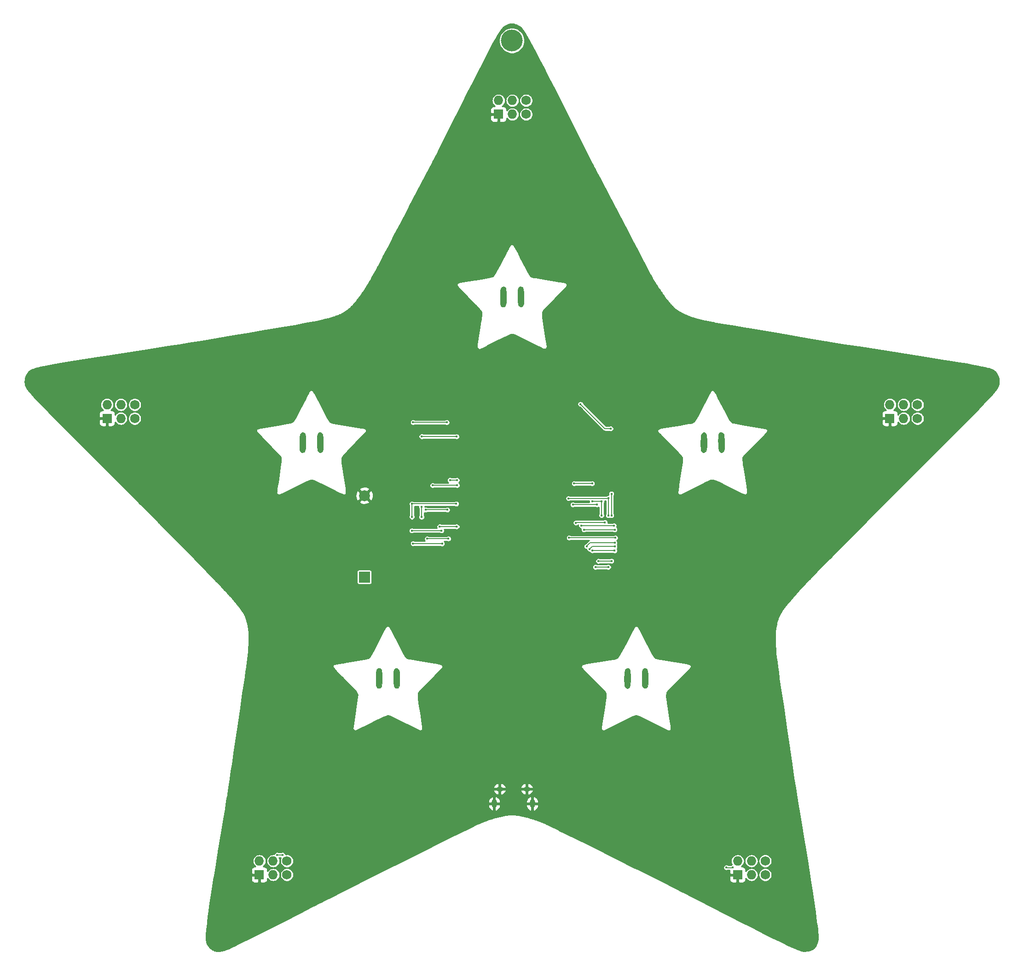
<source format=gbr>
G04 #@! TF.GenerationSoftware,KiCad,Pcbnew,5.1.2*
G04 #@! TF.CreationDate,2019-07-29T04:25:53-07:00*
G04 #@! TF.ProjectId,Star_Badge,53746172-5f42-4616-9467-652e6b696361,rev?*
G04 #@! TF.SameCoordinates,Original*
G04 #@! TF.FileFunction,Copper,L1,Top*
G04 #@! TF.FilePolarity,Positive*
%FSLAX46Y46*%
G04 Gerber Fmt 4.6, Leading zero omitted, Abs format (unit mm)*
G04 Created by KiCad (PCBNEW 5.1.2) date 2019-07-29 04:25:53*
%MOMM*%
%LPD*%
G04 APERTURE LIST*
%ADD10C,0.010000*%
%ADD11R,2.000000X2.000000*%
%ADD12C,2.000000*%
%ADD13O,1.000000X1.550000*%
%ADD14O,1.250000X0.950000*%
%ADD15R,1.727200X1.727200*%
%ADD16O,1.727200X1.727200*%
%ADD17C,1.727200*%
%ADD18C,4.000000*%
%ADD19C,0.400000*%
%ADD20C,0.203200*%
%ADD21C,0.254000*%
G04 APERTURE END LIST*
D10*
G36*
X101751027Y-63050451D02*
G01*
X101880314Y-63123741D01*
X101985578Y-63261659D01*
X102039456Y-63369565D01*
X102080067Y-63506106D01*
X102115058Y-63712435D01*
X102144035Y-63973836D01*
X102166604Y-64275593D01*
X102182373Y-64602989D01*
X102190946Y-64941308D01*
X102191930Y-65275832D01*
X102184932Y-65591847D01*
X102169558Y-65874634D01*
X102145413Y-66109478D01*
X102116891Y-66263644D01*
X102040109Y-66476625D01*
X101931158Y-66617464D01*
X101781095Y-66695439D01*
X101682436Y-66714381D01*
X101555052Y-66722389D01*
X101468538Y-66700593D01*
X101382982Y-66634748D01*
X101339007Y-66591807D01*
X101270713Y-66518308D01*
X101215875Y-66442211D01*
X101172838Y-66353399D01*
X101139953Y-66241754D01*
X101115566Y-66097159D01*
X101098026Y-65909499D01*
X101085682Y-65668655D01*
X101076880Y-65364512D01*
X101069970Y-64986951D01*
X101069242Y-64939661D01*
X101064427Y-64525703D01*
X101064516Y-64186958D01*
X101070549Y-63914058D01*
X101083568Y-63697637D01*
X101104613Y-63528330D01*
X101134725Y-63396770D01*
X101174946Y-63293590D01*
X101226316Y-63209424D01*
X101267105Y-63159439D01*
X101357823Y-63074758D01*
X101453894Y-63036943D01*
X101580329Y-63028889D01*
X101751027Y-63050451D01*
X101751027Y-63050451D01*
G37*
X101751027Y-63050451D02*
X101880314Y-63123741D01*
X101985578Y-63261659D01*
X102039456Y-63369565D01*
X102080067Y-63506106D01*
X102115058Y-63712435D01*
X102144035Y-63973836D01*
X102166604Y-64275593D01*
X102182373Y-64602989D01*
X102190946Y-64941308D01*
X102191930Y-65275832D01*
X102184932Y-65591847D01*
X102169558Y-65874634D01*
X102145413Y-66109478D01*
X102116891Y-66263644D01*
X102040109Y-66476625D01*
X101931158Y-66617464D01*
X101781095Y-66695439D01*
X101682436Y-66714381D01*
X101555052Y-66722389D01*
X101468538Y-66700593D01*
X101382982Y-66634748D01*
X101339007Y-66591807D01*
X101270713Y-66518308D01*
X101215875Y-66442211D01*
X101172838Y-66353399D01*
X101139953Y-66241754D01*
X101115566Y-66097159D01*
X101098026Y-65909499D01*
X101085682Y-65668655D01*
X101076880Y-65364512D01*
X101069970Y-64986951D01*
X101069242Y-64939661D01*
X101064427Y-64525703D01*
X101064516Y-64186958D01*
X101070549Y-63914058D01*
X101083568Y-63697637D01*
X101104613Y-63528330D01*
X101134725Y-63396770D01*
X101174946Y-63293590D01*
X101226316Y-63209424D01*
X101267105Y-63159439D01*
X101357823Y-63074758D01*
X101453894Y-63036943D01*
X101580329Y-63028889D01*
X101751027Y-63050451D01*
G36*
X98585494Y-63061854D02*
G01*
X98662702Y-63100118D01*
X98733122Y-63151950D01*
X98789445Y-63211652D01*
X98833401Y-63288946D01*
X98866717Y-63393552D01*
X98891120Y-63535193D01*
X98908340Y-63723588D01*
X98920105Y-63968460D01*
X98928142Y-64279528D01*
X98933616Y-64624051D01*
X98937309Y-65051564D01*
X98935212Y-65404443D01*
X98926465Y-65692575D01*
X98910211Y-65925849D01*
X98885591Y-66114154D01*
X98851747Y-66267377D01*
X98807821Y-66395406D01*
X98773402Y-66469906D01*
X98658380Y-66617273D01*
X98506338Y-66705428D01*
X98337855Y-66730642D01*
X98173509Y-66689188D01*
X98053822Y-66600236D01*
X97967075Y-66475413D01*
X97899855Y-66324268D01*
X97889854Y-66289859D01*
X97852745Y-66080119D01*
X97827134Y-65798373D01*
X97813356Y-65456544D01*
X97811746Y-65066555D01*
X97822638Y-64640326D01*
X97835783Y-64363697D01*
X97857713Y-64021861D01*
X97882720Y-63753005D01*
X97913549Y-63545443D01*
X97952945Y-63387488D01*
X98003653Y-63267455D01*
X98068419Y-63173657D01*
X98129896Y-63111691D01*
X98258333Y-63047277D01*
X98421985Y-63030409D01*
X98585494Y-63061854D01*
X98585494Y-63061854D01*
G37*
X98585494Y-63061854D02*
X98662702Y-63100118D01*
X98733122Y-63151950D01*
X98789445Y-63211652D01*
X98833401Y-63288946D01*
X98866717Y-63393552D01*
X98891120Y-63535193D01*
X98908340Y-63723588D01*
X98920105Y-63968460D01*
X98928142Y-64279528D01*
X98933616Y-64624051D01*
X98937309Y-65051564D01*
X98935212Y-65404443D01*
X98926465Y-65692575D01*
X98910211Y-65925849D01*
X98885591Y-66114154D01*
X98851747Y-66267377D01*
X98807821Y-66395406D01*
X98773402Y-66469906D01*
X98658380Y-66617273D01*
X98506338Y-66705428D01*
X98337855Y-66730642D01*
X98173509Y-66689188D01*
X98053822Y-66600236D01*
X97967075Y-66475413D01*
X97899855Y-66324268D01*
X97889854Y-66289859D01*
X97852745Y-66080119D01*
X97827134Y-65798373D01*
X97813356Y-65456544D01*
X97811746Y-65066555D01*
X97822638Y-64640326D01*
X97835783Y-64363697D01*
X97857713Y-64021861D01*
X97882720Y-63753005D01*
X97913549Y-63545443D01*
X97952945Y-63387488D01*
X98003653Y-63267455D01*
X98068419Y-63173657D01*
X98129896Y-63111691D01*
X98258333Y-63047277D01*
X98421985Y-63030409D01*
X98585494Y-63061854D01*
G36*
X138693830Y-89895789D02*
G01*
X138805335Y-89973421D01*
X138869476Y-90043861D01*
X138921438Y-90128640D01*
X138962687Y-90237258D01*
X138994690Y-90379215D01*
X139018914Y-90564011D01*
X139036825Y-90801146D01*
X139049890Y-91100121D01*
X139059576Y-91470437D01*
X139062846Y-91641417D01*
X139068515Y-92054544D01*
X139068759Y-92392496D01*
X139062544Y-92664651D01*
X139048836Y-92880389D01*
X139026603Y-93049087D01*
X138994811Y-93180123D01*
X138952426Y-93282875D01*
X138898417Y-93366722D01*
X138868854Y-93402119D01*
X138722839Y-93509907D01*
X138549735Y-93554139D01*
X138376724Y-93530441D01*
X138301323Y-93493417D01*
X138210091Y-93419583D01*
X138136155Y-93320794D01*
X138077460Y-93187904D01*
X138031952Y-93011767D01*
X137997577Y-92783237D01*
X137972281Y-92493168D01*
X137954007Y-92132414D01*
X137946613Y-91914333D01*
X137938684Y-91402287D01*
X137947521Y-90966556D01*
X137973001Y-90608778D01*
X138014998Y-90330595D01*
X138073391Y-90133645D01*
X138082356Y-90113722D01*
X138194916Y-89963396D01*
X138348259Y-89874265D01*
X138521519Y-89850380D01*
X138693830Y-89895789D01*
X138693830Y-89895789D01*
G37*
X138693830Y-89895789D02*
X138805335Y-89973421D01*
X138869476Y-90043861D01*
X138921438Y-90128640D01*
X138962687Y-90237258D01*
X138994690Y-90379215D01*
X139018914Y-90564011D01*
X139036825Y-90801146D01*
X139049890Y-91100121D01*
X139059576Y-91470437D01*
X139062846Y-91641417D01*
X139068515Y-92054544D01*
X139068759Y-92392496D01*
X139062544Y-92664651D01*
X139048836Y-92880389D01*
X139026603Y-93049087D01*
X138994811Y-93180123D01*
X138952426Y-93282875D01*
X138898417Y-93366722D01*
X138868854Y-93402119D01*
X138722839Y-93509907D01*
X138549735Y-93554139D01*
X138376724Y-93530441D01*
X138301323Y-93493417D01*
X138210091Y-93419583D01*
X138136155Y-93320794D01*
X138077460Y-93187904D01*
X138031952Y-93011767D01*
X137997577Y-92783237D01*
X137972281Y-92493168D01*
X137954007Y-92132414D01*
X137946613Y-91914333D01*
X137938684Y-91402287D01*
X137947521Y-90966556D01*
X137973001Y-90608778D01*
X138014998Y-90330595D01*
X138073391Y-90133645D01*
X138082356Y-90113722D01*
X138194916Y-89963396D01*
X138348259Y-89874265D01*
X138521519Y-89850380D01*
X138693830Y-89895789D01*
G36*
X135471584Y-89874934D02*
G01*
X135620400Y-89978118D01*
X135735846Y-90151791D01*
X135776513Y-90257649D01*
X135794815Y-90358880D01*
X135810884Y-90529896D01*
X135824464Y-90755840D01*
X135835301Y-91021854D01*
X135843138Y-91313079D01*
X135847721Y-91614658D01*
X135848792Y-91911733D01*
X135846098Y-92189446D01*
X135839381Y-92432938D01*
X135828388Y-92627353D01*
X135818869Y-92720053D01*
X135758945Y-93037684D01*
X135675062Y-93275572D01*
X135566495Y-93435392D01*
X135481146Y-93498828D01*
X135300319Y-93558084D01*
X135128057Y-93537583D01*
X135041949Y-93499065D01*
X134943527Y-93424120D01*
X134865162Y-93312271D01*
X134805159Y-93155541D01*
X134761823Y-92945956D01*
X134733460Y-92675538D01*
X134718374Y-92336314D01*
X134714759Y-91959475D01*
X134720048Y-91476133D01*
X134734730Y-91070583D01*
X134760042Y-90736347D01*
X134797220Y-90466945D01*
X134847501Y-90255896D01*
X134912122Y-90096721D01*
X134992320Y-89982940D01*
X135089332Y-89908073D01*
X135108158Y-89898476D01*
X135297976Y-89846849D01*
X135471584Y-89874934D01*
X135471584Y-89874934D01*
G37*
X135471584Y-89874934D02*
X135620400Y-89978118D01*
X135735846Y-90151791D01*
X135776513Y-90257649D01*
X135794815Y-90358880D01*
X135810884Y-90529896D01*
X135824464Y-90755840D01*
X135835301Y-91021854D01*
X135843138Y-91313079D01*
X135847721Y-91614658D01*
X135848792Y-91911733D01*
X135846098Y-92189446D01*
X135839381Y-92432938D01*
X135828388Y-92627353D01*
X135818869Y-92720053D01*
X135758945Y-93037684D01*
X135675062Y-93275572D01*
X135566495Y-93435392D01*
X135481146Y-93498828D01*
X135300319Y-93558084D01*
X135128057Y-93537583D01*
X135041949Y-93499065D01*
X134943527Y-93424120D01*
X134865162Y-93312271D01*
X134805159Y-93155541D01*
X134761823Y-92945956D01*
X134733460Y-92675538D01*
X134718374Y-92336314D01*
X134714759Y-91959475D01*
X134720048Y-91476133D01*
X134734730Y-91070583D01*
X134760042Y-90736347D01*
X134797220Y-90466945D01*
X134847501Y-90255896D01*
X134912122Y-90096721D01*
X134992320Y-89982940D01*
X135089332Y-89908073D01*
X135108158Y-89898476D01*
X135297976Y-89846849D01*
X135471584Y-89874934D01*
G36*
X64878949Y-89890742D02*
G01*
X64902824Y-89902030D01*
X65001100Y-89974606D01*
X65082574Y-90085889D01*
X65148442Y-90242317D01*
X65199898Y-90450330D01*
X65238137Y-90716369D01*
X65264354Y-91046872D01*
X65279743Y-91448279D01*
X65285499Y-91927031D01*
X65285575Y-91965166D01*
X65281327Y-92369384D01*
X65266139Y-92697771D01*
X65238184Y-92958670D01*
X65195636Y-93160424D01*
X65136670Y-93311377D01*
X65059458Y-93419872D01*
X64962175Y-93494253D01*
X64949386Y-93501117D01*
X64774347Y-93559279D01*
X64609336Y-93538943D01*
X64499321Y-93485025D01*
X64401671Y-93402952D01*
X64321627Y-93282656D01*
X64258116Y-93117623D01*
X64210064Y-92901339D01*
X64176398Y-92627293D01*
X64156046Y-92288972D01*
X64147934Y-91879861D01*
X64150989Y-91393450D01*
X64151318Y-91372885D01*
X64157213Y-91049394D01*
X64163699Y-90798457D01*
X64171826Y-90607963D01*
X64182640Y-90465802D01*
X64197190Y-90359862D01*
X64216525Y-90278034D01*
X64241691Y-90208204D01*
X64254650Y-90178667D01*
X64319435Y-90054620D01*
X64383810Y-89958950D01*
X64408176Y-89933201D01*
X64545067Y-89868191D01*
X64714469Y-89853251D01*
X64878949Y-89890742D01*
X64878949Y-89890742D01*
G37*
X64878949Y-89890742D02*
X64902824Y-89902030D01*
X65001100Y-89974606D01*
X65082574Y-90085889D01*
X65148442Y-90242317D01*
X65199898Y-90450330D01*
X65238137Y-90716369D01*
X65264354Y-91046872D01*
X65279743Y-91448279D01*
X65285499Y-91927031D01*
X65285575Y-91965166D01*
X65281327Y-92369384D01*
X65266139Y-92697771D01*
X65238184Y-92958670D01*
X65195636Y-93160424D01*
X65136670Y-93311377D01*
X65059458Y-93419872D01*
X64962175Y-93494253D01*
X64949386Y-93501117D01*
X64774347Y-93559279D01*
X64609336Y-93538943D01*
X64499321Y-93485025D01*
X64401671Y-93402952D01*
X64321627Y-93282656D01*
X64258116Y-93117623D01*
X64210064Y-92901339D01*
X64176398Y-92627293D01*
X64156046Y-92288972D01*
X64147934Y-91879861D01*
X64150989Y-91393450D01*
X64151318Y-91372885D01*
X64157213Y-91049394D01*
X64163699Y-90798457D01*
X64171826Y-90607963D01*
X64182640Y-90465802D01*
X64197190Y-90359862D01*
X64216525Y-90278034D01*
X64241691Y-90208204D01*
X64254650Y-90178667D01*
X64319435Y-90054620D01*
X64383810Y-89958950D01*
X64408176Y-89933201D01*
X64545067Y-89868191D01*
X64714469Y-89853251D01*
X64878949Y-89890742D01*
G36*
X61697603Y-89893286D02*
G01*
X61842031Y-90001349D01*
X61920290Y-90119299D01*
X61967287Y-90267440D01*
X62005493Y-90489180D01*
X62034169Y-90773836D01*
X62052576Y-91110723D01*
X62059973Y-91489157D01*
X62055623Y-91898454D01*
X62052021Y-92022516D01*
X62033019Y-92428337D01*
X62004253Y-92757448D01*
X61963615Y-93017459D01*
X61908995Y-93215978D01*
X61838282Y-93360616D01*
X61749366Y-93458982D01*
X61640139Y-93518685D01*
X61636890Y-93519832D01*
X61482214Y-93558450D01*
X61352319Y-93547964D01*
X61281430Y-93523844D01*
X61191979Y-93465078D01*
X61103981Y-93375788D01*
X61050735Y-93294453D01*
X61008506Y-93194402D01*
X60976401Y-93066349D01*
X60953526Y-92901006D01*
X60938989Y-92689087D01*
X60931895Y-92421307D01*
X60931351Y-92088377D01*
X60936465Y-91681011D01*
X60937154Y-91641417D01*
X60945896Y-91239770D01*
X60957427Y-90913280D01*
X60973215Y-90652445D01*
X60994727Y-90447766D01*
X61023429Y-90289742D01*
X61060788Y-90168874D01*
X61108270Y-90075660D01*
X61167342Y-90000602D01*
X61194665Y-89973421D01*
X61353726Y-89875262D01*
X61528104Y-89849904D01*
X61697603Y-89893286D01*
X61697603Y-89893286D01*
G37*
X61697603Y-89893286D02*
X61842031Y-90001349D01*
X61920290Y-90119299D01*
X61967287Y-90267440D01*
X62005493Y-90489180D01*
X62034169Y-90773836D01*
X62052576Y-91110723D01*
X62059973Y-91489157D01*
X62055623Y-91898454D01*
X62052021Y-92022516D01*
X62033019Y-92428337D01*
X62004253Y-92757448D01*
X61963615Y-93017459D01*
X61908995Y-93215978D01*
X61838282Y-93360616D01*
X61749366Y-93458982D01*
X61640139Y-93518685D01*
X61636890Y-93519832D01*
X61482214Y-93558450D01*
X61352319Y-93547964D01*
X61281430Y-93523844D01*
X61191979Y-93465078D01*
X61103981Y-93375788D01*
X61050735Y-93294453D01*
X61008506Y-93194402D01*
X60976401Y-93066349D01*
X60953526Y-92901006D01*
X60938989Y-92689087D01*
X60931895Y-92421307D01*
X60931351Y-92088377D01*
X60936465Y-91681011D01*
X60937154Y-91641417D01*
X60945896Y-91239770D01*
X60957427Y-90913280D01*
X60973215Y-90652445D01*
X60994727Y-90447766D01*
X61023429Y-90289742D01*
X61060788Y-90168874D01*
X61108270Y-90075660D01*
X61167342Y-90000602D01*
X61194665Y-89973421D01*
X61353726Y-89875262D01*
X61528104Y-89849904D01*
X61697603Y-89893286D01*
G36*
X124595939Y-133286320D02*
G01*
X124695226Y-133335131D01*
X124763845Y-133399764D01*
X124832083Y-133487926D01*
X124886292Y-133597300D01*
X124928765Y-133739347D01*
X124961799Y-133925530D01*
X124987689Y-134167310D01*
X125008729Y-134476149D01*
X125018796Y-134672993D01*
X125033824Y-135125393D01*
X125035211Y-135540459D01*
X125023484Y-135909442D01*
X124999174Y-136223591D01*
X124962808Y-136474158D01*
X124914915Y-136652391D01*
X124896654Y-136693877D01*
X124801258Y-136843037D01*
X124689408Y-136924672D01*
X124534236Y-136955283D01*
X124468193Y-136957000D01*
X124322605Y-136938611D01*
X124208611Y-136870613D01*
X124173068Y-136837247D01*
X124079588Y-136712728D01*
X124010130Y-136567445D01*
X124005134Y-136551497D01*
X123967273Y-136370083D01*
X123936772Y-136122589D01*
X123913753Y-135825192D01*
X123898338Y-135494068D01*
X123890647Y-135145397D01*
X123890801Y-134795354D01*
X123898923Y-134460119D01*
X123915134Y-134155867D01*
X123939555Y-133898777D01*
X123972307Y-133705025D01*
X123983460Y-133662730D01*
X124069459Y-133464484D01*
X124192098Y-133339307D01*
X124359474Y-133280556D01*
X124457391Y-133274000D01*
X124595939Y-133286320D01*
X124595939Y-133286320D01*
G37*
X124595939Y-133286320D02*
X124695226Y-133335131D01*
X124763845Y-133399764D01*
X124832083Y-133487926D01*
X124886292Y-133597300D01*
X124928765Y-133739347D01*
X124961799Y-133925530D01*
X124987689Y-134167310D01*
X125008729Y-134476149D01*
X125018796Y-134672993D01*
X125033824Y-135125393D01*
X125035211Y-135540459D01*
X125023484Y-135909442D01*
X124999174Y-136223591D01*
X124962808Y-136474158D01*
X124914915Y-136652391D01*
X124896654Y-136693877D01*
X124801258Y-136843037D01*
X124689408Y-136924672D01*
X124534236Y-136955283D01*
X124468193Y-136957000D01*
X124322605Y-136938611D01*
X124208611Y-136870613D01*
X124173068Y-136837247D01*
X124079588Y-136712728D01*
X124010130Y-136567445D01*
X124005134Y-136551497D01*
X123967273Y-136370083D01*
X123936772Y-136122589D01*
X123913753Y-135825192D01*
X123898338Y-135494068D01*
X123890647Y-135145397D01*
X123890801Y-134795354D01*
X123898923Y-134460119D01*
X123915134Y-134155867D01*
X123939555Y-133898777D01*
X123972307Y-133705025D01*
X123983460Y-133662730D01*
X124069459Y-133464484D01*
X124192098Y-133339307D01*
X124359474Y-133280556D01*
X124457391Y-133274000D01*
X124595939Y-133286320D01*
G36*
X121420128Y-133291868D02*
G01*
X121531968Y-133356538D01*
X121562955Y-133385500D01*
X121622089Y-133451346D01*
X121669536Y-133524536D01*
X121706560Y-133614741D01*
X121734422Y-133731634D01*
X121754385Y-133884884D01*
X121767712Y-134084165D01*
X121775665Y-134339147D01*
X121779507Y-134659501D01*
X121780500Y-135052000D01*
X121778754Y-135470360D01*
X121772620Y-135813321D01*
X121760759Y-136090094D01*
X121741827Y-136309890D01*
X121714484Y-136481922D01*
X121677389Y-136615402D01*
X121629200Y-136719542D01*
X121568575Y-136803553D01*
X121517896Y-136855433D01*
X121381482Y-136934126D01*
X121216903Y-136962551D01*
X121055379Y-136940408D01*
X120928134Y-136867394D01*
X120922067Y-136861172D01*
X120843122Y-136765437D01*
X120783075Y-136659493D01*
X120739014Y-136529866D01*
X120708029Y-136363084D01*
X120687211Y-136145671D01*
X120673650Y-135864155D01*
X120668476Y-135687000D01*
X120663851Y-135295020D01*
X120669103Y-134913750D01*
X120683383Y-134555775D01*
X120705842Y-134233678D01*
X120735629Y-133960044D01*
X120771895Y-133747457D01*
X120807868Y-133622426D01*
X120914368Y-133433240D01*
X121055517Y-133319022D01*
X121237831Y-133274886D01*
X121272436Y-133274000D01*
X121420128Y-133291868D01*
X121420128Y-133291868D01*
G37*
X121420128Y-133291868D02*
X121531968Y-133356538D01*
X121562955Y-133385500D01*
X121622089Y-133451346D01*
X121669536Y-133524536D01*
X121706560Y-133614741D01*
X121734422Y-133731634D01*
X121754385Y-133884884D01*
X121767712Y-134084165D01*
X121775665Y-134339147D01*
X121779507Y-134659501D01*
X121780500Y-135052000D01*
X121778754Y-135470360D01*
X121772620Y-135813321D01*
X121760759Y-136090094D01*
X121741827Y-136309890D01*
X121714484Y-136481922D01*
X121677389Y-136615402D01*
X121629200Y-136719542D01*
X121568575Y-136803553D01*
X121517896Y-136855433D01*
X121381482Y-136934126D01*
X121216903Y-136962551D01*
X121055379Y-136940408D01*
X120928134Y-136867394D01*
X120922067Y-136861172D01*
X120843122Y-136765437D01*
X120783075Y-136659493D01*
X120739014Y-136529866D01*
X120708029Y-136363084D01*
X120687211Y-136145671D01*
X120673650Y-135864155D01*
X120668476Y-135687000D01*
X120663851Y-135295020D01*
X120669103Y-134913750D01*
X120683383Y-134555775D01*
X120705842Y-134233678D01*
X120735629Y-133960044D01*
X120771895Y-133747457D01*
X120807868Y-133622426D01*
X120914368Y-133433240D01*
X121055517Y-133319022D01*
X121237831Y-133274886D01*
X121272436Y-133274000D01*
X121420128Y-133291868D01*
G36*
X78917791Y-133307218D02*
G01*
X79065601Y-133409970D01*
X79177209Y-133586900D01*
X79191428Y-133620665D01*
X79232722Y-133770396D01*
X79267534Y-133987605D01*
X79295638Y-134257666D01*
X79316810Y-134565956D01*
X79330826Y-134897851D01*
X79337461Y-135238725D01*
X79336490Y-135573955D01*
X79327688Y-135888917D01*
X79310832Y-136168986D01*
X79285695Y-136399539D01*
X79252055Y-136565949D01*
X79237322Y-136608542D01*
X79128299Y-136797950D01*
X78986753Y-136911978D01*
X78805382Y-136956068D01*
X78769897Y-136957000D01*
X78622519Y-136939229D01*
X78510723Y-136874707D01*
X78478574Y-136844695D01*
X78409128Y-136766045D01*
X78353052Y-136676937D01*
X78308974Y-136567871D01*
X78275520Y-136429343D01*
X78251317Y-136251852D01*
X78234991Y-136025896D01*
X78225170Y-135741973D01*
X78220480Y-135390581D01*
X78219500Y-135052000D01*
X78220508Y-134657132D01*
X78224373Y-134337244D01*
X78232358Y-134082665D01*
X78245724Y-133883723D01*
X78265736Y-133730746D01*
X78293655Y-133614064D01*
X78330744Y-133524003D01*
X78378265Y-133450894D01*
X78437045Y-133385500D01*
X78546593Y-133304641D01*
X78679803Y-133275261D01*
X78727564Y-133274000D01*
X78917791Y-133307218D01*
X78917791Y-133307218D01*
G37*
X78917791Y-133307218D02*
X79065601Y-133409970D01*
X79177209Y-133586900D01*
X79191428Y-133620665D01*
X79232722Y-133770396D01*
X79267534Y-133987605D01*
X79295638Y-134257666D01*
X79316810Y-134565956D01*
X79330826Y-134897851D01*
X79337461Y-135238725D01*
X79336490Y-135573955D01*
X79327688Y-135888917D01*
X79310832Y-136168986D01*
X79285695Y-136399539D01*
X79252055Y-136565949D01*
X79237322Y-136608542D01*
X79128299Y-136797950D01*
X78986753Y-136911978D01*
X78805382Y-136956068D01*
X78769897Y-136957000D01*
X78622519Y-136939229D01*
X78510723Y-136874707D01*
X78478574Y-136844695D01*
X78409128Y-136766045D01*
X78353052Y-136676937D01*
X78308974Y-136567871D01*
X78275520Y-136429343D01*
X78251317Y-136251852D01*
X78234991Y-136025896D01*
X78225170Y-135741973D01*
X78220480Y-135390581D01*
X78219500Y-135052000D01*
X78220508Y-134657132D01*
X78224373Y-134337244D01*
X78232358Y-134082665D01*
X78245724Y-133883723D01*
X78265736Y-133730746D01*
X78293655Y-133614064D01*
X78330744Y-133524003D01*
X78378265Y-133450894D01*
X78437045Y-133385500D01*
X78546593Y-133304641D01*
X78679803Y-133275261D01*
X78727564Y-133274000D01*
X78917791Y-133307218D01*
G36*
X75733853Y-133302758D02*
G01*
X75875491Y-133393662D01*
X75975842Y-133553654D01*
X76014999Y-133668361D01*
X76048793Y-133843658D01*
X76074595Y-134086806D01*
X76092517Y-134381420D01*
X76102670Y-134711116D01*
X76105166Y-135059512D01*
X76100115Y-135410224D01*
X76087630Y-135746867D01*
X76067822Y-136053060D01*
X76040801Y-136312418D01*
X76006679Y-136508557D01*
X75995406Y-136551497D01*
X75902889Y-136751471D01*
X75765652Y-136887064D01*
X75591779Y-136951343D01*
X75524007Y-136955713D01*
X75391782Y-136945146D01*
X75286536Y-136920376D01*
X75266452Y-136911109D01*
X75202199Y-136848735D01*
X75126867Y-136741912D01*
X75097119Y-136690146D01*
X75070085Y-136636827D01*
X75048736Y-136582685D01*
X75032403Y-136517497D01*
X75020414Y-136431039D01*
X75012100Y-136313090D01*
X75006789Y-136153426D01*
X75003811Y-135941824D01*
X75002495Y-135668061D01*
X75002172Y-135321914D01*
X75002167Y-135242500D01*
X75003369Y-134823640D01*
X75007753Y-134480184D01*
X75016489Y-134202889D01*
X75030745Y-133982517D01*
X75051688Y-133809826D01*
X75080489Y-133675577D01*
X75118315Y-133570529D01*
X75166335Y-133485443D01*
X75225718Y-133411077D01*
X75235054Y-133400942D01*
X75332919Y-133315713D01*
X75439206Y-133279635D01*
X75542609Y-133274000D01*
X75733853Y-133302758D01*
X75733853Y-133302758D01*
G37*
X75733853Y-133302758D02*
X75875491Y-133393662D01*
X75975842Y-133553654D01*
X76014999Y-133668361D01*
X76048793Y-133843658D01*
X76074595Y-134086806D01*
X76092517Y-134381420D01*
X76102670Y-134711116D01*
X76105166Y-135059512D01*
X76100115Y-135410224D01*
X76087630Y-135746867D01*
X76067822Y-136053060D01*
X76040801Y-136312418D01*
X76006679Y-136508557D01*
X75995406Y-136551497D01*
X75902889Y-136751471D01*
X75765652Y-136887064D01*
X75591779Y-136951343D01*
X75524007Y-136955713D01*
X75391782Y-136945146D01*
X75286536Y-136920376D01*
X75266452Y-136911109D01*
X75202199Y-136848735D01*
X75126867Y-136741912D01*
X75097119Y-136690146D01*
X75070085Y-136636827D01*
X75048736Y-136582685D01*
X75032403Y-136517497D01*
X75020414Y-136431039D01*
X75012100Y-136313090D01*
X75006789Y-136153426D01*
X75003811Y-135941824D01*
X75002495Y-135668061D01*
X75002172Y-135321914D01*
X75002167Y-135242500D01*
X75003369Y-134823640D01*
X75007753Y-134480184D01*
X75016489Y-134202889D01*
X75030745Y-133982517D01*
X75051688Y-133809826D01*
X75080489Y-133675577D01*
X75118315Y-133570529D01*
X75166335Y-133485443D01*
X75225718Y-133411077D01*
X75235054Y-133400942D01*
X75332919Y-133315713D01*
X75439206Y-133279635D01*
X75542609Y-133274000D01*
X75733853Y-133302758D01*
D11*
X72850000Y-116475000D03*
D12*
X72850000Y-101485000D03*
D13*
X96750000Y-158200000D03*
X103750000Y-158200000D03*
D14*
X102750000Y-155500000D03*
X97750000Y-155500000D03*
D15*
X97520000Y-31290000D03*
D16*
X97520000Y-28750000D03*
X100060000Y-31290000D03*
X100060000Y-28750000D03*
D17*
X102600000Y-31290000D03*
X102600000Y-28750000D03*
D15*
X25520000Y-87290000D03*
D16*
X25520000Y-84750000D03*
X28060000Y-87290000D03*
X28060000Y-84750000D03*
D17*
X30600000Y-87290000D03*
X30600000Y-84750000D03*
D15*
X53520000Y-171290000D03*
D16*
X53520000Y-168750000D03*
X56060000Y-171290000D03*
X56060000Y-168750000D03*
D17*
X58600000Y-171290000D03*
X58600000Y-168750000D03*
D15*
X141520000Y-171290000D03*
D16*
X141520000Y-168750000D03*
X144060000Y-171290000D03*
X144060000Y-168750000D03*
D17*
X146600000Y-171290000D03*
X146600000Y-168750000D03*
D15*
X169520000Y-87290000D03*
D16*
X169520000Y-84750000D03*
X172060000Y-87290000D03*
X172060000Y-84750000D03*
D17*
X174600000Y-87290000D03*
X174600000Y-84750000D03*
D18*
X100000000Y-17736764D03*
D19*
X100000000Y-100000000D03*
X57700000Y-170250000D03*
X100000000Y-146200000D03*
X101000000Y-132850000D03*
X100000000Y-109250000D03*
X99000000Y-132850000D03*
X136650000Y-107750000D03*
X83375000Y-103550000D03*
X83375000Y-105450000D03*
X118300000Y-105125000D03*
X118300000Y-101144390D03*
X115875000Y-113550000D03*
X118300000Y-113524998D03*
X83400000Y-90600000D03*
X89821034Y-90621034D03*
X112600000Y-84650000D03*
X118152702Y-89152702D03*
X117100000Y-106400000D03*
X111750000Y-106500000D03*
X81600002Y-103000000D03*
X81600000Y-105425000D03*
X117725000Y-105125000D03*
X117725000Y-101975000D03*
X115350000Y-114650000D03*
X117725000Y-114650000D03*
X88000000Y-88000000D03*
X81800000Y-88000000D03*
X110400000Y-102000000D03*
X89750000Y-103000000D03*
X116475000Y-105125000D03*
X116500000Y-102575000D03*
X88600000Y-98650000D03*
X89900000Y-98650000D03*
X111437500Y-99250000D03*
X114754010Y-102575000D03*
X114754010Y-99250000D03*
X111200000Y-103150000D03*
X115650000Y-103150000D03*
X84100000Y-104100000D03*
X88100000Y-104100000D03*
X84400000Y-109425000D03*
X88295990Y-109425000D03*
X118875000Y-111625000D03*
X114774998Y-111625000D03*
X118900000Y-110175000D03*
X113750000Y-110824998D03*
X118900000Y-110875000D03*
X114300000Y-111325000D03*
X57800000Y-167650000D03*
X56800000Y-167649998D03*
X140632399Y-169950000D03*
X139450000Y-169950000D03*
X89800000Y-107200000D03*
X110500000Y-109250000D03*
X119000000Y-109250000D03*
X86700000Y-107200000D03*
X87150000Y-110325000D03*
X81800000Y-110300000D03*
X118900002Y-107750000D03*
X113250000Y-107750000D03*
X112750000Y-107000000D03*
X118750000Y-107000000D03*
X85400000Y-99600000D03*
X89900000Y-99600000D03*
X87025000Y-107925000D03*
X81575000Y-107925000D03*
D20*
X83375000Y-105450000D02*
X83375000Y-103550000D01*
X118300000Y-105125000D02*
X118300000Y-101144390D01*
X118274998Y-113550000D02*
X118300000Y-113524998D01*
X115875000Y-113550000D02*
X118274998Y-113550000D01*
X83400000Y-90600000D02*
X83400000Y-90600000D01*
X89800000Y-90600000D02*
X89821034Y-90621034D01*
X83400000Y-90600000D02*
X89800000Y-90600000D01*
X112600000Y-84650000D02*
X117102702Y-89152702D01*
X117869860Y-89152702D02*
X118152702Y-89152702D01*
X117102702Y-89152702D02*
X117869860Y-89152702D01*
X111850000Y-106400000D02*
X111750000Y-106500000D01*
X117100000Y-106400000D02*
X111850000Y-106400000D01*
X81600002Y-105424998D02*
X81600000Y-105425000D01*
X81600002Y-103000000D02*
X81600002Y-105424998D01*
X117725000Y-101975000D02*
X117725000Y-105125000D01*
X117725000Y-114650000D02*
X115350000Y-114650000D01*
X81800000Y-88000000D02*
X81800000Y-88000000D01*
X117700000Y-102000000D02*
X117725000Y-101975000D01*
X110400000Y-102000000D02*
X117700000Y-102000000D01*
X81800000Y-88000000D02*
X88000000Y-88000000D01*
X81600002Y-103000000D02*
X89750000Y-103000000D01*
X116475000Y-102600000D02*
X116500000Y-102575000D01*
X116475000Y-105125000D02*
X116475000Y-102600000D01*
X88600000Y-98650000D02*
X89900000Y-98650000D01*
X89900000Y-98650000D02*
X89900000Y-98650000D01*
X114471168Y-99250000D02*
X114754010Y-99250000D01*
X111437500Y-99312500D02*
X111500000Y-99250000D01*
X111500000Y-99250000D02*
X114471168Y-99250000D01*
X116500000Y-102575000D02*
X114754010Y-102575000D01*
X115650000Y-103150000D02*
X111200000Y-103150000D01*
X84100000Y-104100000D02*
X88100000Y-104100000D01*
X84400000Y-109425000D02*
X88295990Y-109425000D01*
X118592158Y-111625000D02*
X114774998Y-111625000D01*
X118875000Y-111625000D02*
X118592158Y-111625000D01*
X118900000Y-110175000D02*
X118900000Y-110175000D01*
X113949999Y-110624999D02*
X113750000Y-110824998D01*
X114399998Y-110175000D02*
X113949999Y-110624999D01*
X118900000Y-110175000D02*
X114399998Y-110175000D01*
X118900000Y-110875000D02*
X118900000Y-110875000D01*
X114750000Y-110875000D02*
X114499999Y-111125001D01*
X118900000Y-110875000D02*
X114750000Y-110875000D01*
X114499999Y-111125001D02*
X114300000Y-111325000D01*
X57800000Y-167650000D02*
X56800002Y-167650000D01*
X56800002Y-167650000D02*
X56800000Y-167649998D01*
X139500000Y-170000000D02*
X139450000Y-169950000D01*
X140500000Y-170000000D02*
X139500000Y-170000000D01*
X140632399Y-169867601D02*
X140500000Y-170000000D01*
X90000000Y-107200000D02*
X90000000Y-107200000D01*
X110500000Y-109250000D02*
X118750000Y-109250000D01*
X118750000Y-109250000D02*
X119000000Y-109250000D01*
X119000000Y-109250000D02*
X119000000Y-109250000D01*
X89800000Y-107200000D02*
X86700000Y-107200000D01*
X86400000Y-110300000D02*
X86400000Y-110300000D01*
X87150000Y-110325000D02*
X81825000Y-110325000D01*
X81825000Y-110325000D02*
X81800000Y-110300000D01*
X113532842Y-107750000D02*
X118900002Y-107750000D01*
X113250000Y-107750000D02*
X113532842Y-107750000D01*
X113000000Y-107000000D02*
X112750000Y-107000000D01*
X118750000Y-107000000D02*
X113000000Y-107000000D01*
X85400000Y-99600000D02*
X89900000Y-99600000D01*
X87025000Y-107925000D02*
X81575000Y-107925000D01*
D21*
G36*
X100016628Y-14654741D02*
G01*
X100017090Y-14654787D01*
X100027826Y-14654787D01*
X100103767Y-14658467D01*
X100180683Y-14665742D01*
X100258428Y-14676653D01*
X100332843Y-14690467D01*
X100499306Y-14732456D01*
X100668082Y-14789500D01*
X100844931Y-14863648D01*
X101030701Y-14955655D01*
X101225999Y-15066072D01*
X101428557Y-15193518D01*
X101491364Y-15238081D01*
X101556468Y-15291336D01*
X101628450Y-15358490D01*
X101709026Y-15443012D01*
X101799346Y-15547928D01*
X101900292Y-15675884D01*
X102012648Y-15829224D01*
X102137227Y-16010138D01*
X102274951Y-16220807D01*
X102426818Y-16463412D01*
X102593870Y-16740111D01*
X102776650Y-17052143D01*
X103197370Y-17796898D01*
X103696707Y-18712676D01*
X104285073Y-19818954D01*
X104972536Y-21134522D01*
X105769237Y-22678260D01*
X106685437Y-24469265D01*
X107730881Y-26525614D01*
X108916172Y-28867053D01*
X111737599Y-34462175D01*
X111737627Y-34462247D01*
X111745697Y-34478234D01*
X111756614Y-34499883D01*
X111756670Y-34499972D01*
X114199925Y-39340066D01*
X114200125Y-39340578D01*
X114209234Y-39358506D01*
X114218743Y-39377344D01*
X114219052Y-39377831D01*
X114965962Y-40847923D01*
X114966591Y-40849500D01*
X114975455Y-40866609D01*
X114984354Y-40884124D01*
X114985285Y-40885583D01*
X115270314Y-41435726D01*
X115273468Y-41442865D01*
X115280049Y-41454515D01*
X115286199Y-41466386D01*
X115290448Y-41472925D01*
X115375819Y-41624062D01*
X115577412Y-42001523D01*
X116196959Y-43188777D01*
X117543285Y-45781276D01*
X117543625Y-45782114D01*
X117553000Y-45799982D01*
X117562376Y-45818037D01*
X117562874Y-45818801D01*
X121117554Y-52593918D01*
X122074595Y-54425108D01*
X122968930Y-56147309D01*
X123745015Y-57645123D01*
X123745304Y-57645839D01*
X123754662Y-57663742D01*
X123764130Y-57682014D01*
X123764558Y-57682673D01*
X124400889Y-58899994D01*
X124401392Y-58901218D01*
X124410606Y-58918581D01*
X124419877Y-58936318D01*
X124420615Y-58937445D01*
X124948022Y-59931371D01*
X124948846Y-59933323D01*
X124957872Y-59949934D01*
X124966858Y-59966869D01*
X124968046Y-59968659D01*
X125408614Y-60779476D01*
X125409893Y-60782386D01*
X125418709Y-60798055D01*
X125427305Y-60813876D01*
X125429092Y-60816511D01*
X125804855Y-61484409D01*
X125806668Y-61488318D01*
X125815207Y-61502809D01*
X125823490Y-61517532D01*
X125825971Y-61521077D01*
X126158665Y-62085687D01*
X126160929Y-62090279D01*
X126169395Y-62103897D01*
X126177551Y-62117738D01*
X126180576Y-62121881D01*
X126491493Y-62621992D01*
X126493825Y-62626457D01*
X126502677Y-62639981D01*
X126511190Y-62653675D01*
X126514249Y-62657663D01*
X126823742Y-63130531D01*
X126825060Y-63132976D01*
X126835306Y-63148199D01*
X126845398Y-63163618D01*
X126847147Y-63165791D01*
X127202838Y-63694248D01*
X127203573Y-63695588D01*
X127214547Y-63711644D01*
X127225608Y-63728077D01*
X127226599Y-63729277D01*
X127551860Y-64205149D01*
X127552885Y-64206976D01*
X127563727Y-64222511D01*
X127574552Y-64238348D01*
X127575915Y-64239974D01*
X127874884Y-64668339D01*
X127876283Y-64670759D01*
X127886985Y-64685678D01*
X127897511Y-64700759D01*
X127899331Y-64702887D01*
X128175211Y-65087456D01*
X128177081Y-65090569D01*
X128187556Y-65104665D01*
X128197774Y-65118908D01*
X128200166Y-65121632D01*
X128456180Y-65466132D01*
X128458639Y-65470034D01*
X128468805Y-65483121D01*
X128478682Y-65496411D01*
X128481780Y-65499822D01*
X128721160Y-65807967D01*
X128724351Y-65812744D01*
X128734161Y-65824701D01*
X128743616Y-65836873D01*
X128747555Y-65841029D01*
X128973556Y-66116513D01*
X128977609Y-66122177D01*
X128986969Y-66132863D01*
X128995983Y-66143851D01*
X129000910Y-66148779D01*
X129216720Y-66395170D01*
X129221767Y-66401682D01*
X129230644Y-66411067D01*
X129239171Y-66420803D01*
X129245190Y-66426447D01*
X129453937Y-66647156D01*
X129460055Y-66654373D01*
X129468491Y-66662544D01*
X129476537Y-66671051D01*
X129483662Y-66677238D01*
X129688360Y-66875505D01*
X129695470Y-66883114D01*
X129703541Y-66890209D01*
X129711270Y-66897695D01*
X129719436Y-66904181D01*
X129922787Y-67082938D01*
X129930697Y-67090582D01*
X129938676Y-67096905D01*
X129946317Y-67103622D01*
X129955247Y-67110037D01*
X130159755Y-67272103D01*
X130168071Y-67279356D01*
X130176347Y-67285252D01*
X130184293Y-67291549D01*
X130193554Y-67297511D01*
X130401493Y-67445652D01*
X130409696Y-67452133D01*
X130418713Y-67457920D01*
X130427446Y-67464141D01*
X130436520Y-67469347D01*
X130650064Y-67606383D01*
X130657631Y-67611847D01*
X130667854Y-67617799D01*
X130677821Y-67624195D01*
X130686141Y-67628446D01*
X130907604Y-67757385D01*
X130914107Y-67761731D01*
X130925888Y-67768030D01*
X130937427Y-67774748D01*
X130944536Y-67778000D01*
X131176229Y-67901878D01*
X131181089Y-67904942D01*
X131194876Y-67911848D01*
X131208487Y-67919125D01*
X131213800Y-67921327D01*
X131548325Y-68088885D01*
X131553532Y-68091967D01*
X131567227Y-68098352D01*
X131580756Y-68105129D01*
X131586413Y-68107299D01*
X131920094Y-68262883D01*
X131926595Y-68266435D01*
X131939244Y-68271812D01*
X131951729Y-68277633D01*
X131958733Y-68280096D01*
X132303372Y-68426590D01*
X132310619Y-68430204D01*
X132322822Y-68434858D01*
X132334860Y-68439975D01*
X132342599Y-68442401D01*
X132708422Y-68581920D01*
X132715759Y-68585242D01*
X132728169Y-68589451D01*
X132740432Y-68594128D01*
X132748214Y-68596250D01*
X133145477Y-68730988D01*
X133152346Y-68733818D01*
X133165510Y-68737783D01*
X133178527Y-68742198D01*
X133185762Y-68743883D01*
X133625093Y-68876211D01*
X133631110Y-68878482D01*
X133645327Y-68882305D01*
X133659452Y-68886560D01*
X133665775Y-68887805D01*
X134158194Y-69020235D01*
X134163216Y-69021990D01*
X134178594Y-69025721D01*
X134193920Y-69029843D01*
X134199184Y-69030717D01*
X134756111Y-69165848D01*
X134760152Y-69167171D01*
X134776666Y-69170835D01*
X134793115Y-69174826D01*
X134797328Y-69175419D01*
X135430445Y-69315886D01*
X135433593Y-69316864D01*
X135451058Y-69320459D01*
X135468540Y-69324338D01*
X135471827Y-69324735D01*
X136192885Y-69473172D01*
X136195292Y-69473889D01*
X136213612Y-69477439D01*
X136231888Y-69481201D01*
X136234386Y-69481464D01*
X137055195Y-69640504D01*
X137056999Y-69641025D01*
X137076029Y-69644541D01*
X137094922Y-69648202D01*
X137096782Y-69648376D01*
X138029131Y-69820651D01*
X138030448Y-69821022D01*
X138049923Y-69824493D01*
X138069412Y-69828094D01*
X138070778Y-69828210D01*
X139126364Y-70016340D01*
X139127313Y-70016603D01*
X139147346Y-70020080D01*
X139167086Y-70023598D01*
X139168054Y-70023674D01*
X140358819Y-70230339D01*
X140359704Y-70230580D01*
X140379764Y-70233974D01*
X140399635Y-70237423D01*
X140400541Y-70237490D01*
X143274010Y-70723696D01*
X143274251Y-70723761D01*
X143294660Y-70727190D01*
X143315500Y-70730716D01*
X143315755Y-70730734D01*
X149393878Y-71751874D01*
X155072013Y-72710888D01*
X155072460Y-72711009D01*
X155092661Y-72714376D01*
X155113290Y-72717860D01*
X155113762Y-72717893D01*
X157648895Y-73140416D01*
X157649700Y-73140630D01*
X157669907Y-73143918D01*
X157689843Y-73147241D01*
X157690663Y-73147296D01*
X160660141Y-73630524D01*
X160660769Y-73630689D01*
X160680834Y-73633892D01*
X160701274Y-73637218D01*
X160701934Y-73637260D01*
X163731146Y-74120781D01*
X163731878Y-74120970D01*
X163751927Y-74124098D01*
X163772195Y-74127333D01*
X163772958Y-74127379D01*
X166487380Y-74550854D01*
X166487753Y-74550950D01*
X166508389Y-74554132D01*
X166528831Y-74557321D01*
X166529212Y-74557343D01*
X172374821Y-75458674D01*
X177094073Y-76196883D01*
X179062520Y-76510419D01*
X180792554Y-76790787D01*
X182299487Y-77040660D01*
X183598990Y-77262762D01*
X184707180Y-77459883D01*
X185639581Y-77634696D01*
X186411464Y-77789797D01*
X187038111Y-77927708D01*
X187536396Y-78051221D01*
X187738189Y-78107190D01*
X187914261Y-78160483D01*
X188064503Y-78210676D01*
X188190506Y-78257706D01*
X188293873Y-78301362D01*
X188378061Y-78342126D01*
X188466442Y-78390824D01*
X188552700Y-78443712D01*
X188635594Y-78499996D01*
X188715175Y-78559611D01*
X188791389Y-78622428D01*
X188864309Y-78688424D01*
X188933830Y-78757431D01*
X189000016Y-78829452D01*
X189062805Y-78904357D01*
X189122176Y-78982086D01*
X189178081Y-79062529D01*
X189230491Y-79145629D01*
X189279365Y-79231304D01*
X189324641Y-79319443D01*
X189366260Y-79409951D01*
X189404185Y-79502767D01*
X189438344Y-79597772D01*
X189468686Y-79694892D01*
X189495150Y-79794026D01*
X189517658Y-79895036D01*
X189536154Y-79997848D01*
X189550572Y-80102354D01*
X189560847Y-80208420D01*
X189566917Y-80315978D01*
X189568706Y-80424902D01*
X189566154Y-80535074D01*
X189559194Y-80646378D01*
X189547755Y-80758733D01*
X189531770Y-80871998D01*
X189511175Y-80986055D01*
X189485899Y-81100797D01*
X189456473Y-81213805D01*
X189435521Y-81280702D01*
X189409004Y-81350150D01*
X189374068Y-81427328D01*
X189328352Y-81514899D01*
X189269627Y-81614884D01*
X189195855Y-81728942D01*
X189105278Y-81858382D01*
X188996233Y-82004546D01*
X188867241Y-82168650D01*
X188717761Y-82350889D01*
X188345188Y-82782958D01*
X187870419Y-83308096D01*
X187279966Y-83940384D01*
X186561716Y-84692489D01*
X185703263Y-85577478D01*
X184692199Y-86608446D01*
X183516257Y-87798378D01*
X180617450Y-90710325D01*
X176921367Y-94404636D01*
X176921276Y-94404711D01*
X176904886Y-94421109D01*
X176891493Y-94434496D01*
X176891432Y-94434571D01*
X173039966Y-98288015D01*
X173039620Y-98288300D01*
X173024450Y-98303539D01*
X173010333Y-98317663D01*
X173010069Y-98317985D01*
X169095736Y-102250057D01*
X169095429Y-102250311D01*
X169080642Y-102265219D01*
X169066143Y-102279784D01*
X169065897Y-102280086D01*
X165243340Y-106133998D01*
X165243028Y-106134257D01*
X165228334Y-106149127D01*
X165213808Y-106163772D01*
X165213556Y-106164082D01*
X161637081Y-109783357D01*
X161636714Y-109783663D01*
X161621989Y-109798630D01*
X161607651Y-109813139D01*
X161607358Y-109813500D01*
X158431225Y-113041705D01*
X158430717Y-113042132D01*
X158416124Y-113057054D01*
X158401984Y-113071426D01*
X158401581Y-113071925D01*
X155780121Y-115752519D01*
X155779523Y-115753024D01*
X155765084Y-115767895D01*
X155751051Y-115782244D01*
X155750577Y-115782835D01*
X154710290Y-116854207D01*
X154709656Y-116854747D01*
X154695357Y-116869585D01*
X154681364Y-116883997D01*
X154680858Y-116884632D01*
X153836658Y-117760706D01*
X153835594Y-117761625D01*
X153821896Y-117776025D01*
X153808248Y-117790189D01*
X153807386Y-117791281D01*
X153177436Y-118453546D01*
X153175183Y-118455547D01*
X153162818Y-118468915D01*
X153150327Y-118482046D01*
X153148483Y-118484411D01*
X152751702Y-118913352D01*
X152748858Y-118915970D01*
X152737337Y-118928882D01*
X152725582Y-118941589D01*
X152723247Y-118944671D01*
X152204755Y-119525729D01*
X152203787Y-119526631D01*
X152190645Y-119541542D01*
X152177448Y-119556331D01*
X152176670Y-119557397D01*
X151713221Y-120083213D01*
X151711868Y-120084496D01*
X151699113Y-120099219D01*
X151686442Y-120113596D01*
X151685370Y-120115085D01*
X151271547Y-120592784D01*
X151269742Y-120594536D01*
X151257658Y-120608817D01*
X151245468Y-120622889D01*
X151244022Y-120624933D01*
X150876398Y-121059406D01*
X150874035Y-121061771D01*
X150862641Y-121075665D01*
X150851186Y-121089203D01*
X150849311Y-121091920D01*
X150524371Y-121488156D01*
X150521386Y-121491265D01*
X150510937Y-121504538D01*
X150500253Y-121517566D01*
X150497866Y-121521141D01*
X150212122Y-121884105D01*
X150208446Y-121888133D01*
X150199064Y-121900692D01*
X150189325Y-121913063D01*
X150186375Y-121917677D01*
X149936366Y-122252350D01*
X149931957Y-122257497D01*
X149923727Y-122269269D01*
X149915101Y-122280816D01*
X149911586Y-122286635D01*
X149693913Y-122597987D01*
X149688807Y-122604428D01*
X149681781Y-122615339D01*
X149674361Y-122625953D01*
X149670343Y-122633104D01*
X149481723Y-122926040D01*
X149476089Y-122933838D01*
X149470273Y-122943823D01*
X149464017Y-122953538D01*
X149459627Y-122962098D01*
X149298422Y-123238831D01*
X149293955Y-123245527D01*
X149287779Y-123257102D01*
X149281170Y-123268447D01*
X149277818Y-123275769D01*
X149214073Y-123395235D01*
X149211047Y-123400040D01*
X149204112Y-123413903D01*
X149196818Y-123427573D01*
X149194650Y-123432819D01*
X149137091Y-123547880D01*
X149134111Y-123552909D01*
X149127628Y-123566797D01*
X149120768Y-123580510D01*
X149118678Y-123585970D01*
X149065715Y-123699424D01*
X149062825Y-123704623D01*
X149056769Y-123718589D01*
X149050327Y-123732388D01*
X149048350Y-123738002D01*
X148998485Y-123852991D01*
X148994492Y-123860926D01*
X148990063Y-123872412D01*
X148985174Y-123883686D01*
X148982460Y-123892130D01*
X148882386Y-124151657D01*
X148877821Y-124162059D01*
X148874772Y-124171405D01*
X148871241Y-124180561D01*
X148868217Y-124191492D01*
X148782112Y-124455390D01*
X148778472Y-124464871D01*
X148775544Y-124475519D01*
X148772126Y-124485994D01*
X148769942Y-124495890D01*
X148695944Y-124764980D01*
X148693237Y-124772944D01*
X148690329Y-124785398D01*
X148686946Y-124797699D01*
X148685524Y-124805971D01*
X148620229Y-125085583D01*
X148617999Y-125093010D01*
X148615418Y-125106185D01*
X148612366Y-125119253D01*
X148611352Y-125126937D01*
X148538825Y-125497107D01*
X148537152Y-125503355D01*
X148534756Y-125517875D01*
X148531929Y-125532306D01*
X148531314Y-125538739D01*
X148502864Y-125711180D01*
X148501816Y-125715436D01*
X148499416Y-125732077D01*
X148496685Y-125748631D01*
X148496399Y-125752997D01*
X148471270Y-125927251D01*
X148470313Y-125931505D01*
X148468248Y-125948208D01*
X148465849Y-125964840D01*
X148465653Y-125969190D01*
X148443547Y-126147959D01*
X148442685Y-126152183D01*
X148440949Y-126168969D01*
X148438880Y-126185698D01*
X148438773Y-126190003D01*
X148419750Y-126373908D01*
X148418989Y-126378049D01*
X148417571Y-126394972D01*
X148415827Y-126411835D01*
X148415806Y-126416038D01*
X148399918Y-126605699D01*
X148399256Y-126609726D01*
X148398150Y-126626796D01*
X148396724Y-126643822D01*
X148396784Y-126647898D01*
X148383962Y-126845849D01*
X148383171Y-126851635D01*
X148382592Y-126867001D01*
X148381602Y-126882284D01*
X148381797Y-126888099D01*
X148364681Y-127342261D01*
X148363951Y-127349324D01*
X148363884Y-127363397D01*
X148363354Y-127377462D01*
X148363783Y-127384550D01*
X148361454Y-127874226D01*
X148360991Y-127880493D01*
X148361354Y-127895388D01*
X148361283Y-127910276D01*
X148361869Y-127916529D01*
X148374744Y-128445101D01*
X148374479Y-128450546D01*
X148375259Y-128466267D01*
X148375642Y-128481979D01*
X148376307Y-128487382D01*
X148404747Y-129060366D01*
X148404621Y-129065015D01*
X148405796Y-129081509D01*
X148406615Y-129098005D01*
X148407299Y-129102601D01*
X148451687Y-129725569D01*
X148451652Y-129729480D01*
X148453189Y-129746651D01*
X148454417Y-129763887D01*
X148455077Y-129767750D01*
X148515811Y-130446289D01*
X148515831Y-130449557D01*
X148517702Y-130467421D01*
X148519295Y-130485216D01*
X148519901Y-130488410D01*
X148597392Y-131228187D01*
X148597442Y-131230874D01*
X148599596Y-131249227D01*
X148601522Y-131267615D01*
X148602063Y-131270249D01*
X148696723Y-132076848D01*
X148696787Y-132079053D01*
X148699201Y-132097959D01*
X148701403Y-132116722D01*
X148701870Y-132118859D01*
X148814113Y-132997919D01*
X148814179Y-132999700D01*
X148816798Y-133018948D01*
X148819250Y-133038151D01*
X148819647Y-133039882D01*
X148949878Y-133996981D01*
X148949940Y-133998406D01*
X148952729Y-134017934D01*
X148955393Y-134037514D01*
X148955723Y-134038904D01*
X149104345Y-135079608D01*
X149104401Y-135080742D01*
X149107348Y-135100629D01*
X149110171Y-135120400D01*
X149110439Y-135121496D01*
X149277738Y-136250651D01*
X149277745Y-136250786D01*
X149280598Y-136269953D01*
X149283922Y-136292387D01*
X149283957Y-136292527D01*
X149888246Y-140352942D01*
X150531545Y-144732734D01*
X151012513Y-148022871D01*
X151012529Y-148023202D01*
X151015518Y-148043427D01*
X151018587Y-148064422D01*
X151018670Y-148064755D01*
X151435953Y-150888433D01*
X151435979Y-150888946D01*
X151439009Y-150909115D01*
X151442065Y-150929793D01*
X151442193Y-150930304D01*
X151819325Y-153440489D01*
X151819362Y-153441177D01*
X151822479Y-153461486D01*
X151825513Y-153481678D01*
X151825681Y-153482342D01*
X152183291Y-155812119D01*
X152183335Y-155812884D01*
X152186467Y-155832813D01*
X152189595Y-155853190D01*
X152189789Y-155853948D01*
X152548493Y-158136228D01*
X152548538Y-158136962D01*
X152551763Y-158157035D01*
X152554951Y-158177317D01*
X152555138Y-158178036D01*
X152935578Y-160545751D01*
X152935616Y-160546345D01*
X152938931Y-160566617D01*
X152942200Y-160586964D01*
X152942351Y-160587539D01*
X153365198Y-163173686D01*
X153365224Y-163174078D01*
X153368526Y-163194037D01*
X153371963Y-163215060D01*
X153372069Y-163215459D01*
X153861485Y-166174057D01*
X154371829Y-169283689D01*
X154831963Y-172161128D01*
X155236888Y-174771974D01*
X155581675Y-177082358D01*
X155729815Y-178113151D01*
X155861044Y-179055925D01*
X155974667Y-179905826D01*
X156070012Y-180658089D01*
X156146451Y-181308261D01*
X156203279Y-181850871D01*
X156239798Y-182279375D01*
X156255740Y-182588729D01*
X156256997Y-182751291D01*
X156253056Y-182911061D01*
X156243991Y-183065250D01*
X156229906Y-183213806D01*
X156210913Y-183356680D01*
X156187130Y-183493883D01*
X156158682Y-183625377D01*
X156125684Y-183751234D01*
X156088275Y-183871426D01*
X156046559Y-183986057D01*
X156000656Y-184095190D01*
X155950650Y-184198946D01*
X155896617Y-184297448D01*
X155838600Y-184390845D01*
X155776606Y-184479311D01*
X155710621Y-184562993D01*
X155640595Y-184642053D01*
X155566393Y-184716689D01*
X155487937Y-184786982D01*
X155405027Y-184853084D01*
X155317537Y-184915035D01*
X155225266Y-184972885D01*
X155128040Y-185026637D01*
X155025714Y-185076247D01*
X154918135Y-185121650D01*
X154805144Y-185162770D01*
X154686689Y-185199482D01*
X154562653Y-185231677D01*
X154433010Y-185259218D01*
X154297733Y-185281973D01*
X154156777Y-185299821D01*
X154009854Y-185312655D01*
X153851470Y-185320824D01*
X153705002Y-185321176D01*
X153561741Y-185311867D01*
X153409625Y-185290324D01*
X153237152Y-185252793D01*
X153034617Y-185194965D01*
X152794221Y-185112801D01*
X152509084Y-185002741D01*
X152172737Y-184861671D01*
X151778627Y-184686676D01*
X151320067Y-184474932D01*
X150790603Y-184223823D01*
X149487066Y-183590341D01*
X147813104Y-182764320D01*
X146458069Y-182091808D01*
X145180025Y-181453231D01*
X143888585Y-180802500D01*
X142493994Y-180093837D01*
X139035652Y-178319240D01*
X134106160Y-175773112D01*
X134105692Y-175772810D01*
X134087070Y-175763252D01*
X134069025Y-175753931D01*
X134068523Y-175753731D01*
X132932509Y-175170621D01*
X132931796Y-175170165D01*
X132913269Y-175160745D01*
X132895574Y-175151662D01*
X132894812Y-175151361D01*
X131434395Y-174408836D01*
X131433802Y-174408460D01*
X131414988Y-174398969D01*
X131397249Y-174389950D01*
X131396631Y-174389709D01*
X127677665Y-172513641D01*
X127677207Y-172513352D01*
X127658457Y-172503951D01*
X127640334Y-172494809D01*
X127639845Y-172494620D01*
X126959669Y-172153600D01*
X140018328Y-172153600D01*
X140030588Y-172278082D01*
X140066898Y-172397780D01*
X140125863Y-172508094D01*
X140205215Y-172604785D01*
X140301906Y-172684137D01*
X140412220Y-172743102D01*
X140531918Y-172779412D01*
X140656400Y-172791672D01*
X141234250Y-172788600D01*
X141393000Y-172629850D01*
X141393000Y-171417000D01*
X140180150Y-171417000D01*
X140021400Y-171575750D01*
X140018328Y-172153600D01*
X126959669Y-172153600D01*
X123256829Y-170297109D01*
X123256503Y-170296904D01*
X123237647Y-170287492D01*
X123219318Y-170278302D01*
X123218969Y-170278168D01*
X122446910Y-169892777D01*
X138869000Y-169892777D01*
X138869000Y-170007223D01*
X138891328Y-170119471D01*
X138935125Y-170225207D01*
X138998708Y-170320366D01*
X139079634Y-170401292D01*
X139174793Y-170464875D01*
X139280529Y-170508672D01*
X139392777Y-170531000D01*
X139507223Y-170531000D01*
X139619471Y-170508672D01*
X139682415Y-170482600D01*
X140018627Y-170482600D01*
X140021400Y-171004250D01*
X140180150Y-171163000D01*
X141393000Y-171163000D01*
X141393000Y-171143000D01*
X141647000Y-171143000D01*
X141647000Y-171163000D01*
X141667000Y-171163000D01*
X141667000Y-171417000D01*
X141647000Y-171417000D01*
X141647000Y-172629850D01*
X141805750Y-172788600D01*
X142383600Y-172791672D01*
X142508082Y-172779412D01*
X142627780Y-172743102D01*
X142738094Y-172684137D01*
X142834785Y-172604785D01*
X142914137Y-172508094D01*
X142973102Y-172397780D01*
X143009412Y-172278082D01*
X143021672Y-172153600D01*
X143020779Y-171985579D01*
X143175677Y-172174323D01*
X143365192Y-172329854D01*
X143581408Y-172445424D01*
X143816016Y-172516592D01*
X143998857Y-172534600D01*
X144121143Y-172534600D01*
X144303984Y-172516592D01*
X144538592Y-172445424D01*
X144754808Y-172329854D01*
X144944323Y-172174323D01*
X145099854Y-171984808D01*
X145215424Y-171768592D01*
X145286592Y-171533984D01*
X145310622Y-171290000D01*
X145298549Y-171167418D01*
X145355400Y-171167418D01*
X145355400Y-171412582D01*
X145403229Y-171653036D01*
X145497050Y-171879539D01*
X145633256Y-172083386D01*
X145806614Y-172256744D01*
X146010461Y-172392950D01*
X146236964Y-172486771D01*
X146477418Y-172534600D01*
X146722582Y-172534600D01*
X146963036Y-172486771D01*
X147189539Y-172392950D01*
X147393386Y-172256744D01*
X147566744Y-172083386D01*
X147702950Y-171879539D01*
X147796771Y-171653036D01*
X147844600Y-171412582D01*
X147844600Y-171167418D01*
X147796771Y-170926964D01*
X147702950Y-170700461D01*
X147566744Y-170496614D01*
X147393386Y-170323256D01*
X147189539Y-170187050D01*
X146963036Y-170093229D01*
X146722582Y-170045400D01*
X146477418Y-170045400D01*
X146236964Y-170093229D01*
X146010461Y-170187050D01*
X145806614Y-170323256D01*
X145633256Y-170496614D01*
X145497050Y-170700461D01*
X145403229Y-170926964D01*
X145355400Y-171167418D01*
X145298549Y-171167418D01*
X145286592Y-171046016D01*
X145215424Y-170811408D01*
X145099854Y-170595192D01*
X144944323Y-170405677D01*
X144754808Y-170250146D01*
X144538592Y-170134576D01*
X144303984Y-170063408D01*
X144121143Y-170045400D01*
X143998857Y-170045400D01*
X143816016Y-170063408D01*
X143581408Y-170134576D01*
X143365192Y-170250146D01*
X143175677Y-170405677D01*
X143020779Y-170594421D01*
X143021672Y-170426400D01*
X143009412Y-170301918D01*
X142973102Y-170182220D01*
X142914137Y-170071906D01*
X142834785Y-169975215D01*
X142738094Y-169895863D01*
X142627780Y-169836898D01*
X142508082Y-169800588D01*
X142383600Y-169788328D01*
X142215579Y-169789221D01*
X142404323Y-169634323D01*
X142559854Y-169444808D01*
X142675424Y-169228592D01*
X142746592Y-168993984D01*
X142770622Y-168750000D01*
X142809378Y-168750000D01*
X142833408Y-168993984D01*
X142904576Y-169228592D01*
X143020146Y-169444808D01*
X143175677Y-169634323D01*
X143365192Y-169789854D01*
X143581408Y-169905424D01*
X143816016Y-169976592D01*
X143998857Y-169994600D01*
X144121143Y-169994600D01*
X144303984Y-169976592D01*
X144538592Y-169905424D01*
X144754808Y-169789854D01*
X144944323Y-169634323D01*
X145099854Y-169444808D01*
X145215424Y-169228592D01*
X145286592Y-168993984D01*
X145310622Y-168750000D01*
X145298549Y-168627418D01*
X145355400Y-168627418D01*
X145355400Y-168872582D01*
X145403229Y-169113036D01*
X145497050Y-169339539D01*
X145633256Y-169543386D01*
X145806614Y-169716744D01*
X146010461Y-169852950D01*
X146236964Y-169946771D01*
X146477418Y-169994600D01*
X146722582Y-169994600D01*
X146963036Y-169946771D01*
X147189539Y-169852950D01*
X147393386Y-169716744D01*
X147566744Y-169543386D01*
X147702950Y-169339539D01*
X147796771Y-169113036D01*
X147844600Y-168872582D01*
X147844600Y-168627418D01*
X147796771Y-168386964D01*
X147702950Y-168160461D01*
X147566744Y-167956614D01*
X147393386Y-167783256D01*
X147189539Y-167647050D01*
X146963036Y-167553229D01*
X146722582Y-167505400D01*
X146477418Y-167505400D01*
X146236964Y-167553229D01*
X146010461Y-167647050D01*
X145806614Y-167783256D01*
X145633256Y-167956614D01*
X145497050Y-168160461D01*
X145403229Y-168386964D01*
X145355400Y-168627418D01*
X145298549Y-168627418D01*
X145286592Y-168506016D01*
X145215424Y-168271408D01*
X145099854Y-168055192D01*
X144944323Y-167865677D01*
X144754808Y-167710146D01*
X144538592Y-167594576D01*
X144303984Y-167523408D01*
X144121143Y-167505400D01*
X143998857Y-167505400D01*
X143816016Y-167523408D01*
X143581408Y-167594576D01*
X143365192Y-167710146D01*
X143175677Y-167865677D01*
X143020146Y-168055192D01*
X142904576Y-168271408D01*
X142833408Y-168506016D01*
X142809378Y-168750000D01*
X142770622Y-168750000D01*
X142746592Y-168506016D01*
X142675424Y-168271408D01*
X142559854Y-168055192D01*
X142404323Y-167865677D01*
X142214808Y-167710146D01*
X141998592Y-167594576D01*
X141763984Y-167523408D01*
X141581143Y-167505400D01*
X141458857Y-167505400D01*
X141276016Y-167523408D01*
X141041408Y-167594576D01*
X140825192Y-167710146D01*
X140635677Y-167865677D01*
X140480146Y-168055192D01*
X140364576Y-168271408D01*
X140293408Y-168506016D01*
X140269378Y-168750000D01*
X140293408Y-168993984D01*
X140364576Y-169228592D01*
X140453621Y-169395183D01*
X140357192Y-169435125D01*
X140262033Y-169498708D01*
X140243341Y-169517400D01*
X139839058Y-169517400D01*
X139820366Y-169498708D01*
X139725207Y-169435125D01*
X139619471Y-169391328D01*
X139507223Y-169369000D01*
X139392777Y-169369000D01*
X139280529Y-169391328D01*
X139174793Y-169435125D01*
X139079634Y-169498708D01*
X138998708Y-169579634D01*
X138935125Y-169674793D01*
X138891328Y-169780529D01*
X138869000Y-169892777D01*
X122446910Y-169892777D01*
X118593809Y-167969415D01*
X118593497Y-167969220D01*
X118574339Y-167959697D01*
X118556242Y-167950663D01*
X118555917Y-167950539D01*
X114110416Y-165740673D01*
X114110025Y-165740429D01*
X114091040Y-165731041D01*
X114072901Y-165722024D01*
X114072489Y-165721867D01*
X110228607Y-163821070D01*
X110228146Y-163820784D01*
X110209287Y-163811516D01*
X110191127Y-163802536D01*
X110190637Y-163802351D01*
X108644671Y-163042616D01*
X108644145Y-163042292D01*
X108625337Y-163033115D01*
X108607211Y-163024207D01*
X108606653Y-163023998D01*
X107368877Y-162420027D01*
X107367871Y-162419415D01*
X107349575Y-162410609D01*
X107331858Y-162401964D01*
X107330786Y-162401566D01*
X106452090Y-161978642D01*
X106449246Y-161976970D01*
X106433070Y-161969487D01*
X106416932Y-161961720D01*
X106413819Y-161960582D01*
X105943187Y-161742879D01*
X105935964Y-161738995D01*
X105924024Y-161734015D01*
X105912239Y-161728563D01*
X105904468Y-161725857D01*
X105544006Y-161575498D01*
X105540258Y-161573576D01*
X105524499Y-161567361D01*
X105508830Y-161560825D01*
X105504794Y-161559590D01*
X105142611Y-161416753D01*
X105138968Y-161414970D01*
X105122903Y-161408980D01*
X105106994Y-161402706D01*
X105103103Y-161401598D01*
X104737640Y-161265335D01*
X104734065Y-161263666D01*
X104717782Y-161257931D01*
X104701660Y-161251920D01*
X104697858Y-161250914D01*
X104331050Y-161121723D01*
X104327507Y-161120146D01*
X104311140Y-161114711D01*
X104294795Y-161108954D01*
X104291011Y-161108026D01*
X103924841Y-160986426D01*
X103921251Y-160984905D01*
X103904717Y-160979743D01*
X103888350Y-160974308D01*
X103884563Y-160973451D01*
X103520924Y-160859927D01*
X103517260Y-160858453D01*
X103500729Y-160853622D01*
X103484286Y-160848489D01*
X103480418Y-160847687D01*
X103121270Y-160742738D01*
X103117458Y-160741287D01*
X103100955Y-160736801D01*
X103084549Y-160732007D01*
X103080543Y-160731253D01*
X102727805Y-160635371D01*
X102723777Y-160633929D01*
X102707357Y-160629813D01*
X102691071Y-160625386D01*
X102686864Y-160624676D01*
X102342425Y-160538333D01*
X102338104Y-160536888D01*
X102321900Y-160533188D01*
X102305781Y-160529147D01*
X102301275Y-160528478D01*
X101967013Y-160452146D01*
X101962286Y-160450685D01*
X101946385Y-160447435D01*
X101930566Y-160443823D01*
X101925659Y-160443200D01*
X101603375Y-160377336D01*
X101598102Y-160375852D01*
X101582633Y-160373098D01*
X101567261Y-160369956D01*
X101561819Y-160369391D01*
X101253249Y-160314445D01*
X101247255Y-160312942D01*
X101232428Y-160310738D01*
X101217659Y-160308108D01*
X101211495Y-160307626D01*
X100918273Y-160264036D01*
X100911298Y-160262530D01*
X100897343Y-160260925D01*
X100883459Y-160258861D01*
X100876336Y-160258509D01*
X100599895Y-160226714D01*
X100591573Y-160225255D01*
X100578858Y-160224295D01*
X100566220Y-160222841D01*
X100557791Y-160222703D01*
X100299281Y-160203176D01*
X100289122Y-160201889D01*
X100278211Y-160201585D01*
X100267305Y-160200761D01*
X100257049Y-160200995D01*
X100018194Y-160194335D01*
X100006322Y-160193492D01*
X99997037Y-160193745D01*
X99987771Y-160193487D01*
X99975920Y-160194322D01*
X99745034Y-160200622D01*
X99734988Y-160200378D01*
X99723905Y-160201199D01*
X99712785Y-160201502D01*
X99702804Y-160202761D01*
X99453276Y-160221235D01*
X99444969Y-160221353D01*
X99432162Y-160222798D01*
X99419335Y-160223748D01*
X99411165Y-160225168D01*
X99144213Y-160255294D01*
X99137186Y-160255623D01*
X99123166Y-160257669D01*
X99109125Y-160259254D01*
X99102263Y-160260721D01*
X98818917Y-160302079D01*
X98812834Y-160302536D01*
X98797956Y-160305139D01*
X98783052Y-160307314D01*
X98777148Y-160308778D01*
X98478691Y-160360986D01*
X98473328Y-160361524D01*
X98457856Y-160364630D01*
X98442304Y-160367351D01*
X98437109Y-160368796D01*
X98125006Y-160431462D01*
X98120179Y-160432057D01*
X98104289Y-160435622D01*
X98088283Y-160438836D01*
X98083621Y-160440260D01*
X97759440Y-160512995D01*
X97755006Y-160513635D01*
X97738774Y-160517632D01*
X97722498Y-160521284D01*
X97718253Y-160522686D01*
X97383613Y-160605092D01*
X97379486Y-160605769D01*
X97363075Y-160610149D01*
X97346573Y-160614213D01*
X97342627Y-160615607D01*
X96999244Y-160707261D01*
X96995321Y-160707979D01*
X96978742Y-160712733D01*
X96962175Y-160717155D01*
X96958463Y-160718548D01*
X96608022Y-160819037D01*
X96604256Y-160819796D01*
X96587669Y-160824873D01*
X96571018Y-160829648D01*
X96567451Y-160831062D01*
X96211741Y-160939946D01*
X96208058Y-160940755D01*
X96191433Y-160946162D01*
X96174841Y-160951241D01*
X96171387Y-160952682D01*
X95812134Y-161069526D01*
X95808494Y-161070392D01*
X95791956Y-161076089D01*
X95775417Y-161081468D01*
X95772008Y-161082960D01*
X95410999Y-161207317D01*
X95407347Y-161208253D01*
X95390926Y-161214231D01*
X95374516Y-161219884D01*
X95371112Y-161221445D01*
X95010104Y-161352874D01*
X95006415Y-161353890D01*
X94990227Y-161360111D01*
X94973924Y-161366046D01*
X94970472Y-161367702D01*
X94611262Y-161505738D01*
X94607469Y-161506858D01*
X94591499Y-161513333D01*
X94575435Y-161519506D01*
X94571905Y-161521277D01*
X94213069Y-161666766D01*
X94205887Y-161669162D01*
X94193440Y-161674724D01*
X94180839Y-161679833D01*
X94174153Y-161683343D01*
X94011896Y-161755847D01*
X94008039Y-161757216D01*
X93992559Y-161764488D01*
X93976977Y-161771451D01*
X93973429Y-161773475D01*
X93688820Y-161907178D01*
X93686766Y-161907930D01*
X93669588Y-161916213D01*
X93652468Y-161924255D01*
X93650604Y-161925365D01*
X92701211Y-162383118D01*
X92700081Y-162383539D01*
X92682033Y-162392365D01*
X92664150Y-162400987D01*
X92663133Y-162401607D01*
X91300097Y-163068146D01*
X91299530Y-163068359D01*
X91281165Y-163077404D01*
X91262615Y-163086475D01*
X91262095Y-163086796D01*
X89546687Y-163931643D01*
X89546196Y-163931829D01*
X89527667Y-163941010D01*
X89509177Y-163950117D01*
X89508732Y-163950393D01*
X85230284Y-166070471D01*
X85229877Y-166070626D01*
X85211492Y-166079783D01*
X85192748Y-166089071D01*
X85192372Y-166089306D01*
X80246471Y-168552674D01*
X80246140Y-168552801D01*
X80227281Y-168562232D01*
X80208886Y-168571394D01*
X80208593Y-168571578D01*
X75091247Y-171130695D01*
X75090889Y-171130833D01*
X75072051Y-171140295D01*
X75053716Y-171149464D01*
X75053400Y-171149663D01*
X70260487Y-173557036D01*
X70259967Y-173557238D01*
X70241400Y-173566624D01*
X70223146Y-173575792D01*
X70222683Y-173576085D01*
X66250151Y-175584157D01*
X66249442Y-175584435D01*
X66231166Y-175593754D01*
X66213043Y-175602915D01*
X66212407Y-175603320D01*
X64706797Y-176371037D01*
X64705860Y-176371409D01*
X64687969Y-176380637D01*
X64669984Y-176389808D01*
X64669133Y-176390353D01*
X63555046Y-176965011D01*
X63554725Y-176965139D01*
X63536135Y-176974765D01*
X63517726Y-176984261D01*
X63517439Y-176984447D01*
X61125982Y-178222813D01*
X58614458Y-179509648D01*
X56111426Y-180780304D01*
X53728438Y-181978950D01*
X51576625Y-183049969D01*
X49767262Y-183937678D01*
X49026896Y-184294856D01*
X48414785Y-184584912D01*
X47946966Y-184799953D01*
X47638992Y-184932561D01*
X47445725Y-185007682D01*
X47258215Y-185075922D01*
X47079518Y-185136079D01*
X46909405Y-185188245D01*
X46747529Y-185232583D01*
X46593590Y-185269257D01*
X46447258Y-185298460D01*
X46308183Y-185320421D01*
X46175901Y-185335393D01*
X46049954Y-185343638D01*
X45929757Y-185345428D01*
X45814632Y-185341000D01*
X45703882Y-185330563D01*
X45596648Y-185314237D01*
X45492088Y-185292064D01*
X45390042Y-185264183D01*
X45277654Y-185226114D01*
X45166312Y-185180677D01*
X45055767Y-185127813D01*
X44946456Y-185067726D01*
X44838866Y-185000672D01*
X44733450Y-184926912D01*
X44630660Y-184846729D01*
X44531009Y-184760493D01*
X44434894Y-184668498D01*
X44342759Y-184571103D01*
X44255037Y-184468686D01*
X44172131Y-184361621D01*
X44094454Y-184250318D01*
X44022332Y-184135103D01*
X43956159Y-184016418D01*
X43898056Y-183898286D01*
X43869278Y-183827427D01*
X43843051Y-183743689D01*
X43818757Y-183640898D01*
X43797469Y-183517586D01*
X43780097Y-183372638D01*
X43767363Y-183204997D01*
X43759843Y-183013752D01*
X43757976Y-182797948D01*
X43762113Y-182556440D01*
X43772549Y-182288181D01*
X43789523Y-181992116D01*
X43813257Y-181666951D01*
X43843949Y-181311526D01*
X43881700Y-180925441D01*
X43979655Y-180050522D01*
X44108173Y-179034734D01*
X44268707Y-177866369D01*
X44462643Y-176534149D01*
X44691304Y-175027110D01*
X44955989Y-173334362D01*
X45144730Y-172153600D01*
X52018328Y-172153600D01*
X52030588Y-172278082D01*
X52066898Y-172397780D01*
X52125863Y-172508094D01*
X52205215Y-172604785D01*
X52301906Y-172684137D01*
X52412220Y-172743102D01*
X52531918Y-172779412D01*
X52656400Y-172791672D01*
X53234250Y-172788600D01*
X53393000Y-172629850D01*
X53393000Y-171417000D01*
X52180150Y-171417000D01*
X52021400Y-171575750D01*
X52018328Y-172153600D01*
X45144730Y-172153600D01*
X45258097Y-171444381D01*
X45423457Y-170426400D01*
X52018328Y-170426400D01*
X52021400Y-171004250D01*
X52180150Y-171163000D01*
X53393000Y-171163000D01*
X53393000Y-171143000D01*
X53647000Y-171143000D01*
X53647000Y-171163000D01*
X53667000Y-171163000D01*
X53667000Y-171417000D01*
X53647000Y-171417000D01*
X53647000Y-172629850D01*
X53805750Y-172788600D01*
X54383600Y-172791672D01*
X54508082Y-172779412D01*
X54627780Y-172743102D01*
X54738094Y-172684137D01*
X54834785Y-172604785D01*
X54914137Y-172508094D01*
X54973102Y-172397780D01*
X55009412Y-172278082D01*
X55021672Y-172153600D01*
X55020779Y-171985579D01*
X55175677Y-172174323D01*
X55365192Y-172329854D01*
X55581408Y-172445424D01*
X55816016Y-172516592D01*
X55998857Y-172534600D01*
X56121143Y-172534600D01*
X56303984Y-172516592D01*
X56538592Y-172445424D01*
X56754808Y-172329854D01*
X56944323Y-172174323D01*
X57099854Y-171984808D01*
X57215424Y-171768592D01*
X57286592Y-171533984D01*
X57310622Y-171290000D01*
X57298549Y-171167418D01*
X57355400Y-171167418D01*
X57355400Y-171412582D01*
X57403229Y-171653036D01*
X57497050Y-171879539D01*
X57633256Y-172083386D01*
X57806614Y-172256744D01*
X58010461Y-172392950D01*
X58236964Y-172486771D01*
X58477418Y-172534600D01*
X58722582Y-172534600D01*
X58963036Y-172486771D01*
X59189539Y-172392950D01*
X59393386Y-172256744D01*
X59566744Y-172083386D01*
X59702950Y-171879539D01*
X59796771Y-171653036D01*
X59844600Y-171412582D01*
X59844600Y-171167418D01*
X59796771Y-170926964D01*
X59702950Y-170700461D01*
X59566744Y-170496614D01*
X59393386Y-170323256D01*
X59189539Y-170187050D01*
X58963036Y-170093229D01*
X58722582Y-170045400D01*
X58477418Y-170045400D01*
X58236964Y-170093229D01*
X58010461Y-170187050D01*
X57806614Y-170323256D01*
X57633256Y-170496614D01*
X57497050Y-170700461D01*
X57403229Y-170926964D01*
X57355400Y-171167418D01*
X57298549Y-171167418D01*
X57286592Y-171046016D01*
X57215424Y-170811408D01*
X57099854Y-170595192D01*
X56944323Y-170405677D01*
X56754808Y-170250146D01*
X56538592Y-170134576D01*
X56303984Y-170063408D01*
X56121143Y-170045400D01*
X55998857Y-170045400D01*
X55816016Y-170063408D01*
X55581408Y-170134576D01*
X55365192Y-170250146D01*
X55175677Y-170405677D01*
X55020779Y-170594421D01*
X55021672Y-170426400D01*
X55009412Y-170301918D01*
X54973102Y-170182220D01*
X54914137Y-170071906D01*
X54834785Y-169975215D01*
X54738094Y-169895863D01*
X54627780Y-169836898D01*
X54508082Y-169800588D01*
X54383600Y-169788328D01*
X54215579Y-169789221D01*
X54404323Y-169634323D01*
X54559854Y-169444808D01*
X54675424Y-169228592D01*
X54746592Y-168993984D01*
X54770622Y-168750000D01*
X54809378Y-168750000D01*
X54833408Y-168993984D01*
X54904576Y-169228592D01*
X55020146Y-169444808D01*
X55175677Y-169634323D01*
X55365192Y-169789854D01*
X55581408Y-169905424D01*
X55816016Y-169976592D01*
X55998857Y-169994600D01*
X56121143Y-169994600D01*
X56303984Y-169976592D01*
X56538592Y-169905424D01*
X56754808Y-169789854D01*
X56944323Y-169634323D01*
X57099854Y-169444808D01*
X57215424Y-169228592D01*
X57286592Y-168993984D01*
X57310622Y-168750000D01*
X57286592Y-168506016D01*
X57215424Y-168271408D01*
X57141229Y-168132600D01*
X57476490Y-168132600D01*
X57503574Y-168150697D01*
X57497050Y-168160461D01*
X57403229Y-168386964D01*
X57355400Y-168627418D01*
X57355400Y-168872582D01*
X57403229Y-169113036D01*
X57497050Y-169339539D01*
X57633256Y-169543386D01*
X57806614Y-169716744D01*
X58010461Y-169852950D01*
X58236964Y-169946771D01*
X58477418Y-169994600D01*
X58722582Y-169994600D01*
X58963036Y-169946771D01*
X59189539Y-169852950D01*
X59393386Y-169716744D01*
X59566744Y-169543386D01*
X59702950Y-169339539D01*
X59796771Y-169113036D01*
X59844600Y-168872582D01*
X59844600Y-168627418D01*
X59796771Y-168386964D01*
X59702950Y-168160461D01*
X59566744Y-167956614D01*
X59393386Y-167783256D01*
X59189539Y-167647050D01*
X58963036Y-167553229D01*
X58722582Y-167505400D01*
X58477418Y-167505400D01*
X58367951Y-167527174D01*
X58358672Y-167480529D01*
X58314875Y-167374793D01*
X58251292Y-167279634D01*
X58170366Y-167198708D01*
X58075207Y-167135125D01*
X57969471Y-167091328D01*
X57857223Y-167069000D01*
X57742777Y-167069000D01*
X57630529Y-167091328D01*
X57524793Y-167135125D01*
X57476490Y-167167400D01*
X57123513Y-167167400D01*
X57075207Y-167135123D01*
X56969471Y-167091326D01*
X56857223Y-167068998D01*
X56742777Y-167068998D01*
X56630529Y-167091326D01*
X56524793Y-167135123D01*
X56429634Y-167198706D01*
X56348708Y-167279632D01*
X56285125Y-167374791D01*
X56241328Y-167480527D01*
X56234166Y-167516532D01*
X56121143Y-167505400D01*
X55998857Y-167505400D01*
X55816016Y-167523408D01*
X55581408Y-167594576D01*
X55365192Y-167710146D01*
X55175677Y-167865677D01*
X55020146Y-168055192D01*
X54904576Y-168271408D01*
X54833408Y-168506016D01*
X54809378Y-168750000D01*
X54770622Y-168750000D01*
X54746592Y-168506016D01*
X54675424Y-168271408D01*
X54559854Y-168055192D01*
X54404323Y-167865677D01*
X54214808Y-167710146D01*
X53998592Y-167594576D01*
X53763984Y-167523408D01*
X53581143Y-167505400D01*
X53458857Y-167505400D01*
X53276016Y-167523408D01*
X53041408Y-167594576D01*
X52825192Y-167710146D01*
X52635677Y-167865677D01*
X52480146Y-168055192D01*
X52364576Y-168271408D01*
X52293408Y-168506016D01*
X52269378Y-168750000D01*
X52293408Y-168993984D01*
X52364576Y-169228592D01*
X52480146Y-169444808D01*
X52635677Y-169634323D01*
X52824421Y-169789221D01*
X52656400Y-169788328D01*
X52531918Y-169800588D01*
X52412220Y-169836898D01*
X52301906Y-169895863D01*
X52205215Y-169975215D01*
X52125863Y-170071906D01*
X52066898Y-170182220D01*
X52030588Y-170301918D01*
X52018328Y-170426400D01*
X45423457Y-170426400D01*
X45598861Y-169346591D01*
X45976360Y-167049644D01*
X45976377Y-167049580D01*
X45979870Y-167028286D01*
X45983215Y-167007933D01*
X45983219Y-167007869D01*
X46884557Y-161513181D01*
X46884672Y-161512745D01*
X46887968Y-161492382D01*
X46891336Y-161471853D01*
X46891365Y-161471399D01*
X47263971Y-159169732D01*
X47264075Y-159169335D01*
X47267368Y-159148747D01*
X47270671Y-159128343D01*
X47270696Y-159127937D01*
X47398799Y-158327000D01*
X95615000Y-158327000D01*
X95615000Y-158602000D01*
X95661585Y-158820987D01*
X95749997Y-159026678D01*
X95876839Y-159211169D01*
X96037236Y-159367369D01*
X96225024Y-159489276D01*
X96448126Y-159569119D01*
X96623000Y-159442954D01*
X96623000Y-158327000D01*
X96877000Y-158327000D01*
X96877000Y-159442954D01*
X97051874Y-159569119D01*
X97274976Y-159489276D01*
X97462764Y-159367369D01*
X97623161Y-159211169D01*
X97750003Y-159026678D01*
X97838415Y-158820987D01*
X97885000Y-158602000D01*
X97885000Y-158327000D01*
X102615000Y-158327000D01*
X102615000Y-158602000D01*
X102661585Y-158820987D01*
X102749997Y-159026678D01*
X102876839Y-159211169D01*
X103037236Y-159367369D01*
X103225024Y-159489276D01*
X103448126Y-159569119D01*
X103623000Y-159442954D01*
X103623000Y-158327000D01*
X103877000Y-158327000D01*
X103877000Y-159442954D01*
X104051874Y-159569119D01*
X104274976Y-159489276D01*
X104462764Y-159367369D01*
X104623161Y-159211169D01*
X104750003Y-159026678D01*
X104838415Y-158820987D01*
X104885000Y-158602000D01*
X104885000Y-158327000D01*
X103877000Y-158327000D01*
X103623000Y-158327000D01*
X102615000Y-158327000D01*
X97885000Y-158327000D01*
X96877000Y-158327000D01*
X96623000Y-158327000D01*
X95615000Y-158327000D01*
X47398799Y-158327000D01*
X47483409Y-157798000D01*
X95615000Y-157798000D01*
X95615000Y-158073000D01*
X96623000Y-158073000D01*
X96623000Y-156957046D01*
X96877000Y-156957046D01*
X96877000Y-158073000D01*
X97885000Y-158073000D01*
X97885000Y-157798000D01*
X102615000Y-157798000D01*
X102615000Y-158073000D01*
X103623000Y-158073000D01*
X103623000Y-156957046D01*
X103877000Y-156957046D01*
X103877000Y-158073000D01*
X104885000Y-158073000D01*
X104885000Y-157798000D01*
X104838415Y-157579013D01*
X104750003Y-157373322D01*
X104623161Y-157188831D01*
X104462764Y-157032631D01*
X104274976Y-156910724D01*
X104051874Y-156830881D01*
X103877000Y-156957046D01*
X103623000Y-156957046D01*
X103448126Y-156830881D01*
X103225024Y-156910724D01*
X103037236Y-157032631D01*
X102876839Y-157188831D01*
X102749997Y-157373322D01*
X102661585Y-157579013D01*
X102615000Y-157798000D01*
X97885000Y-157798000D01*
X97838415Y-157579013D01*
X97750003Y-157373322D01*
X97623161Y-157188831D01*
X97462764Y-157032631D01*
X97274976Y-156910724D01*
X97051874Y-156830881D01*
X96877000Y-156957046D01*
X96623000Y-156957046D01*
X96448126Y-156830881D01*
X96225024Y-156910724D01*
X96037236Y-157032631D01*
X95876839Y-157188831D01*
X95749997Y-157373322D01*
X95661585Y-157579013D01*
X95615000Y-157798000D01*
X47483409Y-157798000D01*
X47597548Y-157084379D01*
X47597681Y-157083868D01*
X47600933Y-157063218D01*
X47604153Y-157043084D01*
X47604184Y-157042570D01*
X47800173Y-155797938D01*
X96530732Y-155797938D01*
X96600397Y-155986150D01*
X96714447Y-156171822D01*
X96862529Y-156331676D01*
X97038951Y-156459569D01*
X97236934Y-156550586D01*
X97448869Y-156601230D01*
X97623000Y-156452564D01*
X97623000Y-155627000D01*
X97877000Y-155627000D01*
X97877000Y-156452564D01*
X98051131Y-156601230D01*
X98263066Y-156550586D01*
X98461049Y-156459569D01*
X98637471Y-156331676D01*
X98785553Y-156171822D01*
X98899603Y-155986150D01*
X98969268Y-155797938D01*
X101530732Y-155797938D01*
X101600397Y-155986150D01*
X101714447Y-156171822D01*
X101862529Y-156331676D01*
X102038951Y-156459569D01*
X102236934Y-156550586D01*
X102448869Y-156601230D01*
X102623000Y-156452564D01*
X102623000Y-155627000D01*
X102877000Y-155627000D01*
X102877000Y-156452564D01*
X103051131Y-156601230D01*
X103263066Y-156550586D01*
X103461049Y-156459569D01*
X103637471Y-156331676D01*
X103785553Y-156171822D01*
X103899603Y-155986150D01*
X103969268Y-155797938D01*
X103842734Y-155627000D01*
X102877000Y-155627000D01*
X102623000Y-155627000D01*
X101657266Y-155627000D01*
X101530732Y-155797938D01*
X98969268Y-155797938D01*
X98842734Y-155627000D01*
X97877000Y-155627000D01*
X97623000Y-155627000D01*
X96657266Y-155627000D01*
X96530732Y-155797938D01*
X47800173Y-155797938D01*
X47888369Y-155237855D01*
X47888533Y-155237217D01*
X47891629Y-155217151D01*
X47894005Y-155202062D01*
X96530732Y-155202062D01*
X96657266Y-155373000D01*
X97623000Y-155373000D01*
X97623000Y-154547436D01*
X97877000Y-154547436D01*
X97877000Y-155373000D01*
X98842734Y-155373000D01*
X98969268Y-155202062D01*
X101530732Y-155202062D01*
X101657266Y-155373000D01*
X102623000Y-155373000D01*
X102623000Y-154547436D01*
X102877000Y-154547436D01*
X102877000Y-155373000D01*
X103842734Y-155373000D01*
X103969268Y-155202062D01*
X103899603Y-155013850D01*
X103785553Y-154828178D01*
X103637471Y-154668324D01*
X103461049Y-154540431D01*
X103263066Y-154449414D01*
X103051131Y-154398770D01*
X102877000Y-154547436D01*
X102623000Y-154547436D01*
X102448869Y-154398770D01*
X102236934Y-154449414D01*
X102038951Y-154540431D01*
X101862529Y-154668324D01*
X101714447Y-154828178D01*
X101600397Y-155013850D01*
X101530732Y-155202062D01*
X98969268Y-155202062D01*
X98899603Y-155013850D01*
X98785553Y-154828178D01*
X98637471Y-154668324D01*
X98461049Y-154540431D01*
X98263066Y-154449414D01*
X98051131Y-154398770D01*
X97877000Y-154547436D01*
X97623000Y-154547436D01*
X97448869Y-154398770D01*
X97236934Y-154449414D01*
X97038951Y-154540431D01*
X96862529Y-154668324D01*
X96714447Y-154828178D01*
X96600397Y-155013850D01*
X96530732Y-155202062D01*
X47894005Y-155202062D01*
X47894850Y-155196699D01*
X47894889Y-155196029D01*
X48139471Y-153611062D01*
X48139679Y-153610239D01*
X48142699Y-153590147D01*
X48145798Y-153570062D01*
X48145845Y-153569214D01*
X48353904Y-152184817D01*
X48354163Y-152183771D01*
X48357030Y-152164022D01*
X48360034Y-152144032D01*
X48360090Y-152142942D01*
X48537532Y-150920531D01*
X48832570Y-148913625D01*
X48832571Y-148913620D01*
X48834736Y-148898888D01*
X48838726Y-148871749D01*
X48838726Y-148871740D01*
X49557420Y-143981894D01*
X49557425Y-143981873D01*
X49562252Y-143949020D01*
X49563575Y-143940015D01*
X49563575Y-143940009D01*
X50062965Y-140540747D01*
X50469303Y-137819228D01*
X50907182Y-134908140D01*
X50908608Y-134880266D01*
X51053537Y-133885421D01*
X51053837Y-133884178D01*
X51056593Y-133864444D01*
X51059456Y-133844790D01*
X51059515Y-133843517D01*
X51176678Y-133004532D01*
X51177102Y-133002706D01*
X51179601Y-132983596D01*
X51180202Y-132979293D01*
X67012820Y-132979293D01*
X67015286Y-133004067D01*
X67017826Y-133016767D01*
X67019648Y-133024583D01*
X67029808Y-133062683D01*
X67036466Y-133081540D01*
X67056786Y-133127260D01*
X67069977Y-133150167D01*
X67123317Y-133223827D01*
X67128195Y-133230135D01*
X67247575Y-133374915D01*
X67252085Y-133380094D01*
X67630545Y-133791574D01*
X67633580Y-133794760D01*
X68164440Y-134333240D01*
X68164460Y-134333261D01*
X68713100Y-134889521D01*
X70701016Y-136916692D01*
X71186395Y-137426184D01*
X71259324Y-137508837D01*
X71342694Y-137611263D01*
X71476357Y-137812930D01*
X71542068Y-137983779D01*
X71566677Y-138176176D01*
X71559547Y-138335419D01*
X71559488Y-138336938D01*
X71554653Y-138484411D01*
X70725192Y-143960882D01*
X70724173Y-143969661D01*
X70696233Y-144315101D01*
X70695996Y-144332015D01*
X70701076Y-144428535D01*
X70704490Y-144451841D01*
X70712710Y-144475341D01*
X70745730Y-144546461D01*
X70763675Y-144574665D01*
X70817015Y-144638165D01*
X70838841Y-144658661D01*
X70945521Y-144737401D01*
X70958685Y-144745914D01*
X70981476Y-144755933D01*
X71113556Y-144799113D01*
X71147443Y-144805277D01*
X71172303Y-144803928D01*
X71196421Y-144797754D01*
X71280241Y-144767274D01*
X71290134Y-144763197D01*
X72301054Y-144295837D01*
X72304039Y-144294409D01*
X73424179Y-143740689D01*
X73424616Y-143740472D01*
X74864051Y-143022024D01*
X76445314Y-142256733D01*
X76721416Y-142140869D01*
X77043086Y-142038632D01*
X77096782Y-142022111D01*
X77170567Y-142014344D01*
X77239304Y-142018510D01*
X77300745Y-142026702D01*
X77432433Y-142066679D01*
X77522280Y-142095051D01*
X77674231Y-142160173D01*
X78339350Y-142476295D01*
X79051816Y-142826189D01*
X81337403Y-143971522D01*
X81339525Y-143972561D01*
X81859567Y-144221167D01*
X82333916Y-144454536D01*
X82337267Y-144456123D01*
X82888447Y-144707583D01*
X82892517Y-144709355D01*
X82996657Y-144752535D01*
X82999710Y-144753755D01*
X83032730Y-144766455D01*
X83038159Y-144768403D01*
X83106739Y-144791263D01*
X83135534Y-144797270D01*
X83160430Y-144797057D01*
X83231550Y-144789437D01*
X83249311Y-144786245D01*
X83272723Y-144777775D01*
X83384483Y-144724435D01*
X83386576Y-144723412D01*
X83406896Y-144713252D01*
X83427445Y-144700391D01*
X83445610Y-144683366D01*
X83460106Y-144663125D01*
X83536306Y-144531045D01*
X83546324Y-144509093D01*
X83552116Y-144484880D01*
X83580056Y-144281680D01*
X83580977Y-144256203D01*
X83575897Y-144177463D01*
X83575625Y-144173992D01*
X83557845Y-143980952D01*
X83557081Y-143974481D01*
X83475801Y-143410601D01*
X83475627Y-143409434D01*
X83180987Y-141491734D01*
X82980429Y-140179221D01*
X82793052Y-138865051D01*
X82773244Y-138639729D01*
X82758280Y-138337956D01*
X82758280Y-138229608D01*
X82758229Y-138225992D01*
X82755779Y-138140001D01*
X82758250Y-138026301D01*
X82758280Y-138023542D01*
X82758280Y-137995429D01*
X82760361Y-137968404D01*
X82766195Y-137906172D01*
X82803176Y-137812746D01*
X82870141Y-137709058D01*
X83020161Y-137537262D01*
X83388494Y-137143700D01*
X86191683Y-134279572D01*
X86192567Y-134278659D01*
X86911387Y-133529359D01*
X86914343Y-133526171D01*
X87175963Y-133234071D01*
X87180070Y-133229248D01*
X87223250Y-133175908D01*
X87227884Y-133169817D01*
X87265984Y-133116477D01*
X87281479Y-133087453D01*
X87287934Y-133063408D01*
X87289574Y-133038565D01*
X87289476Y-133035498D01*
X112709977Y-133035498D01*
X112714470Y-133071124D01*
X112723368Y-133094376D01*
X112733528Y-133114696D01*
X112746100Y-133134867D01*
X112827380Y-133241547D01*
X112833405Y-133248871D01*
X112993425Y-133429211D01*
X112995780Y-133431793D01*
X113607920Y-134084573D01*
X113608950Y-134085658D01*
X114282050Y-134786698D01*
X114283857Y-134788543D01*
X115494750Y-135999436D01*
X116975726Y-137528594D01*
X117145790Y-137717821D01*
X117187704Y-137789672D01*
X117218575Y-137867881D01*
X117226564Y-137903830D01*
X117227332Y-137907082D01*
X117242705Y-137968575D01*
X117254100Y-138096198D01*
X117256501Y-138266636D01*
X117241697Y-138488694D01*
X117226775Y-138655320D01*
X117176402Y-139063343D01*
X117067452Y-139815924D01*
X116884700Y-140996130D01*
X116582469Y-142913647D01*
X116581978Y-142917061D01*
X116421958Y-144148961D01*
X116420948Y-144161842D01*
X116415868Y-144347262D01*
X116416597Y-144364765D01*
X116426757Y-144456205D01*
X116433487Y-144485197D01*
X116456347Y-144548697D01*
X116467148Y-144571370D01*
X116482052Y-144591312D01*
X116535392Y-144649732D01*
X116552543Y-144665371D01*
X116646523Y-144736491D01*
X116665950Y-144748604D01*
X116689169Y-144757587D01*
X116826329Y-144795687D01*
X116851317Y-144800000D01*
X116876204Y-144799323D01*
X116900481Y-144793803D01*
X116961441Y-144773483D01*
X116972153Y-144769365D01*
X117477613Y-144548385D01*
X117482180Y-144546280D01*
X118340700Y-144129720D01*
X118342056Y-144129052D01*
X120048379Y-143275891D01*
X122087219Y-142276757D01*
X122482755Y-142107962D01*
X122578191Y-142067402D01*
X122655244Y-142043858D01*
X122763507Y-142025814D01*
X122843932Y-142019465D01*
X122943408Y-142028307D01*
X123012085Y-142039038D01*
X123118683Y-142070790D01*
X123389187Y-142174074D01*
X124102550Y-142509329D01*
X125259198Y-143082580D01*
X127158861Y-144037491D01*
X127161449Y-144038755D01*
X128660049Y-144749955D01*
X128677325Y-144756657D01*
X128801785Y-144794757D01*
X128819610Y-144798837D01*
X128844469Y-144800200D01*
X128869117Y-144796688D01*
X128983417Y-144768748D01*
X129002289Y-144762535D01*
X129024202Y-144750718D01*
X129148662Y-144666898D01*
X129175026Y-144643172D01*
X129241066Y-144564432D01*
X129250635Y-144551426D01*
X129261965Y-144529258D01*
X129289905Y-144458138D01*
X129296260Y-144436476D01*
X129298700Y-144411700D01*
X129298700Y-144312640D01*
X129298289Y-144302431D01*
X129285589Y-144144951D01*
X129284762Y-144137471D01*
X129241582Y-143830486D01*
X129241389Y-143829164D01*
X129119469Y-143023857D01*
X129119423Y-143023559D01*
X128768970Y-140745386D01*
X128596282Y-139582694D01*
X128489869Y-138857660D01*
X128454680Y-138566093D01*
X128434803Y-138362353D01*
X128425431Y-138167893D01*
X128458917Y-137960284D01*
X128540950Y-137769611D01*
X128711141Y-137537963D01*
X128961678Y-137265101D01*
X131124235Y-135049241D01*
X132142527Y-134015713D01*
X132143562Y-134014651D01*
X132534722Y-133608251D01*
X132537225Y-133605574D01*
X132839485Y-133272834D01*
X132845728Y-133265410D01*
X132899068Y-133196830D01*
X132909628Y-133180913D01*
X132945188Y-133117413D01*
X132950732Y-133106264D01*
X132968512Y-133065624D01*
X132976341Y-133041330D01*
X132983961Y-133005770D01*
X132986705Y-132974783D01*
X132984165Y-132901123D01*
X132981926Y-132881367D01*
X132966686Y-132802627D01*
X132963418Y-132789521D01*
X132953820Y-132766549D01*
X132918260Y-132700509D01*
X132910512Y-132687932D01*
X132894312Y-132669027D01*
X132833352Y-132610607D01*
X132822307Y-132601173D01*
X132801102Y-132588128D01*
X132702042Y-132539868D01*
X132686581Y-132533557D01*
X132549421Y-132487837D01*
X132539615Y-132485001D01*
X132374515Y-132444361D01*
X132368526Y-132443039D01*
X132030706Y-132376999D01*
X132026608Y-132376268D01*
X129403431Y-131952192D01*
X126810395Y-131508613D01*
X126581421Y-131450751D01*
X126456284Y-131402475D01*
X126345016Y-131329687D01*
X126262248Y-131251447D01*
X126173075Y-131155234D01*
X126118003Y-131081805D01*
X125965262Y-130855157D01*
X125800652Y-130560854D01*
X125428303Y-129871881D01*
X124623782Y-128310787D01*
X123643342Y-126400979D01*
X123641974Y-126398389D01*
X123352414Y-125864989D01*
X123350659Y-125861862D01*
X123276999Y-125734862D01*
X123275183Y-125731828D01*
X123242228Y-125678488D01*
X123229762Y-125661610D01*
X123176422Y-125600650D01*
X123151733Y-125578905D01*
X123016707Y-125488070D01*
X122996572Y-125477027D01*
X122989358Y-125473882D01*
X122970129Y-125467275D01*
X122945522Y-125463489D01*
X122805822Y-125455869D01*
X122798905Y-125455680D01*
X122795865Y-125455680D01*
X122761294Y-125460476D01*
X122738118Y-125469568D01*
X122593838Y-125543228D01*
X122580917Y-125550817D01*
X122561689Y-125566631D01*
X122545915Y-125585893D01*
X122545397Y-125586670D01*
X122446662Y-125699854D01*
X122444072Y-125702919D01*
X122421212Y-125730859D01*
X122409985Y-125746982D01*
X122366740Y-125820642D01*
X122365242Y-125823263D01*
X122289042Y-125960423D01*
X122287935Y-125962459D01*
X121970435Y-126559359D01*
X121969392Y-126561364D01*
X120925741Y-128610577D01*
X120443757Y-129534080D01*
X119906506Y-130542694D01*
X119774229Y-130772306D01*
X119624779Y-131008936D01*
X119534217Y-131138660D01*
X119497233Y-131186552D01*
X119454310Y-131237149D01*
X119396047Y-131295152D01*
X119354642Y-131329656D01*
X119353910Y-131330270D01*
X119328204Y-131352021D01*
X119303969Y-131366935D01*
X119269211Y-131387790D01*
X119255355Y-131395179D01*
X119232341Y-131406226D01*
X119058643Y-131467234D01*
X118720847Y-131538739D01*
X117943658Y-131675443D01*
X116953600Y-131842991D01*
X114741705Y-132206138D01*
X114741599Y-132206155D01*
X113695119Y-132378875D01*
X113691665Y-132379494D01*
X113216782Y-132471415D01*
X113216002Y-132471569D01*
X113104145Y-132493948D01*
X113092869Y-132496746D01*
X112998889Y-132524686D01*
X112976897Y-132533532D01*
X112955991Y-132547052D01*
X112831531Y-132646112D01*
X112811447Y-132666148D01*
X112797875Y-132687020D01*
X112726755Y-132824180D01*
X112715363Y-132855825D01*
X112712517Y-132880558D01*
X112709977Y-133035498D01*
X87289476Y-133035498D01*
X87284494Y-132881085D01*
X87279562Y-132849902D01*
X87270335Y-132826779D01*
X87196675Y-132684539D01*
X87180044Y-132659963D01*
X87162009Y-132642800D01*
X87035009Y-132543740D01*
X87016870Y-132531931D01*
X86993878Y-132522382D01*
X86935458Y-132504602D01*
X86925025Y-132501905D01*
X86592285Y-132430785D01*
X86587462Y-132429851D01*
X86221665Y-132366351D01*
X86220708Y-132366189D01*
X85822236Y-132300149D01*
X85821809Y-132300079D01*
X85125771Y-132187159D01*
X85125641Y-132187138D01*
X84754887Y-132127383D01*
X82227196Y-131705897D01*
X81246174Y-131533736D01*
X80964627Y-131471993D01*
X80813143Y-131424654D01*
X80730543Y-131389875D01*
X80701859Y-131372665D01*
X80673480Y-131354421D01*
X80607916Y-131301970D01*
X80539110Y-131233164D01*
X80445015Y-131115545D01*
X80358694Y-130988461D01*
X80004255Y-130385162D01*
X79650282Y-129707556D01*
X77971462Y-126456588D01*
X77970764Y-126455256D01*
X77627864Y-125810096D01*
X77621078Y-125798786D01*
X77532178Y-125666706D01*
X77511404Y-125642886D01*
X77369164Y-125515886D01*
X77341257Y-125496968D01*
X77317996Y-125488095D01*
X77178296Y-125449995D01*
X77144880Y-125445520D01*
X77137260Y-125445520D01*
X77122731Y-125446354D01*
X77098397Y-125451612D01*
X76956157Y-125497332D01*
X76926546Y-125511280D01*
X76906995Y-125526694D01*
X76774915Y-125653694D01*
X76757270Y-125674793D01*
X76706470Y-125750993D01*
X76700417Y-125761049D01*
X76548017Y-126042989D01*
X76547478Y-126043997D01*
X76384918Y-126351312D01*
X76384365Y-126352370D01*
X75612205Y-127845915D01*
X75612168Y-127845987D01*
X74923929Y-129179291D01*
X74545773Y-129905147D01*
X74140452Y-130672725D01*
X74057616Y-130818315D01*
X74057310Y-130818857D01*
X74013033Y-130897571D01*
X73965752Y-130973221D01*
X73915029Y-131044694D01*
X73865169Y-131104052D01*
X73770761Y-131215404D01*
X73676011Y-131305417D01*
X73641712Y-131335428D01*
X73558508Y-131395752D01*
X73528749Y-131407037D01*
X73429485Y-131439640D01*
X73208819Y-131493581D01*
X72215230Y-131683197D01*
X70164850Y-132025773D01*
X69154856Y-132186037D01*
X68957360Y-132216063D01*
X68956496Y-132216197D01*
X68669102Y-132261917D01*
X68397414Y-132305094D01*
X68397230Y-132305123D01*
X68128071Y-132348303D01*
X68126174Y-132348623D01*
X67808686Y-132404503D01*
X67807332Y-132404748D01*
X67685215Y-132427608D01*
X67681758Y-132428305D01*
X67458435Y-132476565D01*
X67449425Y-132478861D01*
X67319885Y-132516961D01*
X67309282Y-132520595D01*
X67238162Y-132548535D01*
X67216783Y-132559363D01*
X67168523Y-132589843D01*
X67146537Y-132607417D01*
X67116057Y-132637897D01*
X67098164Y-132660390D01*
X67072764Y-132701030D01*
X67059627Y-132729247D01*
X67031687Y-132815607D01*
X67026176Y-132841808D01*
X67013476Y-132966268D01*
X67012820Y-132979293D01*
X51180202Y-132979293D01*
X51182273Y-132964466D01*
X51182349Y-132962589D01*
X51275310Y-132251861D01*
X51275821Y-132249547D01*
X51278055Y-132230879D01*
X51280493Y-132212236D01*
X51280569Y-132209867D01*
X51356691Y-131573634D01*
X51357190Y-131571247D01*
X51359203Y-131552643D01*
X51361430Y-131534028D01*
X51361481Y-131531585D01*
X51428023Y-130916547D01*
X51428401Y-130914652D01*
X51430290Y-130895594D01*
X51432367Y-130876395D01*
X51432386Y-130874447D01*
X51496693Y-130225600D01*
X51497195Y-130222906D01*
X51498780Y-130204538D01*
X51500598Y-130186198D01*
X51500600Y-130183458D01*
X51566676Y-129417875D01*
X51567282Y-129414292D01*
X51568499Y-129396760D01*
X51570005Y-129379308D01*
X51569961Y-129375686D01*
X51593321Y-129039090D01*
X51593758Y-129036284D01*
X51594787Y-129017966D01*
X51596056Y-128999688D01*
X51595974Y-128996853D01*
X51613906Y-128677782D01*
X51614350Y-128674621D01*
X51615096Y-128656610D01*
X51616103Y-128638689D01*
X51615969Y-128635513D01*
X51628562Y-128331419D01*
X51628998Y-128327896D01*
X51629439Y-128310232D01*
X51630167Y-128292657D01*
X51629966Y-128289128D01*
X51637223Y-127998598D01*
X51637632Y-127994724D01*
X51637751Y-127977468D01*
X51638183Y-127960181D01*
X51637897Y-127956288D01*
X51639820Y-127677977D01*
X51640183Y-127673736D01*
X51639966Y-127656769D01*
X51640083Y-127639883D01*
X51639697Y-127635664D01*
X51636281Y-127368157D01*
X51636575Y-127363590D01*
X51636011Y-127346972D01*
X51635799Y-127330394D01*
X51635294Y-127325858D01*
X51626532Y-127067835D01*
X51626734Y-127062990D01*
X51625815Y-127046716D01*
X51625260Y-127030387D01*
X51624620Y-127025569D01*
X51610504Y-126775733D01*
X51610596Y-126770644D01*
X51609311Y-126754616D01*
X51608403Y-126738554D01*
X51607619Y-126733522D01*
X51588134Y-126490573D01*
X51588101Y-126485311D01*
X51586442Y-126469479D01*
X51585170Y-126453619D01*
X51584238Y-126448444D01*
X51559369Y-126211115D01*
X51559203Y-126205768D01*
X51557164Y-126190075D01*
X51555515Y-126174337D01*
X51554439Y-126169097D01*
X51524175Y-125936163D01*
X51523876Y-125930807D01*
X51521444Y-125915143D01*
X51519410Y-125899485D01*
X51518205Y-125894278D01*
X51482532Y-125664484D01*
X51482110Y-125659232D01*
X51479285Y-125643563D01*
X51476846Y-125627855D01*
X51475533Y-125622761D01*
X51434444Y-125394898D01*
X51433916Y-125389830D01*
X51430687Y-125374064D01*
X51427835Y-125358247D01*
X51426445Y-125353351D01*
X51379793Y-125125552D01*
X51379086Y-125120110D01*
X51375542Y-125104796D01*
X51372398Y-125089442D01*
X51370780Y-125084216D01*
X51307744Y-124811795D01*
X51306533Y-124804462D01*
X51302974Y-124791180D01*
X51299876Y-124777793D01*
X51297500Y-124770756D01*
X51227621Y-124509996D01*
X51225713Y-124500896D01*
X51222142Y-124489550D01*
X51219069Y-124478082D01*
X51215799Y-124469395D01*
X51136066Y-124216045D01*
X51133341Y-124205657D01*
X51129720Y-124195880D01*
X51126588Y-124185929D01*
X51122373Y-124176044D01*
X51029918Y-123926428D01*
X51026383Y-123915400D01*
X51022567Y-123906582D01*
X51019235Y-123897585D01*
X51014175Y-123887188D01*
X50927361Y-123686558D01*
X50927332Y-123686388D01*
X50904662Y-123626934D01*
X50765114Y-123347012D01*
X50760638Y-123336871D01*
X50755669Y-123328066D01*
X50751167Y-123319036D01*
X50745287Y-123309670D01*
X50598911Y-123050310D01*
X50594457Y-123041364D01*
X50588508Y-123031877D01*
X50583013Y-123022141D01*
X50577281Y-123013975D01*
X50407771Y-122743667D01*
X50403623Y-122736107D01*
X50396520Y-122725726D01*
X50389855Y-122715097D01*
X50384592Y-122708292D01*
X50189112Y-122422581D01*
X50185447Y-122416397D01*
X50177129Y-122405066D01*
X50169245Y-122393543D01*
X50164653Y-122388072D01*
X49940112Y-122082200D01*
X49937026Y-122077298D01*
X49927575Y-122065121D01*
X49918481Y-122052734D01*
X49914624Y-122048436D01*
X49657815Y-121717579D01*
X49655303Y-121713769D01*
X49644799Y-121700810D01*
X49634639Y-121687720D01*
X49631521Y-121684428D01*
X49339087Y-121323635D01*
X49337110Y-121320739D01*
X49325718Y-121307140D01*
X49314625Y-121293454D01*
X49312177Y-121290976D01*
X48980743Y-120895335D01*
X48979239Y-120893189D01*
X48967138Y-120879094D01*
X48955237Y-120864888D01*
X48953370Y-120863058D01*
X48579574Y-120427684D01*
X48578461Y-120426125D01*
X48565741Y-120411572D01*
X48553237Y-120397008D01*
X48551862Y-120395693D01*
X48132336Y-119915709D01*
X48131548Y-119914619D01*
X48118352Y-119899709D01*
X48105355Y-119884839D01*
X48104383Y-119883925D01*
X47633836Y-119352261D01*
X47631492Y-119349141D01*
X47619776Y-119336374D01*
X47608353Y-119323468D01*
X47605508Y-119320827D01*
X47195788Y-118874377D01*
X47193828Y-118871847D01*
X47181445Y-118858748D01*
X47169318Y-118845534D01*
X47166945Y-118843410D01*
X46531638Y-118171377D01*
X46530680Y-118170158D01*
X46516983Y-118155874D01*
X46503604Y-118141722D01*
X46502452Y-118140721D01*
X45659131Y-117261285D01*
X45658553Y-117260556D01*
X45644353Y-117245874D01*
X45630462Y-117231388D01*
X45629768Y-117230794D01*
X44595071Y-116160967D01*
X44594521Y-116160279D01*
X44580210Y-116145601D01*
X44566241Y-116131158D01*
X44565583Y-116130599D01*
X43926365Y-115475000D01*
X71467157Y-115475000D01*
X71467157Y-117475000D01*
X71474513Y-117549689D01*
X71496299Y-117621508D01*
X71531678Y-117687696D01*
X71579289Y-117745711D01*
X71637304Y-117793322D01*
X71703492Y-117828701D01*
X71775311Y-117850487D01*
X71850000Y-117857843D01*
X73850000Y-117857843D01*
X73924689Y-117850487D01*
X73996508Y-117828701D01*
X74062696Y-117793322D01*
X74120711Y-117745711D01*
X74168322Y-117687696D01*
X74203701Y-117621508D01*
X74225487Y-117549689D01*
X74232843Y-117475000D01*
X74232843Y-115475000D01*
X74225487Y-115400311D01*
X74203701Y-115328492D01*
X74168322Y-115262304D01*
X74120711Y-115204289D01*
X74062696Y-115156678D01*
X73996508Y-115121299D01*
X73924689Y-115099513D01*
X73850000Y-115092157D01*
X71850000Y-115092157D01*
X71775311Y-115099513D01*
X71703492Y-115121299D01*
X71637304Y-115156678D01*
X71579289Y-115204289D01*
X71531678Y-115262304D01*
X71496299Y-115328492D01*
X71474513Y-115400311D01*
X71467157Y-115475000D01*
X43926365Y-115475000D01*
X43066185Y-114592777D01*
X114769000Y-114592777D01*
X114769000Y-114707223D01*
X114791328Y-114819471D01*
X114835125Y-114925207D01*
X114898708Y-115020366D01*
X114979634Y-115101292D01*
X115074793Y-115164875D01*
X115180529Y-115208672D01*
X115292777Y-115231000D01*
X115407223Y-115231000D01*
X115519471Y-115208672D01*
X115625207Y-115164875D01*
X115673510Y-115132600D01*
X117401490Y-115132600D01*
X117449793Y-115164875D01*
X117555529Y-115208672D01*
X117667777Y-115231000D01*
X117782223Y-115231000D01*
X117894471Y-115208672D01*
X118000207Y-115164875D01*
X118095366Y-115101292D01*
X118176292Y-115020366D01*
X118239875Y-114925207D01*
X118283672Y-114819471D01*
X118306000Y-114707223D01*
X118306000Y-114592777D01*
X118283672Y-114480529D01*
X118239875Y-114374793D01*
X118176292Y-114279634D01*
X118095366Y-114198708D01*
X118000207Y-114135125D01*
X117894471Y-114091328D01*
X117782223Y-114069000D01*
X117667777Y-114069000D01*
X117555529Y-114091328D01*
X117449793Y-114135125D01*
X117401490Y-114167400D01*
X115673510Y-114167400D01*
X115625207Y-114135125D01*
X115519471Y-114091328D01*
X115407223Y-114069000D01*
X115292777Y-114069000D01*
X115180529Y-114091328D01*
X115074793Y-114135125D01*
X114979634Y-114198708D01*
X114898708Y-114279634D01*
X114835125Y-114374793D01*
X114791328Y-114480529D01*
X114769000Y-114592777D01*
X43066185Y-114592777D01*
X41993668Y-113492777D01*
X115294000Y-113492777D01*
X115294000Y-113607223D01*
X115316328Y-113719471D01*
X115360125Y-113825207D01*
X115423708Y-113920366D01*
X115504634Y-114001292D01*
X115599793Y-114064875D01*
X115705529Y-114108672D01*
X115817777Y-114131000D01*
X115932223Y-114131000D01*
X116044471Y-114108672D01*
X116150207Y-114064875D01*
X116198510Y-114032600D01*
X118013908Y-114032600D01*
X118024793Y-114039873D01*
X118130529Y-114083670D01*
X118242777Y-114105998D01*
X118357223Y-114105998D01*
X118469471Y-114083670D01*
X118575207Y-114039873D01*
X118670366Y-113976290D01*
X118751292Y-113895364D01*
X118814875Y-113800205D01*
X118858672Y-113694469D01*
X118881000Y-113582221D01*
X118881000Y-113467775D01*
X118858672Y-113355527D01*
X118814875Y-113249791D01*
X118751292Y-113154632D01*
X118670366Y-113073706D01*
X118575207Y-113010123D01*
X118469471Y-112966326D01*
X118357223Y-112943998D01*
X118242777Y-112943998D01*
X118130529Y-112966326D01*
X118024793Y-113010123D01*
X117939072Y-113067400D01*
X116198510Y-113067400D01*
X116150207Y-113035125D01*
X116044471Y-112991328D01*
X115932223Y-112969000D01*
X115817777Y-112969000D01*
X115705529Y-112991328D01*
X115599793Y-113035125D01*
X115504634Y-113098708D01*
X115423708Y-113179634D01*
X115360125Y-113274793D01*
X115316328Y-113380529D01*
X115294000Y-113492777D01*
X41993668Y-113492777D01*
X41963586Y-113461925D01*
X41963113Y-113461338D01*
X41948597Y-113446552D01*
X41934545Y-113432140D01*
X41933982Y-113431666D01*
X38803252Y-110242777D01*
X81219000Y-110242777D01*
X81219000Y-110357223D01*
X81241328Y-110469471D01*
X81285125Y-110575207D01*
X81348708Y-110670366D01*
X81429634Y-110751292D01*
X81524793Y-110814875D01*
X81630529Y-110858672D01*
X81742777Y-110881000D01*
X81857223Y-110881000D01*
X81969471Y-110858672D01*
X82075207Y-110814875D01*
X82086095Y-110807600D01*
X86826490Y-110807600D01*
X86874793Y-110839875D01*
X86980529Y-110883672D01*
X87092777Y-110906000D01*
X87207223Y-110906000D01*
X87319471Y-110883672D01*
X87425207Y-110839875D01*
X87520366Y-110776292D01*
X87601292Y-110695366D01*
X87664875Y-110600207D01*
X87708672Y-110494471D01*
X87731000Y-110382223D01*
X87731000Y-110267777D01*
X87708672Y-110155529D01*
X87664875Y-110049793D01*
X87601292Y-109954634D01*
X87554258Y-109907600D01*
X87972480Y-109907600D01*
X88020783Y-109939875D01*
X88126519Y-109983672D01*
X88238767Y-110006000D01*
X88353213Y-110006000D01*
X88465461Y-109983672D01*
X88571197Y-109939875D01*
X88666356Y-109876292D01*
X88747282Y-109795366D01*
X88810865Y-109700207D01*
X88854662Y-109594471D01*
X88876990Y-109482223D01*
X88876990Y-109367777D01*
X88854662Y-109255529D01*
X88828670Y-109192777D01*
X109919000Y-109192777D01*
X109919000Y-109307223D01*
X109941328Y-109419471D01*
X109985125Y-109525207D01*
X110048708Y-109620366D01*
X110129634Y-109701292D01*
X110224793Y-109764875D01*
X110330529Y-109808672D01*
X110442777Y-109831000D01*
X110557223Y-109831000D01*
X110669471Y-109808672D01*
X110775207Y-109764875D01*
X110823510Y-109732600D01*
X114203903Y-109732600D01*
X114130583Y-109771791D01*
X114130581Y-109771792D01*
X114130582Y-109771792D01*
X114083873Y-109810125D01*
X114057097Y-109832099D01*
X114041985Y-109850513D01*
X113637507Y-110254992D01*
X113580529Y-110266326D01*
X113474793Y-110310123D01*
X113379634Y-110373706D01*
X113298708Y-110454632D01*
X113235125Y-110549791D01*
X113191328Y-110655527D01*
X113169000Y-110767775D01*
X113169000Y-110882221D01*
X113191328Y-110994469D01*
X113235125Y-111100205D01*
X113298708Y-111195364D01*
X113379634Y-111276290D01*
X113474793Y-111339873D01*
X113580529Y-111383670D01*
X113692777Y-111405998D01*
X113723729Y-111405998D01*
X113741328Y-111494471D01*
X113785125Y-111600207D01*
X113848708Y-111695366D01*
X113929634Y-111776292D01*
X114024793Y-111839875D01*
X114130529Y-111883672D01*
X114242777Y-111906000D01*
X114263994Y-111906000D01*
X114323706Y-111995366D01*
X114404632Y-112076292D01*
X114499791Y-112139875D01*
X114605527Y-112183672D01*
X114717775Y-112206000D01*
X114832221Y-112206000D01*
X114944469Y-112183672D01*
X115050205Y-112139875D01*
X115098508Y-112107600D01*
X118551490Y-112107600D01*
X118599793Y-112139875D01*
X118705529Y-112183672D01*
X118817777Y-112206000D01*
X118932223Y-112206000D01*
X119044471Y-112183672D01*
X119150207Y-112139875D01*
X119245366Y-112076292D01*
X119326292Y-111995366D01*
X119389875Y-111900207D01*
X119433672Y-111794471D01*
X119456000Y-111682223D01*
X119456000Y-111567777D01*
X119433672Y-111455529D01*
X119389875Y-111349793D01*
X119332593Y-111264065D01*
X119351292Y-111245366D01*
X119414875Y-111150207D01*
X119458672Y-111044471D01*
X119481000Y-110932223D01*
X119481000Y-110817777D01*
X119458672Y-110705529D01*
X119414875Y-110599793D01*
X119364900Y-110525000D01*
X119414875Y-110450207D01*
X119458672Y-110344471D01*
X119481000Y-110232223D01*
X119481000Y-110117777D01*
X119458672Y-110005529D01*
X119414875Y-109899793D01*
X119351292Y-109804634D01*
X119296983Y-109750325D01*
X119370366Y-109701292D01*
X119451292Y-109620366D01*
X119514875Y-109525207D01*
X119558672Y-109419471D01*
X119581000Y-109307223D01*
X119581000Y-109192777D01*
X119558672Y-109080529D01*
X119514875Y-108974793D01*
X119451292Y-108879634D01*
X119370366Y-108798708D01*
X119275207Y-108735125D01*
X119169471Y-108691328D01*
X119057223Y-108669000D01*
X118942777Y-108669000D01*
X118830529Y-108691328D01*
X118724793Y-108735125D01*
X118676490Y-108767400D01*
X110823510Y-108767400D01*
X110775207Y-108735125D01*
X110669471Y-108691328D01*
X110557223Y-108669000D01*
X110442777Y-108669000D01*
X110330529Y-108691328D01*
X110224793Y-108735125D01*
X110129634Y-108798708D01*
X110048708Y-108879634D01*
X109985125Y-108974793D01*
X109941328Y-109080529D01*
X109919000Y-109192777D01*
X88828670Y-109192777D01*
X88810865Y-109149793D01*
X88747282Y-109054634D01*
X88666356Y-108973708D01*
X88571197Y-108910125D01*
X88465461Y-108866328D01*
X88353213Y-108844000D01*
X88238767Y-108844000D01*
X88126519Y-108866328D01*
X88020783Y-108910125D01*
X87972480Y-108942400D01*
X84723510Y-108942400D01*
X84675207Y-108910125D01*
X84569471Y-108866328D01*
X84457223Y-108844000D01*
X84342777Y-108844000D01*
X84230529Y-108866328D01*
X84124793Y-108910125D01*
X84029634Y-108973708D01*
X83948708Y-109054634D01*
X83885125Y-109149793D01*
X83841328Y-109255529D01*
X83819000Y-109367777D01*
X83819000Y-109482223D01*
X83841328Y-109594471D01*
X83885125Y-109700207D01*
X83948708Y-109795366D01*
X83995742Y-109842400D01*
X82160925Y-109842400D01*
X82075207Y-109785125D01*
X81969471Y-109741328D01*
X81857223Y-109719000D01*
X81742777Y-109719000D01*
X81630529Y-109741328D01*
X81524793Y-109785125D01*
X81429634Y-109848708D01*
X81348708Y-109929634D01*
X81285125Y-110024793D01*
X81241328Y-110130529D01*
X81219000Y-110242777D01*
X38803252Y-110242777D01*
X38778180Y-110217240D01*
X38777840Y-110216820D01*
X38763244Y-110202026D01*
X38748895Y-110187411D01*
X38748486Y-110187069D01*
X36460150Y-107867777D01*
X80994000Y-107867777D01*
X80994000Y-107982223D01*
X81016328Y-108094471D01*
X81060125Y-108200207D01*
X81123708Y-108295366D01*
X81204634Y-108376292D01*
X81299793Y-108439875D01*
X81405529Y-108483672D01*
X81517777Y-108506000D01*
X81632223Y-108506000D01*
X81744471Y-108483672D01*
X81850207Y-108439875D01*
X81898510Y-108407600D01*
X86701490Y-108407600D01*
X86749793Y-108439875D01*
X86855529Y-108483672D01*
X86967777Y-108506000D01*
X87082223Y-108506000D01*
X87194471Y-108483672D01*
X87300207Y-108439875D01*
X87395366Y-108376292D01*
X87476292Y-108295366D01*
X87539875Y-108200207D01*
X87583672Y-108094471D01*
X87606000Y-107982223D01*
X87606000Y-107867777D01*
X87583672Y-107755529D01*
X87553464Y-107682600D01*
X89476490Y-107682600D01*
X89524793Y-107714875D01*
X89630529Y-107758672D01*
X89742777Y-107781000D01*
X89857223Y-107781000D01*
X89969471Y-107758672D01*
X90075207Y-107714875D01*
X90166682Y-107653754D01*
X90185577Y-107648022D01*
X90269415Y-107603209D01*
X90342901Y-107542901D01*
X90403209Y-107469415D01*
X90448022Y-107385577D01*
X90475617Y-107294606D01*
X90484935Y-107200000D01*
X90475617Y-107105394D01*
X90448022Y-107014423D01*
X90403209Y-106930585D01*
X90342901Y-106857099D01*
X90269415Y-106796791D01*
X90185577Y-106751978D01*
X90166682Y-106746246D01*
X90075207Y-106685125D01*
X89969471Y-106641328D01*
X89857223Y-106619000D01*
X89742777Y-106619000D01*
X89630529Y-106641328D01*
X89524793Y-106685125D01*
X89476490Y-106717400D01*
X87023510Y-106717400D01*
X86975207Y-106685125D01*
X86869471Y-106641328D01*
X86757223Y-106619000D01*
X86642777Y-106619000D01*
X86530529Y-106641328D01*
X86424793Y-106685125D01*
X86329634Y-106748708D01*
X86248708Y-106829634D01*
X86185125Y-106924793D01*
X86141328Y-107030529D01*
X86119000Y-107142777D01*
X86119000Y-107257223D01*
X86141328Y-107369471D01*
X86171536Y-107442400D01*
X81898510Y-107442400D01*
X81850207Y-107410125D01*
X81744471Y-107366328D01*
X81632223Y-107344000D01*
X81517777Y-107344000D01*
X81405529Y-107366328D01*
X81299793Y-107410125D01*
X81204634Y-107473708D01*
X81123708Y-107554634D01*
X81060125Y-107649793D01*
X81016328Y-107755529D01*
X80994000Y-107867777D01*
X36460150Y-107867777D01*
X35181320Y-106571648D01*
X35181029Y-106571290D01*
X35166194Y-106556317D01*
X35151900Y-106541830D01*
X35151557Y-106541545D01*
X35053698Y-106442777D01*
X111169000Y-106442777D01*
X111169000Y-106557223D01*
X111191328Y-106669471D01*
X111235125Y-106775207D01*
X111298708Y-106870366D01*
X111379634Y-106951292D01*
X111474793Y-107014875D01*
X111580529Y-107058672D01*
X111692777Y-107081000D01*
X111807223Y-107081000D01*
X111919471Y-107058672D01*
X112025207Y-107014875D01*
X112120366Y-106951292D01*
X112178962Y-106892696D01*
X112169000Y-106942777D01*
X112169000Y-107057223D01*
X112191328Y-107169471D01*
X112235125Y-107275207D01*
X112298708Y-107370366D01*
X112379634Y-107451292D01*
X112474793Y-107514875D01*
X112580529Y-107558672D01*
X112691293Y-107580705D01*
X112669000Y-107692777D01*
X112669000Y-107807223D01*
X112691328Y-107919471D01*
X112735125Y-108025207D01*
X112798708Y-108120366D01*
X112879634Y-108201292D01*
X112974793Y-108264875D01*
X113080529Y-108308672D01*
X113192777Y-108331000D01*
X113307223Y-108331000D01*
X113419471Y-108308672D01*
X113525207Y-108264875D01*
X113573510Y-108232600D01*
X118576492Y-108232600D01*
X118624795Y-108264875D01*
X118730531Y-108308672D01*
X118842779Y-108331000D01*
X118957225Y-108331000D01*
X119069473Y-108308672D01*
X119175209Y-108264875D01*
X119270368Y-108201292D01*
X119351294Y-108120366D01*
X119414877Y-108025207D01*
X119458674Y-107919471D01*
X119481002Y-107807223D01*
X119481002Y-107692777D01*
X119458674Y-107580529D01*
X119414877Y-107474793D01*
X119351294Y-107379634D01*
X119270368Y-107298708D01*
X119255714Y-107288917D01*
X119264875Y-107275207D01*
X119308672Y-107169471D01*
X119331000Y-107057223D01*
X119331000Y-106942777D01*
X119308672Y-106830529D01*
X119264875Y-106724793D01*
X119201292Y-106629634D01*
X119120366Y-106548708D01*
X119025207Y-106485125D01*
X118919471Y-106441328D01*
X118807223Y-106419000D01*
X118692777Y-106419000D01*
X118580529Y-106441328D01*
X118474793Y-106485125D01*
X118426490Y-106517400D01*
X117669030Y-106517400D01*
X117681000Y-106457223D01*
X117681000Y-106342777D01*
X117658672Y-106230529D01*
X117614875Y-106124793D01*
X117551292Y-106029634D01*
X117470366Y-105948708D01*
X117375207Y-105885125D01*
X117269471Y-105841328D01*
X117157223Y-105819000D01*
X117042777Y-105819000D01*
X116930529Y-105841328D01*
X116824793Y-105885125D01*
X116776490Y-105917400D01*
X111873696Y-105917400D01*
X111849999Y-105915066D01*
X111826302Y-105917400D01*
X111826293Y-105917400D01*
X111808159Y-105919186D01*
X111807223Y-105919000D01*
X111692777Y-105919000D01*
X111580529Y-105941328D01*
X111474793Y-105985125D01*
X111379634Y-106048708D01*
X111298708Y-106129634D01*
X111235125Y-106224793D01*
X111191328Y-106330529D01*
X111169000Y-106442777D01*
X35053698Y-106442777D01*
X33988580Y-105367777D01*
X81019000Y-105367777D01*
X81019000Y-105482223D01*
X81041328Y-105594471D01*
X81085125Y-105700207D01*
X81148708Y-105795366D01*
X81229634Y-105876292D01*
X81324793Y-105939875D01*
X81430529Y-105983672D01*
X81542777Y-106006000D01*
X81657223Y-106006000D01*
X81769471Y-105983672D01*
X81875207Y-105939875D01*
X81970366Y-105876292D01*
X82051292Y-105795366D01*
X82114875Y-105700207D01*
X82158672Y-105594471D01*
X82181000Y-105482223D01*
X82181000Y-105367777D01*
X82158672Y-105255529D01*
X82114875Y-105149793D01*
X82082602Y-105101493D01*
X82082602Y-103482600D01*
X82796024Y-103482600D01*
X82794000Y-103492777D01*
X82794000Y-103607223D01*
X82816328Y-103719471D01*
X82860125Y-103825207D01*
X82892401Y-103873511D01*
X82892400Y-105126490D01*
X82860125Y-105174793D01*
X82816328Y-105280529D01*
X82794000Y-105392777D01*
X82794000Y-105507223D01*
X82816328Y-105619471D01*
X82860125Y-105725207D01*
X82923708Y-105820366D01*
X83004634Y-105901292D01*
X83099793Y-105964875D01*
X83205529Y-106008672D01*
X83317777Y-106031000D01*
X83432223Y-106031000D01*
X83544471Y-106008672D01*
X83650207Y-105964875D01*
X83745366Y-105901292D01*
X83826292Y-105820366D01*
X83889875Y-105725207D01*
X83933672Y-105619471D01*
X83956000Y-105507223D01*
X83956000Y-105392777D01*
X83933672Y-105280529D01*
X83889875Y-105174793D01*
X83857600Y-105126490D01*
X83857600Y-104628464D01*
X83930529Y-104658672D01*
X84042777Y-104681000D01*
X84157223Y-104681000D01*
X84269471Y-104658672D01*
X84375207Y-104614875D01*
X84423510Y-104582600D01*
X87776490Y-104582600D01*
X87824793Y-104614875D01*
X87930529Y-104658672D01*
X88042777Y-104681000D01*
X88157223Y-104681000D01*
X88269471Y-104658672D01*
X88375207Y-104614875D01*
X88470366Y-104551292D01*
X88551292Y-104470366D01*
X88614875Y-104375207D01*
X88658672Y-104269471D01*
X88681000Y-104157223D01*
X88681000Y-104042777D01*
X88658672Y-103930529D01*
X88614875Y-103824793D01*
X88551292Y-103729634D01*
X88470366Y-103648708D01*
X88375207Y-103585125D01*
X88269471Y-103541328D01*
X88157223Y-103519000D01*
X88042777Y-103519000D01*
X87930529Y-103541328D01*
X87824793Y-103585125D01*
X87776490Y-103617400D01*
X84423510Y-103617400D01*
X84375207Y-103585125D01*
X84269471Y-103541328D01*
X84157223Y-103519000D01*
X84042777Y-103519000D01*
X83956000Y-103536261D01*
X83956000Y-103492777D01*
X83953976Y-103482600D01*
X89426490Y-103482600D01*
X89474793Y-103514875D01*
X89580529Y-103558672D01*
X89692777Y-103581000D01*
X89807223Y-103581000D01*
X89919471Y-103558672D01*
X90025207Y-103514875D01*
X90120366Y-103451292D01*
X90201292Y-103370366D01*
X90264875Y-103275207D01*
X90308672Y-103169471D01*
X90331000Y-103057223D01*
X90331000Y-102942777D01*
X90308672Y-102830529D01*
X90264875Y-102724793D01*
X90201292Y-102629634D01*
X90120366Y-102548708D01*
X90025207Y-102485125D01*
X89919471Y-102441328D01*
X89807223Y-102419000D01*
X89692777Y-102419000D01*
X89580529Y-102441328D01*
X89474793Y-102485125D01*
X89426490Y-102517400D01*
X81923512Y-102517400D01*
X81875209Y-102485125D01*
X81769473Y-102441328D01*
X81657225Y-102419000D01*
X81542779Y-102419000D01*
X81430531Y-102441328D01*
X81324795Y-102485125D01*
X81229636Y-102548708D01*
X81148710Y-102629634D01*
X81085127Y-102724793D01*
X81041330Y-102830529D01*
X81019002Y-102942777D01*
X81019002Y-103057223D01*
X81041330Y-103169471D01*
X81085127Y-103275207D01*
X81117402Y-103323510D01*
X81117403Y-105101486D01*
X81085125Y-105149793D01*
X81041328Y-105255529D01*
X81019000Y-105367777D01*
X33988580Y-105367777D01*
X31315362Y-102669758D01*
X31315079Y-102669411D01*
X31300051Y-102654305D01*
X31285864Y-102639986D01*
X31285538Y-102639716D01*
X31266336Y-102620413D01*
X71894192Y-102620413D01*
X71989956Y-102884814D01*
X72279571Y-103025704D01*
X72591108Y-103107384D01*
X72912595Y-103126718D01*
X73231675Y-103082961D01*
X73536088Y-102977795D01*
X73710044Y-102884814D01*
X73805808Y-102620413D01*
X72850000Y-101664605D01*
X71894192Y-102620413D01*
X31266336Y-102620413D01*
X30199081Y-101547595D01*
X71208282Y-101547595D01*
X71252039Y-101866675D01*
X71357205Y-102171088D01*
X71450186Y-102345044D01*
X71714587Y-102440808D01*
X72670395Y-101485000D01*
X73029605Y-101485000D01*
X73985413Y-102440808D01*
X74249814Y-102345044D01*
X74390704Y-102055429D01*
X74420239Y-101942777D01*
X109819000Y-101942777D01*
X109819000Y-102057223D01*
X109841328Y-102169471D01*
X109885125Y-102275207D01*
X109948708Y-102370366D01*
X110029634Y-102451292D01*
X110124793Y-102514875D01*
X110230529Y-102558672D01*
X110342777Y-102581000D01*
X110457223Y-102581000D01*
X110569471Y-102558672D01*
X110675207Y-102514875D01*
X110723510Y-102482600D01*
X114180007Y-102482600D01*
X114173010Y-102517777D01*
X114173010Y-102632223D01*
X114180007Y-102667400D01*
X111523510Y-102667400D01*
X111475207Y-102635125D01*
X111369471Y-102591328D01*
X111257223Y-102569000D01*
X111142777Y-102569000D01*
X111030529Y-102591328D01*
X110924793Y-102635125D01*
X110829634Y-102698708D01*
X110748708Y-102779634D01*
X110685125Y-102874793D01*
X110641328Y-102980529D01*
X110619000Y-103092777D01*
X110619000Y-103207223D01*
X110641328Y-103319471D01*
X110685125Y-103425207D01*
X110748708Y-103520366D01*
X110829634Y-103601292D01*
X110924793Y-103664875D01*
X111030529Y-103708672D01*
X111142777Y-103731000D01*
X111257223Y-103731000D01*
X111369471Y-103708672D01*
X111475207Y-103664875D01*
X111523510Y-103632600D01*
X115326490Y-103632600D01*
X115374793Y-103664875D01*
X115480529Y-103708672D01*
X115592777Y-103731000D01*
X115707223Y-103731000D01*
X115819471Y-103708672D01*
X115925207Y-103664875D01*
X115992401Y-103619978D01*
X115992400Y-104801490D01*
X115960125Y-104849793D01*
X115916328Y-104955529D01*
X115894000Y-105067777D01*
X115894000Y-105182223D01*
X115916328Y-105294471D01*
X115960125Y-105400207D01*
X116023708Y-105495366D01*
X116104634Y-105576292D01*
X116199793Y-105639875D01*
X116305529Y-105683672D01*
X116417777Y-105706000D01*
X116532223Y-105706000D01*
X116644471Y-105683672D01*
X116750207Y-105639875D01*
X116845366Y-105576292D01*
X116926292Y-105495366D01*
X116989875Y-105400207D01*
X117033672Y-105294471D01*
X117056000Y-105182223D01*
X117056000Y-105067777D01*
X117033672Y-104955529D01*
X116989875Y-104849793D01*
X116957600Y-104801490D01*
X116957600Y-102935925D01*
X117014875Y-102850207D01*
X117058672Y-102744471D01*
X117081000Y-102632223D01*
X117081000Y-102517777D01*
X117074003Y-102482600D01*
X117242400Y-102482600D01*
X117242401Y-104801489D01*
X117210125Y-104849793D01*
X117166328Y-104955529D01*
X117144000Y-105067777D01*
X117144000Y-105182223D01*
X117166328Y-105294471D01*
X117210125Y-105400207D01*
X117273708Y-105495366D01*
X117354634Y-105576292D01*
X117449793Y-105639875D01*
X117555529Y-105683672D01*
X117667777Y-105706000D01*
X117782223Y-105706000D01*
X117894471Y-105683672D01*
X118000207Y-105639875D01*
X118012500Y-105631661D01*
X118024793Y-105639875D01*
X118130529Y-105683672D01*
X118242777Y-105706000D01*
X118357223Y-105706000D01*
X118469471Y-105683672D01*
X118575207Y-105639875D01*
X118670366Y-105576292D01*
X118751292Y-105495366D01*
X118814875Y-105400207D01*
X118858672Y-105294471D01*
X118881000Y-105182223D01*
X118881000Y-105067777D01*
X118858672Y-104955529D01*
X118814875Y-104849793D01*
X118782600Y-104801490D01*
X118782600Y-101467900D01*
X118814875Y-101419597D01*
X118858672Y-101313861D01*
X118881000Y-101201613D01*
X118881000Y-101087167D01*
X118858672Y-100974919D01*
X118814875Y-100869183D01*
X118751292Y-100774024D01*
X118670366Y-100693098D01*
X118575207Y-100629515D01*
X118469471Y-100585718D01*
X118357223Y-100563390D01*
X118242777Y-100563390D01*
X118130529Y-100585718D01*
X118024793Y-100629515D01*
X117929634Y-100693098D01*
X117848708Y-100774024D01*
X117785125Y-100869183D01*
X117741328Y-100974919D01*
X117719000Y-101087167D01*
X117719000Y-101201613D01*
X117741328Y-101313861D01*
X117774522Y-101394000D01*
X117667777Y-101394000D01*
X117555529Y-101416328D01*
X117449793Y-101460125D01*
X117364075Y-101517400D01*
X110723510Y-101517400D01*
X110675207Y-101485125D01*
X110569471Y-101441328D01*
X110457223Y-101419000D01*
X110342777Y-101419000D01*
X110230529Y-101441328D01*
X110124793Y-101485125D01*
X110029634Y-101548708D01*
X109948708Y-101629634D01*
X109885125Y-101724793D01*
X109841328Y-101830529D01*
X109819000Y-101942777D01*
X74420239Y-101942777D01*
X74472384Y-101743892D01*
X74491718Y-101422405D01*
X74447961Y-101103325D01*
X74342795Y-100798912D01*
X74249814Y-100624956D01*
X73985413Y-100529192D01*
X73029605Y-101485000D01*
X72670395Y-101485000D01*
X71714587Y-100529192D01*
X71450186Y-100624956D01*
X71309296Y-100914571D01*
X71227616Y-101226108D01*
X71208282Y-101547595D01*
X30199081Y-101547595D01*
X27322710Y-98656231D01*
X27322410Y-98655865D01*
X27307561Y-98641003D01*
X27293177Y-98626544D01*
X27292822Y-98626251D01*
X23346092Y-94676060D01*
X23346009Y-94675959D01*
X23330385Y-94660339D01*
X23316254Y-94646196D01*
X23316162Y-94646121D01*
X19849796Y-91180729D01*
X18243564Y-89568311D01*
X52954010Y-89568311D01*
X52956205Y-89597084D01*
X52968905Y-89663124D01*
X52978136Y-89691983D01*
X52990664Y-89713497D01*
X53155764Y-89942097D01*
X53166944Y-89955525D01*
X53725744Y-90539725D01*
X53726962Y-90540980D01*
X55514869Y-92359363D01*
X57069325Y-93949320D01*
X57316737Y-94233477D01*
X57444047Y-94438587D01*
X57477950Y-94513927D01*
X57490662Y-94634696D01*
X57497758Y-94790805D01*
X57470569Y-95144260D01*
X57410000Y-95699480D01*
X57245301Y-96923323D01*
X56915364Y-99032292D01*
X56869726Y-99311289D01*
X56869559Y-99312336D01*
X56740019Y-100147985D01*
X56739858Y-100149051D01*
X56678898Y-100565611D01*
X56678037Y-100572998D01*
X56662797Y-100748258D01*
X56662388Y-100755098D01*
X56657308Y-100910038D01*
X56657976Y-100927850D01*
X56668136Y-101021830D01*
X56674640Y-101050448D01*
X56689880Y-101093628D01*
X56699373Y-101114370D01*
X56719693Y-101149930D01*
X56734562Y-101170755D01*
X56808222Y-101254575D01*
X56834508Y-101277288D01*
X56928488Y-101338248D01*
X56954620Y-101351206D01*
X56978761Y-101357295D01*
X57080361Y-101372535D01*
X57114636Y-101372998D01*
X57239096Y-101357758D01*
X57253882Y-101355052D01*
X57277366Y-101346785D01*
X57505966Y-101240105D01*
X57507940Y-101239164D01*
X58028531Y-100985217D01*
X59206733Y-100416430D01*
X59209224Y-100415194D01*
X60597499Y-99707098D01*
X62097304Y-98978766D01*
X62686973Y-98696320D01*
X62955291Y-98643118D01*
X63221938Y-98636222D01*
X63541917Y-98715634D01*
X64082921Y-98961319D01*
X65180669Y-99508925D01*
X65180813Y-99508997D01*
X67034910Y-100430966D01*
X68159881Y-100994721D01*
X68164473Y-100996908D01*
X68614053Y-101200108D01*
X68619881Y-101202569D01*
X68845941Y-101291469D01*
X68852800Y-101293942D01*
X69022980Y-101349822D01*
X69041142Y-101354334D01*
X69130042Y-101369574D01*
X69162047Y-101370961D01*
X69223007Y-101365881D01*
X69235716Y-101364173D01*
X69259627Y-101357237D01*
X69310427Y-101336917D01*
X69325511Y-101329697D01*
X69345911Y-101315426D01*
X69381471Y-101284946D01*
X69385474Y-101281364D01*
X69423574Y-101245804D01*
X69442590Y-101223407D01*
X69457830Y-101200547D01*
X69469774Y-101178017D01*
X69497714Y-101109437D01*
X69505462Y-101081849D01*
X69520702Y-100987869D01*
X69522340Y-100967540D01*
X69522340Y-100779580D01*
X69521792Y-100767792D01*
X69493852Y-100468072D01*
X69493558Y-100465263D01*
X69480174Y-100349587D01*
X71894192Y-100349587D01*
X72850000Y-101305395D01*
X73805808Y-100349587D01*
X73710044Y-100085186D01*
X73420429Y-99944296D01*
X73108892Y-99862616D01*
X72787405Y-99843282D01*
X72468325Y-99887039D01*
X72163912Y-99992205D01*
X71989956Y-100085186D01*
X71894192Y-100349587D01*
X69480174Y-100349587D01*
X69457998Y-100157923D01*
X69457335Y-100153026D01*
X69362540Y-99542777D01*
X84819000Y-99542777D01*
X84819000Y-99657223D01*
X84841328Y-99769471D01*
X84885125Y-99875207D01*
X84948708Y-99970366D01*
X85029634Y-100051292D01*
X85124793Y-100114875D01*
X85230529Y-100158672D01*
X85342777Y-100181000D01*
X85457223Y-100181000D01*
X85569471Y-100158672D01*
X85675207Y-100114875D01*
X85723510Y-100082600D01*
X89576490Y-100082600D01*
X89624793Y-100114875D01*
X89730529Y-100158672D01*
X89842777Y-100181000D01*
X89957223Y-100181000D01*
X90069471Y-100158672D01*
X90175207Y-100114875D01*
X90270366Y-100051292D01*
X90351292Y-99970366D01*
X90414875Y-99875207D01*
X90458672Y-99769471D01*
X90481000Y-99657223D01*
X90481000Y-99542777D01*
X90458672Y-99430529D01*
X90414875Y-99324793D01*
X90351292Y-99229634D01*
X90314435Y-99192777D01*
X110856500Y-99192777D01*
X110856500Y-99307223D01*
X110878828Y-99419471D01*
X110922625Y-99525207D01*
X110986208Y-99620366D01*
X111067134Y-99701292D01*
X111162293Y-99764875D01*
X111268029Y-99808672D01*
X111380277Y-99831000D01*
X111494723Y-99831000D01*
X111606971Y-99808672D01*
X111712707Y-99764875D01*
X111761010Y-99732600D01*
X114430500Y-99732600D01*
X114478803Y-99764875D01*
X114584539Y-99808672D01*
X114696787Y-99831000D01*
X114811233Y-99831000D01*
X114923481Y-99808672D01*
X115029217Y-99764875D01*
X115124376Y-99701292D01*
X115205302Y-99620366D01*
X115268885Y-99525207D01*
X115312682Y-99419471D01*
X115335010Y-99307223D01*
X115335010Y-99192777D01*
X115312682Y-99080529D01*
X115268885Y-98974793D01*
X115205302Y-98879634D01*
X115124376Y-98798708D01*
X115029217Y-98735125D01*
X114923481Y-98691328D01*
X114811233Y-98669000D01*
X114696787Y-98669000D01*
X114584539Y-98691328D01*
X114478803Y-98735125D01*
X114430500Y-98767400D01*
X111761010Y-98767400D01*
X111712707Y-98735125D01*
X111606971Y-98691328D01*
X111494723Y-98669000D01*
X111380277Y-98669000D01*
X111268029Y-98691328D01*
X111162293Y-98735125D01*
X111067134Y-98798708D01*
X110986208Y-98879634D01*
X110922625Y-98974793D01*
X110878828Y-99080529D01*
X110856500Y-99192777D01*
X90314435Y-99192777D01*
X90270366Y-99148708D01*
X90234884Y-99125000D01*
X90270366Y-99101292D01*
X90351292Y-99020366D01*
X90414875Y-98925207D01*
X90458672Y-98819471D01*
X90481000Y-98707223D01*
X90481000Y-98592777D01*
X90458672Y-98480529D01*
X90414875Y-98374793D01*
X90351292Y-98279634D01*
X90270366Y-98198708D01*
X90175207Y-98135125D01*
X90069471Y-98091328D01*
X89957223Y-98069000D01*
X89842777Y-98069000D01*
X89730529Y-98091328D01*
X89624793Y-98135125D01*
X89576490Y-98167400D01*
X88923510Y-98167400D01*
X88875207Y-98135125D01*
X88769471Y-98091328D01*
X88657223Y-98069000D01*
X88542777Y-98069000D01*
X88430529Y-98091328D01*
X88324793Y-98135125D01*
X88229634Y-98198708D01*
X88148708Y-98279634D01*
X88085125Y-98374793D01*
X88041328Y-98480529D01*
X88019000Y-98592777D01*
X88019000Y-98707223D01*
X88041328Y-98819471D01*
X88085125Y-98925207D01*
X88148708Y-99020366D01*
X88229634Y-99101292D01*
X88253741Y-99117400D01*
X85723510Y-99117400D01*
X85675207Y-99085125D01*
X85569471Y-99041328D01*
X85457223Y-99019000D01*
X85342777Y-99019000D01*
X85230529Y-99041328D01*
X85124793Y-99085125D01*
X85029634Y-99148708D01*
X84948708Y-99229634D01*
X84885125Y-99324793D01*
X84841328Y-99430529D01*
X84819000Y-99542777D01*
X69362540Y-99542777D01*
X68969706Y-97013912D01*
X68881014Y-96418412D01*
X68764326Y-95550860D01*
X68736473Y-95335635D01*
X68721479Y-95213178D01*
X68694246Y-94938373D01*
X68691856Y-94661187D01*
X68721912Y-94491588D01*
X68782100Y-94377438D01*
X68939964Y-94159776D01*
X69124782Y-93960173D01*
X69791531Y-93257932D01*
X71449376Y-91569621D01*
X71449889Y-91569097D01*
X72446116Y-90542777D01*
X82819000Y-90542777D01*
X82819000Y-90657223D01*
X82841328Y-90769471D01*
X82885125Y-90875207D01*
X82948708Y-90970366D01*
X83029634Y-91051292D01*
X83124793Y-91114875D01*
X83230529Y-91158672D01*
X83342777Y-91181000D01*
X83457223Y-91181000D01*
X83569471Y-91158672D01*
X83675207Y-91114875D01*
X83723510Y-91082600D01*
X89466044Y-91082600D01*
X89545827Y-91135909D01*
X89651563Y-91179706D01*
X89763811Y-91202034D01*
X89878257Y-91202034D01*
X89990505Y-91179706D01*
X90096241Y-91135909D01*
X90191400Y-91072326D01*
X90272326Y-90991400D01*
X90335909Y-90896241D01*
X90379706Y-90790505D01*
X90402034Y-90678257D01*
X90402034Y-90563811D01*
X90379706Y-90451563D01*
X90335909Y-90345827D01*
X90272326Y-90250668D01*
X90191400Y-90169742D01*
X90096241Y-90106159D01*
X89990505Y-90062362D01*
X89878257Y-90040034D01*
X89763811Y-90040034D01*
X89651563Y-90062362D01*
X89545827Y-90106159D01*
X89529004Y-90117400D01*
X83723510Y-90117400D01*
X83675207Y-90085125D01*
X83569471Y-90041328D01*
X83457223Y-90019000D01*
X83342777Y-90019000D01*
X83230529Y-90041328D01*
X83124793Y-90085125D01*
X83029634Y-90148708D01*
X82948708Y-90229634D01*
X82885125Y-90324793D01*
X82841328Y-90430529D01*
X82819000Y-90542777D01*
X72446116Y-90542777D01*
X73047549Y-89923177D01*
X73052393Y-89917896D01*
X73151453Y-89803596D01*
X73170931Y-89773335D01*
X73226811Y-89651415D01*
X73235490Y-89625349D01*
X73238342Y-89600616D01*
X73240882Y-89448216D01*
X73238794Y-89423067D01*
X73231900Y-89399144D01*
X73220472Y-89377025D01*
X73131572Y-89239865D01*
X73118962Y-89223499D01*
X73100488Y-89206810D01*
X73042068Y-89163630D01*
X73021537Y-89151267D01*
X72958037Y-89120787D01*
X72944623Y-89115267D01*
X72812543Y-89069547D01*
X72797692Y-89065397D01*
X72561383Y-89014597D01*
X72558466Y-89014005D01*
X72305235Y-88965745D01*
X72301911Y-88965157D01*
X70215891Y-88624797D01*
X68649328Y-88368358D01*
X67737965Y-88211323D01*
X67737844Y-88211302D01*
X67116885Y-88104928D01*
X66947848Y-88065016D01*
X66853183Y-88025765D01*
X66848211Y-88023825D01*
X66683936Y-87963668D01*
X66654600Y-87942777D01*
X81219000Y-87942777D01*
X81219000Y-88057223D01*
X81241328Y-88169471D01*
X81285125Y-88275207D01*
X81348708Y-88370366D01*
X81429634Y-88451292D01*
X81524793Y-88514875D01*
X81630529Y-88558672D01*
X81742777Y-88581000D01*
X81857223Y-88581000D01*
X81969471Y-88558672D01*
X82075207Y-88514875D01*
X82123510Y-88482600D01*
X87676490Y-88482600D01*
X87724793Y-88514875D01*
X87830529Y-88558672D01*
X87942777Y-88581000D01*
X88057223Y-88581000D01*
X88169471Y-88558672D01*
X88275207Y-88514875D01*
X88370366Y-88451292D01*
X88451292Y-88370366D01*
X88514875Y-88275207D01*
X88558672Y-88169471D01*
X88581000Y-88057223D01*
X88581000Y-87942777D01*
X88558672Y-87830529D01*
X88514875Y-87724793D01*
X88451292Y-87629634D01*
X88370366Y-87548708D01*
X88275207Y-87485125D01*
X88169471Y-87441328D01*
X88057223Y-87419000D01*
X87942777Y-87419000D01*
X87830529Y-87441328D01*
X87724793Y-87485125D01*
X87676490Y-87517400D01*
X82123510Y-87517400D01*
X82075207Y-87485125D01*
X81969471Y-87441328D01*
X81857223Y-87419000D01*
X81742777Y-87419000D01*
X81630529Y-87441328D01*
X81524793Y-87485125D01*
X81429634Y-87548708D01*
X81348708Y-87629634D01*
X81285125Y-87724793D01*
X81241328Y-87830529D01*
X81219000Y-87942777D01*
X66654600Y-87942777D01*
X66536939Y-87858988D01*
X66443891Y-87772586D01*
X66357249Y-87660864D01*
X66262967Y-87513398D01*
X65955784Y-86977085D01*
X65502408Y-86113392D01*
X64717727Y-84592777D01*
X112019000Y-84592777D01*
X112019000Y-84707223D01*
X112041328Y-84819471D01*
X112085125Y-84925207D01*
X112148708Y-85020366D01*
X112229634Y-85101292D01*
X112324793Y-85164875D01*
X112430529Y-85208672D01*
X112487507Y-85220006D01*
X116744685Y-89477184D01*
X116759801Y-89495603D01*
X116833287Y-89555911D01*
X116917125Y-89600724D01*
X117008096Y-89628319D01*
X117078995Y-89635302D01*
X117078996Y-89635302D01*
X117102701Y-89637637D01*
X117126406Y-89635302D01*
X117829192Y-89635302D01*
X117877495Y-89667577D01*
X117983231Y-89711374D01*
X118095479Y-89733702D01*
X118209925Y-89733702D01*
X118322173Y-89711374D01*
X118427909Y-89667577D01*
X118523068Y-89603994D01*
X118590812Y-89536250D01*
X126748850Y-89536250D01*
X126753015Y-89560796D01*
X126798735Y-89728436D01*
X126812588Y-89760742D01*
X126827497Y-89780680D01*
X127015457Y-89986420D01*
X127016269Y-89987300D01*
X127222009Y-90208280D01*
X127223140Y-90209479D01*
X127987680Y-91009579D01*
X127989182Y-91011125D01*
X129965117Y-93009918D01*
X130505015Y-93562490D01*
X130973089Y-94058395D01*
X131101537Y-94201664D01*
X131174641Y-94293633D01*
X131231262Y-94378565D01*
X131263673Y-94454190D01*
X131300401Y-94551411D01*
X131310659Y-94637579D01*
X131315370Y-94764794D01*
X131308070Y-94957033D01*
X131295812Y-95084524D01*
X131278350Y-95241682D01*
X131131351Y-96278273D01*
X130984155Y-97280729D01*
X130631191Y-99533098D01*
X130631000Y-99534362D01*
X130496380Y-100453842D01*
X130495211Y-100465651D01*
X130474891Y-100856811D01*
X130474788Y-100867562D01*
X130479868Y-101022502D01*
X130485479Y-101055892D01*
X130518499Y-101162572D01*
X130531378Y-101191120D01*
X130546357Y-101211006D01*
X130604777Y-101274506D01*
X130614077Y-101283628D01*
X130634248Y-101298220D01*
X130725688Y-101351560D01*
X130760042Y-101365353D01*
X130823542Y-101380593D01*
X130855882Y-101384071D01*
X130975262Y-101381531D01*
X131003598Y-101377709D01*
X131027027Y-101369287D01*
X131278487Y-101249907D01*
X131280397Y-101248981D01*
X134869417Y-99470981D01*
X135622646Y-99100707D01*
X136236610Y-98808947D01*
X136237832Y-98808358D01*
X136343652Y-98756679D01*
X136431606Y-98720031D01*
X136436320Y-98717954D01*
X136533016Y-98672979D01*
X136735535Y-98627975D01*
X137021897Y-98623356D01*
X137308403Y-98690362D01*
X138148366Y-99087844D01*
X139754892Y-99892376D01*
X139755085Y-99892473D01*
X141655005Y-100839893D01*
X141657102Y-100840915D01*
X142132082Y-101066975D01*
X142133745Y-101067751D01*
X142560465Y-101263331D01*
X142566213Y-101265797D01*
X142667813Y-101306437D01*
X142677099Y-101309739D01*
X142758379Y-101335139D01*
X142771353Y-101338454D01*
X142834853Y-101351154D01*
X142859760Y-101353620D01*
X142913100Y-101353620D01*
X142943902Y-101349828D01*
X143086142Y-101314268D01*
X143120095Y-101300311D01*
X143140165Y-101285579D01*
X143239225Y-101196679D01*
X143262561Y-101168720D01*
X143303201Y-101102680D01*
X143317858Y-101068441D01*
X143330558Y-101020181D01*
X143333835Y-101002991D01*
X143341455Y-100939491D01*
X143342270Y-100919571D01*
X143337190Y-100784951D01*
X143336562Y-100776254D01*
X143308622Y-100514634D01*
X143307987Y-100509630D01*
X143196227Y-99750170D01*
X143196114Y-99749417D01*
X142705967Y-96551941D01*
X142586888Y-95728613D01*
X142523631Y-95204844D01*
X142501489Y-95005568D01*
X142496575Y-94742695D01*
X142501337Y-94583179D01*
X142512515Y-94508657D01*
X142593493Y-94344569D01*
X142755426Y-94151679D01*
X142937894Y-93944216D01*
X143542432Y-93319442D01*
X145922112Y-90899536D01*
X145923106Y-90898514D01*
X146631766Y-90161505D01*
X146633734Y-90159411D01*
X146806454Y-89971451D01*
X146810318Y-89967046D01*
X146901758Y-89857826D01*
X146905493Y-89853146D01*
X146953753Y-89789646D01*
X146961542Y-89778141D01*
X146999642Y-89714641D01*
X147007471Y-89699328D01*
X147022711Y-89663768D01*
X147031704Y-89631701D01*
X147036784Y-89596141D01*
X147037514Y-89566417D01*
X147027354Y-89457197D01*
X147024781Y-89440987D01*
X147007001Y-89362247D01*
X147000888Y-89342683D01*
X146989351Y-89320621D01*
X146941091Y-89246961D01*
X146928357Y-89230610D01*
X146909792Y-89214021D01*
X146843752Y-89165761D01*
X146820682Y-89152372D01*
X146724162Y-89109192D01*
X146707709Y-89103156D01*
X146628969Y-89080296D01*
X146624362Y-89079052D01*
X146461802Y-89038412D01*
X146454984Y-89036905D01*
X146058744Y-88960705D01*
X146055537Y-88960131D01*
X144539157Y-88708671D01*
X144538906Y-88708630D01*
X142492278Y-88373450D01*
X141222584Y-88153600D01*
X168018328Y-88153600D01*
X168030588Y-88278082D01*
X168066898Y-88397780D01*
X168125863Y-88508094D01*
X168205215Y-88604785D01*
X168301906Y-88684137D01*
X168412220Y-88743102D01*
X168531918Y-88779412D01*
X168656400Y-88791672D01*
X169234250Y-88788600D01*
X169393000Y-88629850D01*
X169393000Y-87417000D01*
X168180150Y-87417000D01*
X168021400Y-87575750D01*
X168018328Y-88153600D01*
X141222584Y-88153600D01*
X141188036Y-88147618D01*
X140784333Y-88072394D01*
X140672241Y-88043153D01*
X140593097Y-88022203D01*
X140531027Y-87997751D01*
X140498257Y-87974084D01*
X140485953Y-87966232D01*
X140435695Y-87938088D01*
X140414484Y-87918391D01*
X140379391Y-87880959D01*
X140373025Y-87874632D01*
X140243911Y-87755082D01*
X140142237Y-87621776D01*
X139494332Y-86426400D01*
X168018328Y-86426400D01*
X168021400Y-87004250D01*
X168180150Y-87163000D01*
X169393000Y-87163000D01*
X169393000Y-87143000D01*
X169647000Y-87143000D01*
X169647000Y-87163000D01*
X169667000Y-87163000D01*
X169667000Y-87417000D01*
X169647000Y-87417000D01*
X169647000Y-88629850D01*
X169805750Y-88788600D01*
X170383600Y-88791672D01*
X170508082Y-88779412D01*
X170627780Y-88743102D01*
X170738094Y-88684137D01*
X170834785Y-88604785D01*
X170914137Y-88508094D01*
X170973102Y-88397780D01*
X171009412Y-88278082D01*
X171021672Y-88153600D01*
X171020779Y-87985579D01*
X171175677Y-88174323D01*
X171365192Y-88329854D01*
X171581408Y-88445424D01*
X171816016Y-88516592D01*
X171998857Y-88534600D01*
X172121143Y-88534600D01*
X172303984Y-88516592D01*
X172538592Y-88445424D01*
X172754808Y-88329854D01*
X172944323Y-88174323D01*
X173099854Y-87984808D01*
X173215424Y-87768592D01*
X173286592Y-87533984D01*
X173310622Y-87290000D01*
X173298549Y-87167418D01*
X173355400Y-87167418D01*
X173355400Y-87412582D01*
X173403229Y-87653036D01*
X173497050Y-87879539D01*
X173633256Y-88083386D01*
X173806614Y-88256744D01*
X174010461Y-88392950D01*
X174236964Y-88486771D01*
X174477418Y-88534600D01*
X174722582Y-88534600D01*
X174963036Y-88486771D01*
X175189539Y-88392950D01*
X175393386Y-88256744D01*
X175566744Y-88083386D01*
X175702950Y-87879539D01*
X175796771Y-87653036D01*
X175844600Y-87412582D01*
X175844600Y-87167418D01*
X175796771Y-86926964D01*
X175702950Y-86700461D01*
X175566744Y-86496614D01*
X175393386Y-86323256D01*
X175189539Y-86187050D01*
X174963036Y-86093229D01*
X174722582Y-86045400D01*
X174477418Y-86045400D01*
X174236964Y-86093229D01*
X174010461Y-86187050D01*
X173806614Y-86323256D01*
X173633256Y-86496614D01*
X173497050Y-86700461D01*
X173403229Y-86926964D01*
X173355400Y-87167418D01*
X173298549Y-87167418D01*
X173286592Y-87046016D01*
X173215424Y-86811408D01*
X173099854Y-86595192D01*
X172944323Y-86405677D01*
X172754808Y-86250146D01*
X172538592Y-86134576D01*
X172303984Y-86063408D01*
X172121143Y-86045400D01*
X171998857Y-86045400D01*
X171816016Y-86063408D01*
X171581408Y-86134576D01*
X171365192Y-86250146D01*
X171175677Y-86405677D01*
X171020779Y-86594421D01*
X171021672Y-86426400D01*
X171009412Y-86301918D01*
X170973102Y-86182220D01*
X170914137Y-86071906D01*
X170834785Y-85975215D01*
X170738094Y-85895863D01*
X170627780Y-85836898D01*
X170508082Y-85800588D01*
X170383600Y-85788328D01*
X170215579Y-85789221D01*
X170404323Y-85634323D01*
X170559854Y-85444808D01*
X170675424Y-85228592D01*
X170746592Y-84993984D01*
X170770622Y-84750000D01*
X170809378Y-84750000D01*
X170833408Y-84993984D01*
X170904576Y-85228592D01*
X171020146Y-85444808D01*
X171175677Y-85634323D01*
X171365192Y-85789854D01*
X171581408Y-85905424D01*
X171816016Y-85976592D01*
X171998857Y-85994600D01*
X172121143Y-85994600D01*
X172303984Y-85976592D01*
X172538592Y-85905424D01*
X172754808Y-85789854D01*
X172944323Y-85634323D01*
X173099854Y-85444808D01*
X173215424Y-85228592D01*
X173286592Y-84993984D01*
X173310622Y-84750000D01*
X173298549Y-84627418D01*
X173355400Y-84627418D01*
X173355400Y-84872582D01*
X173403229Y-85113036D01*
X173497050Y-85339539D01*
X173633256Y-85543386D01*
X173806614Y-85716744D01*
X174010461Y-85852950D01*
X174236964Y-85946771D01*
X174477418Y-85994600D01*
X174722582Y-85994600D01*
X174963036Y-85946771D01*
X175189539Y-85852950D01*
X175393386Y-85716744D01*
X175566744Y-85543386D01*
X175702950Y-85339539D01*
X175796771Y-85113036D01*
X175844600Y-84872582D01*
X175844600Y-84627418D01*
X175796771Y-84386964D01*
X175702950Y-84160461D01*
X175566744Y-83956614D01*
X175393386Y-83783256D01*
X175189539Y-83647050D01*
X174963036Y-83553229D01*
X174722582Y-83505400D01*
X174477418Y-83505400D01*
X174236964Y-83553229D01*
X174010461Y-83647050D01*
X173806614Y-83783256D01*
X173633256Y-83956614D01*
X173497050Y-84160461D01*
X173403229Y-84386964D01*
X173355400Y-84627418D01*
X173298549Y-84627418D01*
X173286592Y-84506016D01*
X173215424Y-84271408D01*
X173099854Y-84055192D01*
X172944323Y-83865677D01*
X172754808Y-83710146D01*
X172538592Y-83594576D01*
X172303984Y-83523408D01*
X172121143Y-83505400D01*
X171998857Y-83505400D01*
X171816016Y-83523408D01*
X171581408Y-83594576D01*
X171365192Y-83710146D01*
X171175677Y-83865677D01*
X171020146Y-84055192D01*
X170904576Y-84271408D01*
X170833408Y-84506016D01*
X170809378Y-84750000D01*
X170770622Y-84750000D01*
X170746592Y-84506016D01*
X170675424Y-84271408D01*
X170559854Y-84055192D01*
X170404323Y-83865677D01*
X170214808Y-83710146D01*
X169998592Y-83594576D01*
X169763984Y-83523408D01*
X169581143Y-83505400D01*
X169458857Y-83505400D01*
X169276016Y-83523408D01*
X169041408Y-83594576D01*
X168825192Y-83710146D01*
X168635677Y-83865677D01*
X168480146Y-84055192D01*
X168364576Y-84271408D01*
X168293408Y-84506016D01*
X168269378Y-84750000D01*
X168293408Y-84993984D01*
X168364576Y-85228592D01*
X168480146Y-85444808D01*
X168635677Y-85634323D01*
X168824421Y-85789221D01*
X168656400Y-85788328D01*
X168531918Y-85800588D01*
X168412220Y-85836898D01*
X168301906Y-85895863D01*
X168205215Y-85975215D01*
X168125863Y-86071906D01*
X168066898Y-86182220D01*
X168030588Y-86301918D01*
X168018328Y-86426400D01*
X139494332Y-86426400D01*
X139311691Y-86089432D01*
X137930575Y-83454139D01*
X137831791Y-83261638D01*
X137831221Y-83260540D01*
X137603443Y-82827110D01*
X137603258Y-82826758D01*
X137414476Y-82470248D01*
X137411781Y-82465416D01*
X137300021Y-82274916D01*
X137295500Y-82267767D01*
X137252320Y-82204267D01*
X137229655Y-82179002D01*
X137161075Y-82120582D01*
X137142174Y-82107248D01*
X137119492Y-82096983D01*
X136969632Y-82046183D01*
X136957510Y-82042734D01*
X136932822Y-82039522D01*
X136907981Y-82041188D01*
X136755581Y-82066588D01*
X136721201Y-82077512D01*
X136699954Y-82090490D01*
X136565334Y-82192090D01*
X136547161Y-82208814D01*
X136532467Y-82228912D01*
X136441027Y-82383852D01*
X136439113Y-82387210D01*
X136004773Y-83177150D01*
X136003244Y-83180017D01*
X134147101Y-86770422D01*
X133925213Y-87178897D01*
X133741232Y-87492162D01*
X133563126Y-87741024D01*
X133506052Y-87804946D01*
X133416570Y-87896665D01*
X133277059Y-87986039D01*
X133153048Y-88033903D01*
X132801284Y-88112620D01*
X132448179Y-88178196D01*
X131961354Y-88266941D01*
X130895559Y-88449648D01*
X129728178Y-88642520D01*
X127993804Y-88914230D01*
X127990947Y-88914711D01*
X127582007Y-88988371D01*
X127581006Y-88988556D01*
X127405746Y-89021576D01*
X127400172Y-89022756D01*
X127270632Y-89053236D01*
X127267285Y-89054072D01*
X127132665Y-89089632D01*
X127123001Y-89092601D01*
X127029021Y-89125621D01*
X127010117Y-89134051D01*
X126954462Y-89164531D01*
X126935646Y-89177138D01*
X126894781Y-89210158D01*
X126875096Y-89230023D01*
X126816676Y-89303683D01*
X126802951Y-89325082D01*
X126793906Y-89348277D01*
X126753266Y-89493057D01*
X126749554Y-89511364D01*
X126748850Y-89536250D01*
X118590812Y-89536250D01*
X118603994Y-89523068D01*
X118667577Y-89427909D01*
X118711374Y-89322173D01*
X118733702Y-89209925D01*
X118733702Y-89095479D01*
X118711374Y-88983231D01*
X118667577Y-88877495D01*
X118603994Y-88782336D01*
X118523068Y-88701410D01*
X118427909Y-88637827D01*
X118322173Y-88594030D01*
X118209925Y-88571702D01*
X118095479Y-88571702D01*
X117983231Y-88594030D01*
X117877495Y-88637827D01*
X117829192Y-88670102D01*
X117302601Y-88670102D01*
X113170006Y-84537507D01*
X113158672Y-84480529D01*
X113114875Y-84374793D01*
X113051292Y-84279634D01*
X112970366Y-84198708D01*
X112875207Y-84135125D01*
X112769471Y-84091328D01*
X112657223Y-84069000D01*
X112542777Y-84069000D01*
X112430529Y-84091328D01*
X112324793Y-84135125D01*
X112229634Y-84198708D01*
X112148708Y-84279634D01*
X112085125Y-84374793D01*
X112041328Y-84480529D01*
X112019000Y-84592777D01*
X64717727Y-84592777D01*
X64235159Y-83657621D01*
X64234735Y-83656806D01*
X63785155Y-82800826D01*
X63782987Y-82796870D01*
X63600107Y-82476830D01*
X63599306Y-82475448D01*
X63497706Y-82302728D01*
X63496224Y-82300273D01*
X63463204Y-82246933D01*
X63458176Y-82239423D01*
X63425156Y-82193703D01*
X63408017Y-82174441D01*
X63377537Y-82146501D01*
X63363777Y-82135541D01*
X63341990Y-82123493D01*
X63194670Y-82059993D01*
X63159400Y-82050509D01*
X63134508Y-82050006D01*
X62971948Y-82062706D01*
X62955520Y-82065077D01*
X62931787Y-82072599D01*
X62909978Y-82084607D01*
X62780438Y-82173507D01*
X62770513Y-82181061D01*
X62753130Y-82198884D01*
X62732810Y-82224284D01*
X62724958Y-82235245D01*
X62666538Y-82326685D01*
X62662837Y-82332856D01*
X62535837Y-82558916D01*
X62534074Y-82562163D01*
X62224194Y-83153394D01*
X62223971Y-83153822D01*
X61924251Y-83730991D01*
X61923990Y-83731497D01*
X60870489Y-85782652D01*
X60163101Y-87093473D01*
X60007162Y-87367624D01*
X59863585Y-87605269D01*
X59702418Y-87825689D01*
X59581034Y-87932166D01*
X59432017Y-88004483D01*
X59237581Y-88066134D01*
X59134040Y-88089666D01*
X58243304Y-88246557D01*
X57347684Y-88398787D01*
X53845329Y-88970237D01*
X53840873Y-88971046D01*
X53383673Y-89062486D01*
X53365344Y-89067606D01*
X53218024Y-89120946D01*
X53191581Y-89134182D01*
X53110301Y-89187522D01*
X53100152Y-89194925D01*
X53082416Y-89212397D01*
X53018916Y-89288597D01*
X53000426Y-89318320D01*
X52969946Y-89386900D01*
X52962463Y-89409024D01*
X52959090Y-89433691D01*
X52954010Y-89568311D01*
X18243564Y-89568311D01*
X17064285Y-88384492D01*
X16836071Y-88153600D01*
X24018328Y-88153600D01*
X24030588Y-88278082D01*
X24066898Y-88397780D01*
X24125863Y-88508094D01*
X24205215Y-88604785D01*
X24301906Y-88684137D01*
X24412220Y-88743102D01*
X24531918Y-88779412D01*
X24656400Y-88791672D01*
X25234250Y-88788600D01*
X25393000Y-88629850D01*
X25393000Y-87417000D01*
X24180150Y-87417000D01*
X24021400Y-87575750D01*
X24018328Y-88153600D01*
X16836071Y-88153600D01*
X15128901Y-86426400D01*
X24018328Y-86426400D01*
X24021400Y-87004250D01*
X24180150Y-87163000D01*
X25393000Y-87163000D01*
X25393000Y-87143000D01*
X25647000Y-87143000D01*
X25647000Y-87163000D01*
X25667000Y-87163000D01*
X25667000Y-87417000D01*
X25647000Y-87417000D01*
X25647000Y-88629850D01*
X25805750Y-88788600D01*
X26383600Y-88791672D01*
X26508082Y-88779412D01*
X26627780Y-88743102D01*
X26738094Y-88684137D01*
X26834785Y-88604785D01*
X26914137Y-88508094D01*
X26973102Y-88397780D01*
X27009412Y-88278082D01*
X27021672Y-88153600D01*
X27020779Y-87985579D01*
X27175677Y-88174323D01*
X27365192Y-88329854D01*
X27581408Y-88445424D01*
X27816016Y-88516592D01*
X27998857Y-88534600D01*
X28121143Y-88534600D01*
X28303984Y-88516592D01*
X28538592Y-88445424D01*
X28754808Y-88329854D01*
X28944323Y-88174323D01*
X29099854Y-87984808D01*
X29215424Y-87768592D01*
X29286592Y-87533984D01*
X29310622Y-87290000D01*
X29298549Y-87167418D01*
X29355400Y-87167418D01*
X29355400Y-87412582D01*
X29403229Y-87653036D01*
X29497050Y-87879539D01*
X29633256Y-88083386D01*
X29806614Y-88256744D01*
X30010461Y-88392950D01*
X30236964Y-88486771D01*
X30477418Y-88534600D01*
X30722582Y-88534600D01*
X30963036Y-88486771D01*
X31189539Y-88392950D01*
X31393386Y-88256744D01*
X31566744Y-88083386D01*
X31702950Y-87879539D01*
X31796771Y-87653036D01*
X31844600Y-87412582D01*
X31844600Y-87167418D01*
X31796771Y-86926964D01*
X31702950Y-86700461D01*
X31566744Y-86496614D01*
X31393386Y-86323256D01*
X31189539Y-86187050D01*
X30963036Y-86093229D01*
X30722582Y-86045400D01*
X30477418Y-86045400D01*
X30236964Y-86093229D01*
X30010461Y-86187050D01*
X29806614Y-86323256D01*
X29633256Y-86496614D01*
X29497050Y-86700461D01*
X29403229Y-86926964D01*
X29355400Y-87167418D01*
X29298549Y-87167418D01*
X29286592Y-87046016D01*
X29215424Y-86811408D01*
X29099854Y-86595192D01*
X28944323Y-86405677D01*
X28754808Y-86250146D01*
X28538592Y-86134576D01*
X28303984Y-86063408D01*
X28121143Y-86045400D01*
X27998857Y-86045400D01*
X27816016Y-86063408D01*
X27581408Y-86134576D01*
X27365192Y-86250146D01*
X27175677Y-86405677D01*
X27020779Y-86594421D01*
X27021672Y-86426400D01*
X27009412Y-86301918D01*
X26973102Y-86182220D01*
X26914137Y-86071906D01*
X26834785Y-85975215D01*
X26738094Y-85895863D01*
X26627780Y-85836898D01*
X26508082Y-85800588D01*
X26383600Y-85788328D01*
X26215579Y-85789221D01*
X26404323Y-85634323D01*
X26559854Y-85444808D01*
X26675424Y-85228592D01*
X26746592Y-84993984D01*
X26770622Y-84750000D01*
X26809378Y-84750000D01*
X26833408Y-84993984D01*
X26904576Y-85228592D01*
X27020146Y-85444808D01*
X27175677Y-85634323D01*
X27365192Y-85789854D01*
X27581408Y-85905424D01*
X27816016Y-85976592D01*
X27998857Y-85994600D01*
X28121143Y-85994600D01*
X28303984Y-85976592D01*
X28538592Y-85905424D01*
X28754808Y-85789854D01*
X28944323Y-85634323D01*
X29099854Y-85444808D01*
X29215424Y-85228592D01*
X29286592Y-84993984D01*
X29310622Y-84750000D01*
X29298549Y-84627418D01*
X29355400Y-84627418D01*
X29355400Y-84872582D01*
X29403229Y-85113036D01*
X29497050Y-85339539D01*
X29633256Y-85543386D01*
X29806614Y-85716744D01*
X30010461Y-85852950D01*
X30236964Y-85946771D01*
X30477418Y-85994600D01*
X30722582Y-85994600D01*
X30963036Y-85946771D01*
X31189539Y-85852950D01*
X31393386Y-85716744D01*
X31566744Y-85543386D01*
X31702950Y-85339539D01*
X31796771Y-85113036D01*
X31844600Y-84872582D01*
X31844600Y-84627418D01*
X31796771Y-84386964D01*
X31702950Y-84160461D01*
X31566744Y-83956614D01*
X31393386Y-83783256D01*
X31189539Y-83647050D01*
X30963036Y-83553229D01*
X30722582Y-83505400D01*
X30477418Y-83505400D01*
X30236964Y-83553229D01*
X30010461Y-83647050D01*
X29806614Y-83783256D01*
X29633256Y-83956614D01*
X29497050Y-84160461D01*
X29403229Y-84386964D01*
X29355400Y-84627418D01*
X29298549Y-84627418D01*
X29286592Y-84506016D01*
X29215424Y-84271408D01*
X29099854Y-84055192D01*
X28944323Y-83865677D01*
X28754808Y-83710146D01*
X28538592Y-83594576D01*
X28303984Y-83523408D01*
X28121143Y-83505400D01*
X27998857Y-83505400D01*
X27816016Y-83523408D01*
X27581408Y-83594576D01*
X27365192Y-83710146D01*
X27175677Y-83865677D01*
X27020146Y-84055192D01*
X26904576Y-84271408D01*
X26833408Y-84506016D01*
X26809378Y-84750000D01*
X26770622Y-84750000D01*
X26746592Y-84506016D01*
X26675424Y-84271408D01*
X26559854Y-84055192D01*
X26404323Y-83865677D01*
X26214808Y-83710146D01*
X25998592Y-83594576D01*
X25763984Y-83523408D01*
X25581143Y-83505400D01*
X25458857Y-83505400D01*
X25276016Y-83523408D01*
X25041408Y-83594576D01*
X24825192Y-83710146D01*
X24635677Y-83865677D01*
X24480146Y-84055192D01*
X24364576Y-84271408D01*
X24293408Y-84506016D01*
X24269378Y-84750000D01*
X24293408Y-84993984D01*
X24364576Y-85228592D01*
X24480146Y-85444808D01*
X24635677Y-85634323D01*
X24824421Y-85789221D01*
X24656400Y-85788328D01*
X24531918Y-85800588D01*
X24412220Y-85836898D01*
X24301906Y-85895863D01*
X24205215Y-85975215D01*
X24125863Y-86071906D01*
X24066898Y-86182220D01*
X24030588Y-86301918D01*
X24018328Y-86426400D01*
X15128901Y-86426400D01*
X14895618Y-86190381D01*
X14018684Y-85294287D01*
X13266696Y-84518350D01*
X12629984Y-83852546D01*
X12099271Y-83287287D01*
X11664847Y-82812573D01*
X11317447Y-82418969D01*
X11047960Y-82097432D01*
X10845315Y-81836811D01*
X10769261Y-81730979D01*
X10705437Y-81636058D01*
X10653954Y-81553060D01*
X10616233Y-81486030D01*
X10574706Y-81397088D01*
X10538091Y-81295742D01*
X10505338Y-81178154D01*
X10477773Y-81047242D01*
X10456204Y-80905759D01*
X10441113Y-80756273D01*
X10432788Y-80601309D01*
X10431368Y-80443226D01*
X10436888Y-80284342D01*
X10449293Y-80127021D01*
X10468432Y-79973599D01*
X10494043Y-79826432D01*
X10525696Y-79688019D01*
X10562741Y-79560896D01*
X10604147Y-79447775D01*
X10650371Y-79346992D01*
X10721108Y-79218305D01*
X10798374Y-79095298D01*
X10880701Y-78980672D01*
X10968694Y-78873539D01*
X11063149Y-78772980D01*
X11164967Y-78678176D01*
X11275155Y-78588412D01*
X11394767Y-78503113D01*
X11524838Y-78421866D01*
X11666282Y-78344413D01*
X11819978Y-78270560D01*
X11986634Y-78200214D01*
X12166888Y-78133282D01*
X12361261Y-78069694D01*
X12570228Y-78009345D01*
X12793565Y-77952278D01*
X13260782Y-77847993D01*
X13898743Y-77717993D01*
X14675365Y-77568307D01*
X15559507Y-77404652D01*
X16520489Y-77232617D01*
X17527947Y-77057725D01*
X18551869Y-76885426D01*
X19562858Y-76721074D01*
X22221716Y-76291710D01*
X23832409Y-76035577D01*
X25602993Y-75761942D01*
X32154160Y-74763187D01*
X32154532Y-74763167D01*
X32174718Y-74760053D01*
X32195631Y-74756865D01*
X32196005Y-74756770D01*
X34648387Y-74378486D01*
X34648829Y-74378461D01*
X34669102Y-74375291D01*
X34689782Y-74372101D01*
X34690219Y-74371989D01*
X36784590Y-74044493D01*
X36785192Y-74044457D01*
X36805487Y-74041225D01*
X36825819Y-74038046D01*
X36826404Y-74037895D01*
X38690430Y-73741075D01*
X38691121Y-73741031D01*
X38711330Y-73737747D01*
X38731555Y-73734526D01*
X38732225Y-73734351D01*
X40493341Y-73448127D01*
X40493986Y-73448084D01*
X40514112Y-73444751D01*
X40534483Y-73441440D01*
X40535115Y-73441272D01*
X42320700Y-73145548D01*
X42321184Y-73145515D01*
X42341598Y-73142087D01*
X42361988Y-73138710D01*
X42362456Y-73138584D01*
X44299977Y-72813223D01*
X44300259Y-72813203D01*
X44321365Y-72809631D01*
X44341463Y-72806256D01*
X44341723Y-72806186D01*
X48622083Y-72081772D01*
X48622361Y-72081752D01*
X48642656Y-72078290D01*
X48663543Y-72074755D01*
X48663819Y-72074680D01*
X51430037Y-71602800D01*
X54143525Y-71143030D01*
X58273170Y-70451278D01*
X58273469Y-70451257D01*
X58293083Y-70447942D01*
X58314599Y-70444338D01*
X58314916Y-70444252D01*
X59975167Y-70163661D01*
X59976472Y-70163562D01*
X59995981Y-70160143D01*
X60015612Y-70156825D01*
X60016882Y-70156480D01*
X61499692Y-69896594D01*
X61501720Y-69896422D01*
X61520599Y-69892930D01*
X61539399Y-69889635D01*
X61541348Y-69889092D01*
X62858777Y-69645410D01*
X62860887Y-69645210D01*
X62879659Y-69641547D01*
X62898335Y-69638093D01*
X62900358Y-69637509D01*
X63481817Y-69524063D01*
X63483569Y-69523882D01*
X63502522Y-69520023D01*
X63521629Y-69516295D01*
X63523327Y-69515787D01*
X64068095Y-69404864D01*
X64070179Y-69404629D01*
X64088884Y-69400631D01*
X64107533Y-69396834D01*
X64109528Y-69396219D01*
X64619965Y-69287124D01*
X64622408Y-69286820D01*
X64640668Y-69282699D01*
X64658958Y-69278790D01*
X64661302Y-69278043D01*
X65139117Y-69170210D01*
X65141963Y-69169817D01*
X65159733Y-69165557D01*
X65177604Y-69161524D01*
X65180338Y-69160618D01*
X65627250Y-69053482D01*
X65630560Y-69052973D01*
X65647851Y-69048544D01*
X65665169Y-69044392D01*
X65668326Y-69043298D01*
X66086097Y-68936278D01*
X66089898Y-68935623D01*
X66106557Y-68931036D01*
X66123355Y-68926733D01*
X66126992Y-68925410D01*
X66517334Y-68817934D01*
X66521684Y-68817093D01*
X66537707Y-68812325D01*
X66553865Y-68807876D01*
X66558012Y-68806283D01*
X66922668Y-68697768D01*
X66927614Y-68696691D01*
X66942960Y-68691730D01*
X66958398Y-68687136D01*
X66963078Y-68685226D01*
X67303796Y-68575081D01*
X67309352Y-68573715D01*
X67323921Y-68568575D01*
X67338629Y-68563820D01*
X67343877Y-68561534D01*
X67662351Y-68449169D01*
X67668548Y-68447449D01*
X67682332Y-68442120D01*
X67696224Y-68437218D01*
X67702033Y-68434502D01*
X67999980Y-68319300D01*
X68006775Y-68317170D01*
X68019699Y-68311676D01*
X68032811Y-68306606D01*
X68039176Y-68303396D01*
X68318202Y-68184777D01*
X68325571Y-68182170D01*
X68337665Y-68176503D01*
X68349960Y-68171276D01*
X68356822Y-68167526D01*
X68618519Y-68044897D01*
X68626394Y-68041758D01*
X68637702Y-68035908D01*
X68649193Y-68030523D01*
X68656459Y-68026204D01*
X68902376Y-67898974D01*
X68910606Y-67895288D01*
X68921163Y-67889254D01*
X68931960Y-67883668D01*
X68939524Y-67878760D01*
X69171073Y-67746415D01*
X69179510Y-67742184D01*
X69189432Y-67735922D01*
X69199621Y-67730098D01*
X69207320Y-67724632D01*
X69425886Y-67586681D01*
X69434356Y-67581946D01*
X69443783Y-67575386D01*
X69453482Y-67569264D01*
X69461132Y-67563312D01*
X69668067Y-67419302D01*
X69676350Y-67414167D01*
X69685419Y-67407227D01*
X69694801Y-67400698D01*
X69702221Y-67394370D01*
X69898811Y-67243933D01*
X69906721Y-67238528D01*
X69915599Y-67231086D01*
X69924807Y-67224040D01*
X69931814Y-67217494D01*
X70119377Y-67060274D01*
X70126743Y-67054766D01*
X70135581Y-67046692D01*
X70144762Y-67038996D01*
X70151201Y-67032421D01*
X70331086Y-66868081D01*
X70337777Y-66862648D01*
X70346697Y-66853820D01*
X70355969Y-66845349D01*
X70361734Y-66838937D01*
X70535348Y-66667108D01*
X70541276Y-66661924D01*
X70550374Y-66652237D01*
X70559830Y-66642878D01*
X70564863Y-66636809D01*
X70733639Y-66457102D01*
X70738769Y-66452313D01*
X70748138Y-66441665D01*
X70757823Y-66431352D01*
X70762094Y-66425802D01*
X70927576Y-66237716D01*
X70931892Y-66233453D01*
X70941534Y-66221852D01*
X70951522Y-66210499D01*
X70955071Y-66205563D01*
X71118778Y-66008583D01*
X71122327Y-66004908D01*
X71132317Y-65992293D01*
X71142577Y-65979947D01*
X71145435Y-65975726D01*
X71308982Y-65769193D01*
X71311791Y-65766171D01*
X71322099Y-65752629D01*
X71332688Y-65739257D01*
X71334930Y-65735771D01*
X71499499Y-65519563D01*
X71501203Y-65517685D01*
X71512235Y-65502830D01*
X71523584Y-65487920D01*
X71524931Y-65485734D01*
X71839477Y-65062192D01*
X71840855Y-65060644D01*
X71852093Y-65045204D01*
X71863481Y-65029870D01*
X71864548Y-65028092D01*
X72157845Y-64625133D01*
X72159628Y-64623079D01*
X72170265Y-64608070D01*
X72181148Y-64593118D01*
X72182532Y-64590761D01*
X72460733Y-64198216D01*
X72462837Y-64195716D01*
X72472937Y-64180996D01*
X72483312Y-64166357D01*
X72484939Y-64163504D01*
X72753413Y-63772230D01*
X72755706Y-63769410D01*
X72765368Y-63754807D01*
X72775302Y-63740329D01*
X72777059Y-63737137D01*
X73041100Y-63338065D01*
X73043423Y-63335104D01*
X73052755Y-63320450D01*
X73062375Y-63305910D01*
X73064140Y-63302571D01*
X73328980Y-62886686D01*
X73331189Y-62883769D01*
X73340324Y-62868871D01*
X73349746Y-62854076D01*
X73351405Y-62850800D01*
X73474226Y-62650503D01*
X89843188Y-62650503D01*
X89843415Y-62675398D01*
X89861195Y-62840498D01*
X89866502Y-62865589D01*
X89876374Y-62888444D01*
X89890515Y-62908935D01*
X90030215Y-63074035D01*
X90034202Y-63078527D01*
X90341542Y-63408727D01*
X90343385Y-63410666D01*
X91105385Y-64195526D01*
X91106122Y-64196279D01*
X91690223Y-64787998D01*
X92718281Y-65838903D01*
X93322094Y-66465549D01*
X93962251Y-67141130D01*
X94308128Y-67543426D01*
X94357260Y-67641691D01*
X94377252Y-67808291D01*
X94391729Y-67972356D01*
X94389425Y-68105969D01*
X94354779Y-68375714D01*
X94319219Y-68650034D01*
X94319055Y-68651347D01*
X94280995Y-68971048D01*
X94230439Y-69372974D01*
X94167153Y-69798252D01*
X94073270Y-70419908D01*
X93987024Y-70965290D01*
X93829544Y-71948270D01*
X93829341Y-71949583D01*
X93567721Y-73699643D01*
X93566491Y-73711930D01*
X93545826Y-74115790D01*
X93547388Y-74143159D01*
X93565168Y-74249839D01*
X93575509Y-74282996D01*
X93588259Y-74304379D01*
X93666999Y-74411059D01*
X93690803Y-74435570D01*
X93820343Y-74537170D01*
X93844224Y-74551953D01*
X93867650Y-74560381D01*
X93892271Y-74564076D01*
X94042131Y-74571696D01*
X94078282Y-74568338D01*
X94101800Y-74560171D01*
X95389580Y-73965811D01*
X95393778Y-73963779D01*
X97242668Y-73026635D01*
X98348265Y-72471301D01*
X99470522Y-71948087D01*
X99824883Y-71810682D01*
X99991760Y-71791177D01*
X100175454Y-71806484D01*
X100445081Y-71904957D01*
X104403858Y-73857717D01*
X104406111Y-73858801D01*
X105267171Y-74262661D01*
X105267672Y-74262895D01*
X105579687Y-74407583D01*
X105584642Y-74409754D01*
X105775547Y-74488586D01*
X105780115Y-74490370D01*
X105924895Y-74543710D01*
X105940145Y-74548265D01*
X105964833Y-74551478D01*
X106046113Y-74554018D01*
X106079927Y-74550523D01*
X106103436Y-74542328D01*
X106240596Y-74478828D01*
X106252569Y-74472489D01*
X106272560Y-74457651D01*
X106381780Y-74358591D01*
X106405089Y-74330314D01*
X106415837Y-74307857D01*
X106421998Y-74283735D01*
X106460098Y-74034815D01*
X106461389Y-74022196D01*
X106460238Y-73997326D01*
X106190998Y-72145666D01*
X106190886Y-72144912D01*
X105666026Y-68681343D01*
X105616987Y-67771666D01*
X105720631Y-67495281D01*
X106023222Y-67173478D01*
X106023458Y-67173226D01*
X106535558Y-66625633D01*
X108119533Y-65006121D01*
X108119841Y-65005805D01*
X109493981Y-63591025D01*
X109496294Y-63588579D01*
X110029694Y-63009459D01*
X110034192Y-63004304D01*
X110082452Y-62945884D01*
X110090660Y-62934769D01*
X110102232Y-62912725D01*
X110109281Y-62888848D01*
X110142301Y-62716128D01*
X110144359Y-62685146D01*
X110140531Y-62660545D01*
X110099891Y-62503065D01*
X110094253Y-62486199D01*
X110082517Y-62464243D01*
X110066723Y-62444997D01*
X109962583Y-62340857D01*
X109944056Y-62325547D01*
X109922179Y-62313661D01*
X109807879Y-62265401D01*
X109790024Y-62259380D01*
X109492844Y-62183180D01*
X109482244Y-62180939D01*
X108692304Y-62048859D01*
X108691392Y-62048710D01*
X105702576Y-61571312D01*
X104348148Y-61337965D01*
X104009164Y-61273159D01*
X103697562Y-61185428D01*
X103546989Y-61121022D01*
X103385435Y-60972566D01*
X103194832Y-60697519D01*
X102931768Y-60269101D01*
X102504533Y-59480358D01*
X102190127Y-58881974D01*
X101934008Y-58386209D01*
X101614023Y-57760216D01*
X101613962Y-57760096D01*
X101197402Y-56947296D01*
X101197018Y-56946554D01*
X100943018Y-56458874D01*
X100942287Y-56457492D01*
X100718767Y-56040932D01*
X100718433Y-56040312D01*
X100497453Y-55633912D01*
X100495160Y-55629875D01*
X100380860Y-55436835D01*
X100374119Y-55426608D01*
X100325859Y-55360568D01*
X100304339Y-55337700D01*
X100276744Y-55314840D01*
X100254126Y-55299865D01*
X100111886Y-55226205D01*
X100094431Y-55218762D01*
X100070191Y-55213084D01*
X100045308Y-55212243D01*
X99887828Y-55222403D01*
X99871874Y-55224454D01*
X99848012Y-55231557D01*
X99825995Y-55243179D01*
X99683755Y-55337159D01*
X99658844Y-55358746D01*
X99638524Y-55381606D01*
X99625375Y-55399273D01*
X99574061Y-55482406D01*
X99572238Y-55485453D01*
X99532112Y-55554720D01*
X99531097Y-55556505D01*
X99396477Y-55797805D01*
X99395365Y-55799843D01*
X99176925Y-56208783D01*
X99176628Y-56209342D01*
X99128368Y-56300782D01*
X99128330Y-56300855D01*
X99034542Y-56478839D01*
X98943102Y-56651011D01*
X98942713Y-56651750D01*
X98892593Y-56747639D01*
X98850159Y-56824443D01*
X98848379Y-56827780D01*
X97766496Y-58931624D01*
X97365803Y-59696389D01*
X97211634Y-59981980D01*
X96867258Y-60599832D01*
X96791899Y-60728671D01*
X96687023Y-60877449D01*
X96621843Y-60963580D01*
X96554432Y-61033238D01*
X96501223Y-61080307D01*
X96383059Y-61149939D01*
X96312582Y-61170668D01*
X95993655Y-61260366D01*
X95643716Y-61325355D01*
X95643500Y-61325395D01*
X95197077Y-61409099D01*
X93875502Y-61642468D01*
X92617606Y-61842963D01*
X92617307Y-61843011D01*
X90482796Y-62188451D01*
X90473241Y-62190376D01*
X90242101Y-62246256D01*
X90228709Y-62250286D01*
X90081389Y-62303626D01*
X90061615Y-62312773D01*
X90026055Y-62333093D01*
X90014648Y-62340447D01*
X89996000Y-62356943D01*
X89963019Y-62392461D01*
X89934753Y-62422746D01*
X89919962Y-62441994D01*
X89908879Y-62464287D01*
X89850967Y-62616687D01*
X89843188Y-62650503D01*
X73474226Y-62650503D01*
X73622298Y-62409030D01*
X73624288Y-62406315D01*
X73633345Y-62391014D01*
X73642663Y-62375818D01*
X73644137Y-62372782D01*
X73926378Y-61895953D01*
X73928086Y-61893555D01*
X73937135Y-61877779D01*
X73946436Y-61862066D01*
X73947685Y-61859387D01*
X74246635Y-61338214D01*
X74248045Y-61336186D01*
X74257130Y-61319918D01*
X74266462Y-61303649D01*
X74267482Y-61301382D01*
X74588546Y-60726465D01*
X74589679Y-60724803D01*
X74598878Y-60707965D01*
X74608209Y-60691256D01*
X74609011Y-60689417D01*
X74957654Y-60051239D01*
X74958524Y-60049943D01*
X74967714Y-60032826D01*
X74977189Y-60015482D01*
X74977810Y-60014021D01*
X75359708Y-59302692D01*
X75360622Y-59301307D01*
X75369680Y-59284118D01*
X75378942Y-59266867D01*
X75379585Y-59265323D01*
X76283468Y-57550115D01*
X76284153Y-57549062D01*
X76293204Y-57531638D01*
X76302603Y-57513803D01*
X76303089Y-57512609D01*
X77414700Y-55372726D01*
X78418601Y-53445595D01*
X79639302Y-51118103D01*
X81103917Y-48328176D01*
X81104067Y-48327947D01*
X81113614Y-48309704D01*
X81123464Y-48290941D01*
X81123570Y-48290680D01*
X82732056Y-45217110D01*
X84897817Y-41079227D01*
X84898889Y-41077559D01*
X84907632Y-41060475D01*
X84916528Y-41043478D01*
X84917271Y-41041640D01*
X85388521Y-40120785D01*
X85388983Y-40120060D01*
X85398069Y-40102128D01*
X85407408Y-40083879D01*
X85407729Y-40083064D01*
X86382069Y-38160122D01*
X86382276Y-38159796D01*
X86391497Y-38141515D01*
X86401024Y-38122713D01*
X86401168Y-38122342D01*
X89301604Y-32372215D01*
X89301617Y-32372195D01*
X89311433Y-32352729D01*
X89320660Y-32334437D01*
X89320668Y-32334416D01*
X89411849Y-32153600D01*
X96018328Y-32153600D01*
X96030588Y-32278082D01*
X96066898Y-32397780D01*
X96125863Y-32508094D01*
X96205215Y-32604785D01*
X96301906Y-32684137D01*
X96412220Y-32743102D01*
X96531918Y-32779412D01*
X96656400Y-32791672D01*
X97234250Y-32788600D01*
X97393000Y-32629850D01*
X97393000Y-31417000D01*
X96180150Y-31417000D01*
X96021400Y-31575750D01*
X96018328Y-32153600D01*
X89411849Y-32153600D01*
X90282839Y-30426400D01*
X96018328Y-30426400D01*
X96021400Y-31004250D01*
X96180150Y-31163000D01*
X97393000Y-31163000D01*
X97393000Y-31143000D01*
X97647000Y-31143000D01*
X97647000Y-31163000D01*
X97667000Y-31163000D01*
X97667000Y-31417000D01*
X97647000Y-31417000D01*
X97647000Y-32629850D01*
X97805750Y-32788600D01*
X98383600Y-32791672D01*
X98508082Y-32779412D01*
X98627780Y-32743102D01*
X98738094Y-32684137D01*
X98834785Y-32604785D01*
X98914137Y-32508094D01*
X98973102Y-32397780D01*
X99009412Y-32278082D01*
X99021672Y-32153600D01*
X99020779Y-31985579D01*
X99175677Y-32174323D01*
X99365192Y-32329854D01*
X99581408Y-32445424D01*
X99816016Y-32516592D01*
X99998857Y-32534600D01*
X100121143Y-32534600D01*
X100303984Y-32516592D01*
X100538592Y-32445424D01*
X100754808Y-32329854D01*
X100944323Y-32174323D01*
X101099854Y-31984808D01*
X101215424Y-31768592D01*
X101286592Y-31533984D01*
X101310622Y-31290000D01*
X101298549Y-31167418D01*
X101355400Y-31167418D01*
X101355400Y-31412582D01*
X101403229Y-31653036D01*
X101497050Y-31879539D01*
X101633256Y-32083386D01*
X101806614Y-32256744D01*
X102010461Y-32392950D01*
X102236964Y-32486771D01*
X102477418Y-32534600D01*
X102722582Y-32534600D01*
X102963036Y-32486771D01*
X103189539Y-32392950D01*
X103393386Y-32256744D01*
X103566744Y-32083386D01*
X103702950Y-31879539D01*
X103796771Y-31653036D01*
X103844600Y-31412582D01*
X103844600Y-31167418D01*
X103796771Y-30926964D01*
X103702950Y-30700461D01*
X103566744Y-30496614D01*
X103393386Y-30323256D01*
X103189539Y-30187050D01*
X102963036Y-30093229D01*
X102722582Y-30045400D01*
X102477418Y-30045400D01*
X102236964Y-30093229D01*
X102010461Y-30187050D01*
X101806614Y-30323256D01*
X101633256Y-30496614D01*
X101497050Y-30700461D01*
X101403229Y-30926964D01*
X101355400Y-31167418D01*
X101298549Y-31167418D01*
X101286592Y-31046016D01*
X101215424Y-30811408D01*
X101099854Y-30595192D01*
X100944323Y-30405677D01*
X100754808Y-30250146D01*
X100538592Y-30134576D01*
X100303984Y-30063408D01*
X100121143Y-30045400D01*
X99998857Y-30045400D01*
X99816016Y-30063408D01*
X99581408Y-30134576D01*
X99365192Y-30250146D01*
X99175677Y-30405677D01*
X99020779Y-30594421D01*
X99021672Y-30426400D01*
X99009412Y-30301918D01*
X98973102Y-30182220D01*
X98914137Y-30071906D01*
X98834785Y-29975215D01*
X98738094Y-29895863D01*
X98627780Y-29836898D01*
X98508082Y-29800588D01*
X98383600Y-29788328D01*
X98215579Y-29789221D01*
X98404323Y-29634323D01*
X98559854Y-29444808D01*
X98675424Y-29228592D01*
X98746592Y-28993984D01*
X98770622Y-28750000D01*
X98809378Y-28750000D01*
X98833408Y-28993984D01*
X98904576Y-29228592D01*
X99020146Y-29444808D01*
X99175677Y-29634323D01*
X99365192Y-29789854D01*
X99581408Y-29905424D01*
X99816016Y-29976592D01*
X99998857Y-29994600D01*
X100121143Y-29994600D01*
X100303984Y-29976592D01*
X100538592Y-29905424D01*
X100754808Y-29789854D01*
X100944323Y-29634323D01*
X101099854Y-29444808D01*
X101215424Y-29228592D01*
X101286592Y-28993984D01*
X101310622Y-28750000D01*
X101298549Y-28627418D01*
X101355400Y-28627418D01*
X101355400Y-28872582D01*
X101403229Y-29113036D01*
X101497050Y-29339539D01*
X101633256Y-29543386D01*
X101806614Y-29716744D01*
X102010461Y-29852950D01*
X102236964Y-29946771D01*
X102477418Y-29994600D01*
X102722582Y-29994600D01*
X102963036Y-29946771D01*
X103189539Y-29852950D01*
X103393386Y-29716744D01*
X103566744Y-29543386D01*
X103702950Y-29339539D01*
X103796771Y-29113036D01*
X103844600Y-28872582D01*
X103844600Y-28627418D01*
X103796771Y-28386964D01*
X103702950Y-28160461D01*
X103566744Y-27956614D01*
X103393386Y-27783256D01*
X103189539Y-27647050D01*
X102963036Y-27553229D01*
X102722582Y-27505400D01*
X102477418Y-27505400D01*
X102236964Y-27553229D01*
X102010461Y-27647050D01*
X101806614Y-27783256D01*
X101633256Y-27956614D01*
X101497050Y-28160461D01*
X101403229Y-28386964D01*
X101355400Y-28627418D01*
X101298549Y-28627418D01*
X101286592Y-28506016D01*
X101215424Y-28271408D01*
X101099854Y-28055192D01*
X100944323Y-27865677D01*
X100754808Y-27710146D01*
X100538592Y-27594576D01*
X100303984Y-27523408D01*
X100121143Y-27505400D01*
X99998857Y-27505400D01*
X99816016Y-27523408D01*
X99581408Y-27594576D01*
X99365192Y-27710146D01*
X99175677Y-27865677D01*
X99020146Y-28055192D01*
X98904576Y-28271408D01*
X98833408Y-28506016D01*
X98809378Y-28750000D01*
X98770622Y-28750000D01*
X98746592Y-28506016D01*
X98675424Y-28271408D01*
X98559854Y-28055192D01*
X98404323Y-27865677D01*
X98214808Y-27710146D01*
X97998592Y-27594576D01*
X97763984Y-27523408D01*
X97581143Y-27505400D01*
X97458857Y-27505400D01*
X97276016Y-27523408D01*
X97041408Y-27594576D01*
X96825192Y-27710146D01*
X96635677Y-27865677D01*
X96480146Y-28055192D01*
X96364576Y-28271408D01*
X96293408Y-28506016D01*
X96269378Y-28750000D01*
X96293408Y-28993984D01*
X96364576Y-29228592D01*
X96480146Y-29444808D01*
X96635677Y-29634323D01*
X96824421Y-29789221D01*
X96656400Y-29788328D01*
X96531918Y-29800588D01*
X96412220Y-29836898D01*
X96301906Y-29895863D01*
X96205215Y-29975215D01*
X96125863Y-30071906D01*
X96066898Y-30182220D01*
X96030588Y-30301918D01*
X96018328Y-30426400D01*
X90282839Y-30426400D01*
X91859429Y-27299974D01*
X92923704Y-25199163D01*
X93860991Y-23358616D01*
X94681387Y-21759788D01*
X95394553Y-20385001D01*
X96010086Y-19216681D01*
X96537570Y-18237225D01*
X96945874Y-17502256D01*
X97619000Y-17502256D01*
X97619000Y-17971272D01*
X97710500Y-18431276D01*
X97889985Y-18864591D01*
X98150556Y-19254563D01*
X98482201Y-19586208D01*
X98872173Y-19846779D01*
X99305488Y-20026264D01*
X99765492Y-20117764D01*
X100234508Y-20117764D01*
X100694512Y-20026264D01*
X101127827Y-19846779D01*
X101517799Y-19586208D01*
X101849444Y-19254563D01*
X102110015Y-18864591D01*
X102289500Y-18431276D01*
X102381000Y-17971272D01*
X102381000Y-17502256D01*
X102289500Y-17042252D01*
X102110015Y-16608937D01*
X101849444Y-16218965D01*
X101517799Y-15887320D01*
X101127827Y-15626749D01*
X100694512Y-15447264D01*
X100234508Y-15355764D01*
X99765492Y-15355764D01*
X99305488Y-15447264D01*
X98872173Y-15626749D01*
X98482201Y-15887320D01*
X98150556Y-16218965D01*
X97889985Y-16608937D01*
X97710500Y-17042252D01*
X97619000Y-17502256D01*
X96945874Y-17502256D01*
X96987067Y-17428107D01*
X97184560Y-17083652D01*
X97366295Y-16774840D01*
X97532928Y-16500341D01*
X97685543Y-16258041D01*
X97825119Y-16045927D01*
X97952632Y-15861921D01*
X98069026Y-15703898D01*
X98175157Y-15569727D01*
X98271947Y-15457072D01*
X98360361Y-15363439D01*
X98441712Y-15285949D01*
X98517660Y-15221511D01*
X98590540Y-15166772D01*
X98663348Y-15118367D01*
X98859995Y-15001318D01*
X99048291Y-14901863D01*
X99227626Y-14820280D01*
X99398712Y-14755958D01*
X99567024Y-14706799D01*
X99642431Y-14689718D01*
X99720839Y-14675467D01*
X99798218Y-14664915D01*
X99874918Y-14657977D01*
X99951184Y-14654602D01*
X100016628Y-14654741D01*
X100016628Y-14654741D01*
G37*
X100016628Y-14654741D02*
X100017090Y-14654787D01*
X100027826Y-14654787D01*
X100103767Y-14658467D01*
X100180683Y-14665742D01*
X100258428Y-14676653D01*
X100332843Y-14690467D01*
X100499306Y-14732456D01*
X100668082Y-14789500D01*
X100844931Y-14863648D01*
X101030701Y-14955655D01*
X101225999Y-15066072D01*
X101428557Y-15193518D01*
X101491364Y-15238081D01*
X101556468Y-15291336D01*
X101628450Y-15358490D01*
X101709026Y-15443012D01*
X101799346Y-15547928D01*
X101900292Y-15675884D01*
X102012648Y-15829224D01*
X102137227Y-16010138D01*
X102274951Y-16220807D01*
X102426818Y-16463412D01*
X102593870Y-16740111D01*
X102776650Y-17052143D01*
X103197370Y-17796898D01*
X103696707Y-18712676D01*
X104285073Y-19818954D01*
X104972536Y-21134522D01*
X105769237Y-22678260D01*
X106685437Y-24469265D01*
X107730881Y-26525614D01*
X108916172Y-28867053D01*
X111737599Y-34462175D01*
X111737627Y-34462247D01*
X111745697Y-34478234D01*
X111756614Y-34499883D01*
X111756670Y-34499972D01*
X114199925Y-39340066D01*
X114200125Y-39340578D01*
X114209234Y-39358506D01*
X114218743Y-39377344D01*
X114219052Y-39377831D01*
X114965962Y-40847923D01*
X114966591Y-40849500D01*
X114975455Y-40866609D01*
X114984354Y-40884124D01*
X114985285Y-40885583D01*
X115270314Y-41435726D01*
X115273468Y-41442865D01*
X115280049Y-41454515D01*
X115286199Y-41466386D01*
X115290448Y-41472925D01*
X115375819Y-41624062D01*
X115577412Y-42001523D01*
X116196959Y-43188777D01*
X117543285Y-45781276D01*
X117543625Y-45782114D01*
X117553000Y-45799982D01*
X117562376Y-45818037D01*
X117562874Y-45818801D01*
X121117554Y-52593918D01*
X122074595Y-54425108D01*
X122968930Y-56147309D01*
X123745015Y-57645123D01*
X123745304Y-57645839D01*
X123754662Y-57663742D01*
X123764130Y-57682014D01*
X123764558Y-57682673D01*
X124400889Y-58899994D01*
X124401392Y-58901218D01*
X124410606Y-58918581D01*
X124419877Y-58936318D01*
X124420615Y-58937445D01*
X124948022Y-59931371D01*
X124948846Y-59933323D01*
X124957872Y-59949934D01*
X124966858Y-59966869D01*
X124968046Y-59968659D01*
X125408614Y-60779476D01*
X125409893Y-60782386D01*
X125418709Y-60798055D01*
X125427305Y-60813876D01*
X125429092Y-60816511D01*
X125804855Y-61484409D01*
X125806668Y-61488318D01*
X125815207Y-61502809D01*
X125823490Y-61517532D01*
X125825971Y-61521077D01*
X126158665Y-62085687D01*
X126160929Y-62090279D01*
X126169395Y-62103897D01*
X126177551Y-62117738D01*
X126180576Y-62121881D01*
X126491493Y-62621992D01*
X126493825Y-62626457D01*
X126502677Y-62639981D01*
X126511190Y-62653675D01*
X126514249Y-62657663D01*
X126823742Y-63130531D01*
X126825060Y-63132976D01*
X126835306Y-63148199D01*
X126845398Y-63163618D01*
X126847147Y-63165791D01*
X127202838Y-63694248D01*
X127203573Y-63695588D01*
X127214547Y-63711644D01*
X127225608Y-63728077D01*
X127226599Y-63729277D01*
X127551860Y-64205149D01*
X127552885Y-64206976D01*
X127563727Y-64222511D01*
X127574552Y-64238348D01*
X127575915Y-64239974D01*
X127874884Y-64668339D01*
X127876283Y-64670759D01*
X127886985Y-64685678D01*
X127897511Y-64700759D01*
X127899331Y-64702887D01*
X128175211Y-65087456D01*
X128177081Y-65090569D01*
X128187556Y-65104665D01*
X128197774Y-65118908D01*
X128200166Y-65121632D01*
X128456180Y-65466132D01*
X128458639Y-65470034D01*
X128468805Y-65483121D01*
X128478682Y-65496411D01*
X128481780Y-65499822D01*
X128721160Y-65807967D01*
X128724351Y-65812744D01*
X128734161Y-65824701D01*
X128743616Y-65836873D01*
X128747555Y-65841029D01*
X128973556Y-66116513D01*
X128977609Y-66122177D01*
X128986969Y-66132863D01*
X128995983Y-66143851D01*
X129000910Y-66148779D01*
X129216720Y-66395170D01*
X129221767Y-66401682D01*
X129230644Y-66411067D01*
X129239171Y-66420803D01*
X129245190Y-66426447D01*
X129453937Y-66647156D01*
X129460055Y-66654373D01*
X129468491Y-66662544D01*
X129476537Y-66671051D01*
X129483662Y-66677238D01*
X129688360Y-66875505D01*
X129695470Y-66883114D01*
X129703541Y-66890209D01*
X129711270Y-66897695D01*
X129719436Y-66904181D01*
X129922787Y-67082938D01*
X129930697Y-67090582D01*
X129938676Y-67096905D01*
X129946317Y-67103622D01*
X129955247Y-67110037D01*
X130159755Y-67272103D01*
X130168071Y-67279356D01*
X130176347Y-67285252D01*
X130184293Y-67291549D01*
X130193554Y-67297511D01*
X130401493Y-67445652D01*
X130409696Y-67452133D01*
X130418713Y-67457920D01*
X130427446Y-67464141D01*
X130436520Y-67469347D01*
X130650064Y-67606383D01*
X130657631Y-67611847D01*
X130667854Y-67617799D01*
X130677821Y-67624195D01*
X130686141Y-67628446D01*
X130907604Y-67757385D01*
X130914107Y-67761731D01*
X130925888Y-67768030D01*
X130937427Y-67774748D01*
X130944536Y-67778000D01*
X131176229Y-67901878D01*
X131181089Y-67904942D01*
X131194876Y-67911848D01*
X131208487Y-67919125D01*
X131213800Y-67921327D01*
X131548325Y-68088885D01*
X131553532Y-68091967D01*
X131567227Y-68098352D01*
X131580756Y-68105129D01*
X131586413Y-68107299D01*
X131920094Y-68262883D01*
X131926595Y-68266435D01*
X131939244Y-68271812D01*
X131951729Y-68277633D01*
X131958733Y-68280096D01*
X132303372Y-68426590D01*
X132310619Y-68430204D01*
X132322822Y-68434858D01*
X132334860Y-68439975D01*
X132342599Y-68442401D01*
X132708422Y-68581920D01*
X132715759Y-68585242D01*
X132728169Y-68589451D01*
X132740432Y-68594128D01*
X132748214Y-68596250D01*
X133145477Y-68730988D01*
X133152346Y-68733818D01*
X133165510Y-68737783D01*
X133178527Y-68742198D01*
X133185762Y-68743883D01*
X133625093Y-68876211D01*
X133631110Y-68878482D01*
X133645327Y-68882305D01*
X133659452Y-68886560D01*
X133665775Y-68887805D01*
X134158194Y-69020235D01*
X134163216Y-69021990D01*
X134178594Y-69025721D01*
X134193920Y-69029843D01*
X134199184Y-69030717D01*
X134756111Y-69165848D01*
X134760152Y-69167171D01*
X134776666Y-69170835D01*
X134793115Y-69174826D01*
X134797328Y-69175419D01*
X135430445Y-69315886D01*
X135433593Y-69316864D01*
X135451058Y-69320459D01*
X135468540Y-69324338D01*
X135471827Y-69324735D01*
X136192885Y-69473172D01*
X136195292Y-69473889D01*
X136213612Y-69477439D01*
X136231888Y-69481201D01*
X136234386Y-69481464D01*
X137055195Y-69640504D01*
X137056999Y-69641025D01*
X137076029Y-69644541D01*
X137094922Y-69648202D01*
X137096782Y-69648376D01*
X138029131Y-69820651D01*
X138030448Y-69821022D01*
X138049923Y-69824493D01*
X138069412Y-69828094D01*
X138070778Y-69828210D01*
X139126364Y-70016340D01*
X139127313Y-70016603D01*
X139147346Y-70020080D01*
X139167086Y-70023598D01*
X139168054Y-70023674D01*
X140358819Y-70230339D01*
X140359704Y-70230580D01*
X140379764Y-70233974D01*
X140399635Y-70237423D01*
X140400541Y-70237490D01*
X143274010Y-70723696D01*
X143274251Y-70723761D01*
X143294660Y-70727190D01*
X143315500Y-70730716D01*
X143315755Y-70730734D01*
X149393878Y-71751874D01*
X155072013Y-72710888D01*
X155072460Y-72711009D01*
X155092661Y-72714376D01*
X155113290Y-72717860D01*
X155113762Y-72717893D01*
X157648895Y-73140416D01*
X157649700Y-73140630D01*
X157669907Y-73143918D01*
X157689843Y-73147241D01*
X157690663Y-73147296D01*
X160660141Y-73630524D01*
X160660769Y-73630689D01*
X160680834Y-73633892D01*
X160701274Y-73637218D01*
X160701934Y-73637260D01*
X163731146Y-74120781D01*
X163731878Y-74120970D01*
X163751927Y-74124098D01*
X163772195Y-74127333D01*
X163772958Y-74127379D01*
X166487380Y-74550854D01*
X166487753Y-74550950D01*
X166508389Y-74554132D01*
X166528831Y-74557321D01*
X166529212Y-74557343D01*
X172374821Y-75458674D01*
X177094073Y-76196883D01*
X179062520Y-76510419D01*
X180792554Y-76790787D01*
X182299487Y-77040660D01*
X183598990Y-77262762D01*
X184707180Y-77459883D01*
X185639581Y-77634696D01*
X186411464Y-77789797D01*
X187038111Y-77927708D01*
X187536396Y-78051221D01*
X187738189Y-78107190D01*
X187914261Y-78160483D01*
X188064503Y-78210676D01*
X188190506Y-78257706D01*
X188293873Y-78301362D01*
X188378061Y-78342126D01*
X188466442Y-78390824D01*
X188552700Y-78443712D01*
X188635594Y-78499996D01*
X188715175Y-78559611D01*
X188791389Y-78622428D01*
X188864309Y-78688424D01*
X188933830Y-78757431D01*
X189000016Y-78829452D01*
X189062805Y-78904357D01*
X189122176Y-78982086D01*
X189178081Y-79062529D01*
X189230491Y-79145629D01*
X189279365Y-79231304D01*
X189324641Y-79319443D01*
X189366260Y-79409951D01*
X189404185Y-79502767D01*
X189438344Y-79597772D01*
X189468686Y-79694892D01*
X189495150Y-79794026D01*
X189517658Y-79895036D01*
X189536154Y-79997848D01*
X189550572Y-80102354D01*
X189560847Y-80208420D01*
X189566917Y-80315978D01*
X189568706Y-80424902D01*
X189566154Y-80535074D01*
X189559194Y-80646378D01*
X189547755Y-80758733D01*
X189531770Y-80871998D01*
X189511175Y-80986055D01*
X189485899Y-81100797D01*
X189456473Y-81213805D01*
X189435521Y-81280702D01*
X189409004Y-81350150D01*
X189374068Y-81427328D01*
X189328352Y-81514899D01*
X189269627Y-81614884D01*
X189195855Y-81728942D01*
X189105278Y-81858382D01*
X188996233Y-82004546D01*
X188867241Y-82168650D01*
X188717761Y-82350889D01*
X188345188Y-82782958D01*
X187870419Y-83308096D01*
X187279966Y-83940384D01*
X186561716Y-84692489D01*
X185703263Y-85577478D01*
X184692199Y-86608446D01*
X183516257Y-87798378D01*
X180617450Y-90710325D01*
X176921367Y-94404636D01*
X176921276Y-94404711D01*
X176904886Y-94421109D01*
X176891493Y-94434496D01*
X176891432Y-94434571D01*
X173039966Y-98288015D01*
X173039620Y-98288300D01*
X173024450Y-98303539D01*
X173010333Y-98317663D01*
X173010069Y-98317985D01*
X169095736Y-102250057D01*
X169095429Y-102250311D01*
X169080642Y-102265219D01*
X169066143Y-102279784D01*
X169065897Y-102280086D01*
X165243340Y-106133998D01*
X165243028Y-106134257D01*
X165228334Y-106149127D01*
X165213808Y-106163772D01*
X165213556Y-106164082D01*
X161637081Y-109783357D01*
X161636714Y-109783663D01*
X161621989Y-109798630D01*
X161607651Y-109813139D01*
X161607358Y-109813500D01*
X158431225Y-113041705D01*
X158430717Y-113042132D01*
X158416124Y-113057054D01*
X158401984Y-113071426D01*
X158401581Y-113071925D01*
X155780121Y-115752519D01*
X155779523Y-115753024D01*
X155765084Y-115767895D01*
X155751051Y-115782244D01*
X155750577Y-115782835D01*
X154710290Y-116854207D01*
X154709656Y-116854747D01*
X154695357Y-116869585D01*
X154681364Y-116883997D01*
X154680858Y-116884632D01*
X153836658Y-117760706D01*
X153835594Y-117761625D01*
X153821896Y-117776025D01*
X153808248Y-117790189D01*
X153807386Y-117791281D01*
X153177436Y-118453546D01*
X153175183Y-118455547D01*
X153162818Y-118468915D01*
X153150327Y-118482046D01*
X153148483Y-118484411D01*
X152751702Y-118913352D01*
X152748858Y-118915970D01*
X152737337Y-118928882D01*
X152725582Y-118941589D01*
X152723247Y-118944671D01*
X152204755Y-119525729D01*
X152203787Y-119526631D01*
X152190645Y-119541542D01*
X152177448Y-119556331D01*
X152176670Y-119557397D01*
X151713221Y-120083213D01*
X151711868Y-120084496D01*
X151699113Y-120099219D01*
X151686442Y-120113596D01*
X151685370Y-120115085D01*
X151271547Y-120592784D01*
X151269742Y-120594536D01*
X151257658Y-120608817D01*
X151245468Y-120622889D01*
X151244022Y-120624933D01*
X150876398Y-121059406D01*
X150874035Y-121061771D01*
X150862641Y-121075665D01*
X150851186Y-121089203D01*
X150849311Y-121091920D01*
X150524371Y-121488156D01*
X150521386Y-121491265D01*
X150510937Y-121504538D01*
X150500253Y-121517566D01*
X150497866Y-121521141D01*
X150212122Y-121884105D01*
X150208446Y-121888133D01*
X150199064Y-121900692D01*
X150189325Y-121913063D01*
X150186375Y-121917677D01*
X149936366Y-122252350D01*
X149931957Y-122257497D01*
X149923727Y-122269269D01*
X149915101Y-122280816D01*
X149911586Y-122286635D01*
X149693913Y-122597987D01*
X149688807Y-122604428D01*
X149681781Y-122615339D01*
X149674361Y-122625953D01*
X149670343Y-122633104D01*
X149481723Y-122926040D01*
X149476089Y-122933838D01*
X149470273Y-122943823D01*
X149464017Y-122953538D01*
X149459627Y-122962098D01*
X149298422Y-123238831D01*
X149293955Y-123245527D01*
X149287779Y-123257102D01*
X149281170Y-123268447D01*
X149277818Y-123275769D01*
X149214073Y-123395235D01*
X149211047Y-123400040D01*
X149204112Y-123413903D01*
X149196818Y-123427573D01*
X149194650Y-123432819D01*
X149137091Y-123547880D01*
X149134111Y-123552909D01*
X149127628Y-123566797D01*
X149120768Y-123580510D01*
X149118678Y-123585970D01*
X149065715Y-123699424D01*
X149062825Y-123704623D01*
X149056769Y-123718589D01*
X149050327Y-123732388D01*
X149048350Y-123738002D01*
X148998485Y-123852991D01*
X148994492Y-123860926D01*
X148990063Y-123872412D01*
X148985174Y-123883686D01*
X148982460Y-123892130D01*
X148882386Y-124151657D01*
X148877821Y-124162059D01*
X148874772Y-124171405D01*
X148871241Y-124180561D01*
X148868217Y-124191492D01*
X148782112Y-124455390D01*
X148778472Y-124464871D01*
X148775544Y-124475519D01*
X148772126Y-124485994D01*
X148769942Y-124495890D01*
X148695944Y-124764980D01*
X148693237Y-124772944D01*
X148690329Y-124785398D01*
X148686946Y-124797699D01*
X148685524Y-124805971D01*
X148620229Y-125085583D01*
X148617999Y-125093010D01*
X148615418Y-125106185D01*
X148612366Y-125119253D01*
X148611352Y-125126937D01*
X148538825Y-125497107D01*
X148537152Y-125503355D01*
X148534756Y-125517875D01*
X148531929Y-125532306D01*
X148531314Y-125538739D01*
X148502864Y-125711180D01*
X148501816Y-125715436D01*
X148499416Y-125732077D01*
X148496685Y-125748631D01*
X148496399Y-125752997D01*
X148471270Y-125927251D01*
X148470313Y-125931505D01*
X148468248Y-125948208D01*
X148465849Y-125964840D01*
X148465653Y-125969190D01*
X148443547Y-126147959D01*
X148442685Y-126152183D01*
X148440949Y-126168969D01*
X148438880Y-126185698D01*
X148438773Y-126190003D01*
X148419750Y-126373908D01*
X148418989Y-126378049D01*
X148417571Y-126394972D01*
X148415827Y-126411835D01*
X148415806Y-126416038D01*
X148399918Y-126605699D01*
X148399256Y-126609726D01*
X148398150Y-126626796D01*
X148396724Y-126643822D01*
X148396784Y-126647898D01*
X148383962Y-126845849D01*
X148383171Y-126851635D01*
X148382592Y-126867001D01*
X148381602Y-126882284D01*
X148381797Y-126888099D01*
X148364681Y-127342261D01*
X148363951Y-127349324D01*
X148363884Y-127363397D01*
X148363354Y-127377462D01*
X148363783Y-127384550D01*
X148361454Y-127874226D01*
X148360991Y-127880493D01*
X148361354Y-127895388D01*
X148361283Y-127910276D01*
X148361869Y-127916529D01*
X148374744Y-128445101D01*
X148374479Y-128450546D01*
X148375259Y-128466267D01*
X148375642Y-128481979D01*
X148376307Y-128487382D01*
X148404747Y-129060366D01*
X148404621Y-129065015D01*
X148405796Y-129081509D01*
X148406615Y-129098005D01*
X148407299Y-129102601D01*
X148451687Y-129725569D01*
X148451652Y-129729480D01*
X148453189Y-129746651D01*
X148454417Y-129763887D01*
X148455077Y-129767750D01*
X148515811Y-130446289D01*
X148515831Y-130449557D01*
X148517702Y-130467421D01*
X148519295Y-130485216D01*
X148519901Y-130488410D01*
X148597392Y-131228187D01*
X148597442Y-131230874D01*
X148599596Y-131249227D01*
X148601522Y-131267615D01*
X148602063Y-131270249D01*
X148696723Y-132076848D01*
X148696787Y-132079053D01*
X148699201Y-132097959D01*
X148701403Y-132116722D01*
X148701870Y-132118859D01*
X148814113Y-132997919D01*
X148814179Y-132999700D01*
X148816798Y-133018948D01*
X148819250Y-133038151D01*
X148819647Y-133039882D01*
X148949878Y-133996981D01*
X148949940Y-133998406D01*
X148952729Y-134017934D01*
X148955393Y-134037514D01*
X148955723Y-134038904D01*
X149104345Y-135079608D01*
X149104401Y-135080742D01*
X149107348Y-135100629D01*
X149110171Y-135120400D01*
X149110439Y-135121496D01*
X149277738Y-136250651D01*
X149277745Y-136250786D01*
X149280598Y-136269953D01*
X149283922Y-136292387D01*
X149283957Y-136292527D01*
X149888246Y-140352942D01*
X150531545Y-144732734D01*
X151012513Y-148022871D01*
X151012529Y-148023202D01*
X151015518Y-148043427D01*
X151018587Y-148064422D01*
X151018670Y-148064755D01*
X151435953Y-150888433D01*
X151435979Y-150888946D01*
X151439009Y-150909115D01*
X151442065Y-150929793D01*
X151442193Y-150930304D01*
X151819325Y-153440489D01*
X151819362Y-153441177D01*
X151822479Y-153461486D01*
X151825513Y-153481678D01*
X151825681Y-153482342D01*
X152183291Y-155812119D01*
X152183335Y-155812884D01*
X152186467Y-155832813D01*
X152189595Y-155853190D01*
X152189789Y-155853948D01*
X152548493Y-158136228D01*
X152548538Y-158136962D01*
X152551763Y-158157035D01*
X152554951Y-158177317D01*
X152555138Y-158178036D01*
X152935578Y-160545751D01*
X152935616Y-160546345D01*
X152938931Y-160566617D01*
X152942200Y-160586964D01*
X152942351Y-160587539D01*
X153365198Y-163173686D01*
X153365224Y-163174078D01*
X153368526Y-163194037D01*
X153371963Y-163215060D01*
X153372069Y-163215459D01*
X153861485Y-166174057D01*
X154371829Y-169283689D01*
X154831963Y-172161128D01*
X155236888Y-174771974D01*
X155581675Y-177082358D01*
X155729815Y-178113151D01*
X155861044Y-179055925D01*
X155974667Y-179905826D01*
X156070012Y-180658089D01*
X156146451Y-181308261D01*
X156203279Y-181850871D01*
X156239798Y-182279375D01*
X156255740Y-182588729D01*
X156256997Y-182751291D01*
X156253056Y-182911061D01*
X156243991Y-183065250D01*
X156229906Y-183213806D01*
X156210913Y-183356680D01*
X156187130Y-183493883D01*
X156158682Y-183625377D01*
X156125684Y-183751234D01*
X156088275Y-183871426D01*
X156046559Y-183986057D01*
X156000656Y-184095190D01*
X155950650Y-184198946D01*
X155896617Y-184297448D01*
X155838600Y-184390845D01*
X155776606Y-184479311D01*
X155710621Y-184562993D01*
X155640595Y-184642053D01*
X155566393Y-184716689D01*
X155487937Y-184786982D01*
X155405027Y-184853084D01*
X155317537Y-184915035D01*
X155225266Y-184972885D01*
X155128040Y-185026637D01*
X155025714Y-185076247D01*
X154918135Y-185121650D01*
X154805144Y-185162770D01*
X154686689Y-185199482D01*
X154562653Y-185231677D01*
X154433010Y-185259218D01*
X154297733Y-185281973D01*
X154156777Y-185299821D01*
X154009854Y-185312655D01*
X153851470Y-185320824D01*
X153705002Y-185321176D01*
X153561741Y-185311867D01*
X153409625Y-185290324D01*
X153237152Y-185252793D01*
X153034617Y-185194965D01*
X152794221Y-185112801D01*
X152509084Y-185002741D01*
X152172737Y-184861671D01*
X151778627Y-184686676D01*
X151320067Y-184474932D01*
X150790603Y-184223823D01*
X149487066Y-183590341D01*
X147813104Y-182764320D01*
X146458069Y-182091808D01*
X145180025Y-181453231D01*
X143888585Y-180802500D01*
X142493994Y-180093837D01*
X139035652Y-178319240D01*
X134106160Y-175773112D01*
X134105692Y-175772810D01*
X134087070Y-175763252D01*
X134069025Y-175753931D01*
X134068523Y-175753731D01*
X132932509Y-175170621D01*
X132931796Y-175170165D01*
X132913269Y-175160745D01*
X132895574Y-175151662D01*
X132894812Y-175151361D01*
X131434395Y-174408836D01*
X131433802Y-174408460D01*
X131414988Y-174398969D01*
X131397249Y-174389950D01*
X131396631Y-174389709D01*
X127677665Y-172513641D01*
X127677207Y-172513352D01*
X127658457Y-172503951D01*
X127640334Y-172494809D01*
X127639845Y-172494620D01*
X126959669Y-172153600D01*
X140018328Y-172153600D01*
X140030588Y-172278082D01*
X140066898Y-172397780D01*
X140125863Y-172508094D01*
X140205215Y-172604785D01*
X140301906Y-172684137D01*
X140412220Y-172743102D01*
X140531918Y-172779412D01*
X140656400Y-172791672D01*
X141234250Y-172788600D01*
X141393000Y-172629850D01*
X141393000Y-171417000D01*
X140180150Y-171417000D01*
X140021400Y-171575750D01*
X140018328Y-172153600D01*
X126959669Y-172153600D01*
X123256829Y-170297109D01*
X123256503Y-170296904D01*
X123237647Y-170287492D01*
X123219318Y-170278302D01*
X123218969Y-170278168D01*
X122446910Y-169892777D01*
X138869000Y-169892777D01*
X138869000Y-170007223D01*
X138891328Y-170119471D01*
X138935125Y-170225207D01*
X138998708Y-170320366D01*
X139079634Y-170401292D01*
X139174793Y-170464875D01*
X139280529Y-170508672D01*
X139392777Y-170531000D01*
X139507223Y-170531000D01*
X139619471Y-170508672D01*
X139682415Y-170482600D01*
X140018627Y-170482600D01*
X140021400Y-171004250D01*
X140180150Y-171163000D01*
X141393000Y-171163000D01*
X141393000Y-171143000D01*
X141647000Y-171143000D01*
X141647000Y-171163000D01*
X141667000Y-171163000D01*
X141667000Y-171417000D01*
X141647000Y-171417000D01*
X141647000Y-172629850D01*
X141805750Y-172788600D01*
X142383600Y-172791672D01*
X142508082Y-172779412D01*
X142627780Y-172743102D01*
X142738094Y-172684137D01*
X142834785Y-172604785D01*
X142914137Y-172508094D01*
X142973102Y-172397780D01*
X143009412Y-172278082D01*
X143021672Y-172153600D01*
X143020779Y-171985579D01*
X143175677Y-172174323D01*
X143365192Y-172329854D01*
X143581408Y-172445424D01*
X143816016Y-172516592D01*
X143998857Y-172534600D01*
X144121143Y-172534600D01*
X144303984Y-172516592D01*
X144538592Y-172445424D01*
X144754808Y-172329854D01*
X144944323Y-172174323D01*
X145099854Y-171984808D01*
X145215424Y-171768592D01*
X145286592Y-171533984D01*
X145310622Y-171290000D01*
X145298549Y-171167418D01*
X145355400Y-171167418D01*
X145355400Y-171412582D01*
X145403229Y-171653036D01*
X145497050Y-171879539D01*
X145633256Y-172083386D01*
X145806614Y-172256744D01*
X146010461Y-172392950D01*
X146236964Y-172486771D01*
X146477418Y-172534600D01*
X146722582Y-172534600D01*
X146963036Y-172486771D01*
X147189539Y-172392950D01*
X147393386Y-172256744D01*
X147566744Y-172083386D01*
X147702950Y-171879539D01*
X147796771Y-171653036D01*
X147844600Y-171412582D01*
X147844600Y-171167418D01*
X147796771Y-170926964D01*
X147702950Y-170700461D01*
X147566744Y-170496614D01*
X147393386Y-170323256D01*
X147189539Y-170187050D01*
X146963036Y-170093229D01*
X146722582Y-170045400D01*
X146477418Y-170045400D01*
X146236964Y-170093229D01*
X146010461Y-170187050D01*
X145806614Y-170323256D01*
X145633256Y-170496614D01*
X145497050Y-170700461D01*
X145403229Y-170926964D01*
X145355400Y-171167418D01*
X145298549Y-171167418D01*
X145286592Y-171046016D01*
X145215424Y-170811408D01*
X145099854Y-170595192D01*
X144944323Y-170405677D01*
X144754808Y-170250146D01*
X144538592Y-170134576D01*
X144303984Y-170063408D01*
X144121143Y-170045400D01*
X143998857Y-170045400D01*
X143816016Y-170063408D01*
X143581408Y-170134576D01*
X143365192Y-170250146D01*
X143175677Y-170405677D01*
X143020779Y-170594421D01*
X143021672Y-170426400D01*
X143009412Y-170301918D01*
X142973102Y-170182220D01*
X142914137Y-170071906D01*
X142834785Y-169975215D01*
X142738094Y-169895863D01*
X142627780Y-169836898D01*
X142508082Y-169800588D01*
X142383600Y-169788328D01*
X142215579Y-169789221D01*
X142404323Y-169634323D01*
X142559854Y-169444808D01*
X142675424Y-169228592D01*
X142746592Y-168993984D01*
X142770622Y-168750000D01*
X142809378Y-168750000D01*
X142833408Y-168993984D01*
X142904576Y-169228592D01*
X143020146Y-169444808D01*
X143175677Y-169634323D01*
X143365192Y-169789854D01*
X143581408Y-169905424D01*
X143816016Y-169976592D01*
X143998857Y-169994600D01*
X144121143Y-169994600D01*
X144303984Y-169976592D01*
X144538592Y-169905424D01*
X144754808Y-169789854D01*
X144944323Y-169634323D01*
X145099854Y-169444808D01*
X145215424Y-169228592D01*
X145286592Y-168993984D01*
X145310622Y-168750000D01*
X145298549Y-168627418D01*
X145355400Y-168627418D01*
X145355400Y-168872582D01*
X145403229Y-169113036D01*
X145497050Y-169339539D01*
X145633256Y-169543386D01*
X145806614Y-169716744D01*
X146010461Y-169852950D01*
X146236964Y-169946771D01*
X146477418Y-169994600D01*
X146722582Y-169994600D01*
X146963036Y-169946771D01*
X147189539Y-169852950D01*
X147393386Y-169716744D01*
X147566744Y-169543386D01*
X147702950Y-169339539D01*
X147796771Y-169113036D01*
X147844600Y-168872582D01*
X147844600Y-168627418D01*
X147796771Y-168386964D01*
X147702950Y-168160461D01*
X147566744Y-167956614D01*
X147393386Y-167783256D01*
X147189539Y-167647050D01*
X146963036Y-167553229D01*
X146722582Y-167505400D01*
X146477418Y-167505400D01*
X146236964Y-167553229D01*
X146010461Y-167647050D01*
X145806614Y-167783256D01*
X145633256Y-167956614D01*
X145497050Y-168160461D01*
X145403229Y-168386964D01*
X145355400Y-168627418D01*
X145298549Y-168627418D01*
X145286592Y-168506016D01*
X145215424Y-168271408D01*
X145099854Y-168055192D01*
X144944323Y-167865677D01*
X144754808Y-167710146D01*
X144538592Y-167594576D01*
X144303984Y-167523408D01*
X144121143Y-167505400D01*
X143998857Y-167505400D01*
X143816016Y-167523408D01*
X143581408Y-167594576D01*
X143365192Y-167710146D01*
X143175677Y-167865677D01*
X143020146Y-168055192D01*
X142904576Y-168271408D01*
X142833408Y-168506016D01*
X142809378Y-168750000D01*
X142770622Y-168750000D01*
X142746592Y-168506016D01*
X142675424Y-168271408D01*
X142559854Y-168055192D01*
X142404323Y-167865677D01*
X142214808Y-167710146D01*
X141998592Y-167594576D01*
X141763984Y-167523408D01*
X141581143Y-167505400D01*
X141458857Y-167505400D01*
X141276016Y-167523408D01*
X141041408Y-167594576D01*
X140825192Y-167710146D01*
X140635677Y-167865677D01*
X140480146Y-168055192D01*
X140364576Y-168271408D01*
X140293408Y-168506016D01*
X140269378Y-168750000D01*
X140293408Y-168993984D01*
X140364576Y-169228592D01*
X140453621Y-169395183D01*
X140357192Y-169435125D01*
X140262033Y-169498708D01*
X140243341Y-169517400D01*
X139839058Y-169517400D01*
X139820366Y-169498708D01*
X139725207Y-169435125D01*
X139619471Y-169391328D01*
X139507223Y-169369000D01*
X139392777Y-169369000D01*
X139280529Y-169391328D01*
X139174793Y-169435125D01*
X139079634Y-169498708D01*
X138998708Y-169579634D01*
X138935125Y-169674793D01*
X138891328Y-169780529D01*
X138869000Y-169892777D01*
X122446910Y-169892777D01*
X118593809Y-167969415D01*
X118593497Y-167969220D01*
X118574339Y-167959697D01*
X118556242Y-167950663D01*
X118555917Y-167950539D01*
X114110416Y-165740673D01*
X114110025Y-165740429D01*
X114091040Y-165731041D01*
X114072901Y-165722024D01*
X114072489Y-165721867D01*
X110228607Y-163821070D01*
X110228146Y-163820784D01*
X110209287Y-163811516D01*
X110191127Y-163802536D01*
X110190637Y-163802351D01*
X108644671Y-163042616D01*
X108644145Y-163042292D01*
X108625337Y-163033115D01*
X108607211Y-163024207D01*
X108606653Y-163023998D01*
X107368877Y-162420027D01*
X107367871Y-162419415D01*
X107349575Y-162410609D01*
X107331858Y-162401964D01*
X107330786Y-162401566D01*
X106452090Y-161978642D01*
X106449246Y-161976970D01*
X106433070Y-161969487D01*
X106416932Y-161961720D01*
X106413819Y-161960582D01*
X105943187Y-161742879D01*
X105935964Y-161738995D01*
X105924024Y-161734015D01*
X105912239Y-161728563D01*
X105904468Y-161725857D01*
X105544006Y-161575498D01*
X105540258Y-161573576D01*
X105524499Y-161567361D01*
X105508830Y-161560825D01*
X105504794Y-161559590D01*
X105142611Y-161416753D01*
X105138968Y-161414970D01*
X105122903Y-161408980D01*
X105106994Y-161402706D01*
X105103103Y-161401598D01*
X104737640Y-161265335D01*
X104734065Y-161263666D01*
X104717782Y-161257931D01*
X104701660Y-161251920D01*
X104697858Y-161250914D01*
X104331050Y-161121723D01*
X104327507Y-161120146D01*
X104311140Y-161114711D01*
X104294795Y-161108954D01*
X104291011Y-161108026D01*
X103924841Y-160986426D01*
X103921251Y-160984905D01*
X103904717Y-160979743D01*
X103888350Y-160974308D01*
X103884563Y-160973451D01*
X103520924Y-160859927D01*
X103517260Y-160858453D01*
X103500729Y-160853622D01*
X103484286Y-160848489D01*
X103480418Y-160847687D01*
X103121270Y-160742738D01*
X103117458Y-160741287D01*
X103100955Y-160736801D01*
X103084549Y-160732007D01*
X103080543Y-160731253D01*
X102727805Y-160635371D01*
X102723777Y-160633929D01*
X102707357Y-160629813D01*
X102691071Y-160625386D01*
X102686864Y-160624676D01*
X102342425Y-160538333D01*
X102338104Y-160536888D01*
X102321900Y-160533188D01*
X102305781Y-160529147D01*
X102301275Y-160528478D01*
X101967013Y-160452146D01*
X101962286Y-160450685D01*
X101946385Y-160447435D01*
X101930566Y-160443823D01*
X101925659Y-160443200D01*
X101603375Y-160377336D01*
X101598102Y-160375852D01*
X101582633Y-160373098D01*
X101567261Y-160369956D01*
X101561819Y-160369391D01*
X101253249Y-160314445D01*
X101247255Y-160312942D01*
X101232428Y-160310738D01*
X101217659Y-160308108D01*
X101211495Y-160307626D01*
X100918273Y-160264036D01*
X100911298Y-160262530D01*
X100897343Y-160260925D01*
X100883459Y-160258861D01*
X100876336Y-160258509D01*
X100599895Y-160226714D01*
X100591573Y-160225255D01*
X100578858Y-160224295D01*
X100566220Y-160222841D01*
X100557791Y-160222703D01*
X100299281Y-160203176D01*
X100289122Y-160201889D01*
X100278211Y-160201585D01*
X100267305Y-160200761D01*
X100257049Y-160200995D01*
X100018194Y-160194335D01*
X100006322Y-160193492D01*
X99997037Y-160193745D01*
X99987771Y-160193487D01*
X99975920Y-160194322D01*
X99745034Y-160200622D01*
X99734988Y-160200378D01*
X99723905Y-160201199D01*
X99712785Y-160201502D01*
X99702804Y-160202761D01*
X99453276Y-160221235D01*
X99444969Y-160221353D01*
X99432162Y-160222798D01*
X99419335Y-160223748D01*
X99411165Y-160225168D01*
X99144213Y-160255294D01*
X99137186Y-160255623D01*
X99123166Y-160257669D01*
X99109125Y-160259254D01*
X99102263Y-160260721D01*
X98818917Y-160302079D01*
X98812834Y-160302536D01*
X98797956Y-160305139D01*
X98783052Y-160307314D01*
X98777148Y-160308778D01*
X98478691Y-160360986D01*
X98473328Y-160361524D01*
X98457856Y-160364630D01*
X98442304Y-160367351D01*
X98437109Y-160368796D01*
X98125006Y-160431462D01*
X98120179Y-160432057D01*
X98104289Y-160435622D01*
X98088283Y-160438836D01*
X98083621Y-160440260D01*
X97759440Y-160512995D01*
X97755006Y-160513635D01*
X97738774Y-160517632D01*
X97722498Y-160521284D01*
X97718253Y-160522686D01*
X97383613Y-160605092D01*
X97379486Y-160605769D01*
X97363075Y-160610149D01*
X97346573Y-160614213D01*
X97342627Y-160615607D01*
X96999244Y-160707261D01*
X96995321Y-160707979D01*
X96978742Y-160712733D01*
X96962175Y-160717155D01*
X96958463Y-160718548D01*
X96608022Y-160819037D01*
X96604256Y-160819796D01*
X96587669Y-160824873D01*
X96571018Y-160829648D01*
X96567451Y-160831062D01*
X96211741Y-160939946D01*
X96208058Y-160940755D01*
X96191433Y-160946162D01*
X96174841Y-160951241D01*
X96171387Y-160952682D01*
X95812134Y-161069526D01*
X95808494Y-161070392D01*
X95791956Y-161076089D01*
X95775417Y-161081468D01*
X95772008Y-161082960D01*
X95410999Y-161207317D01*
X95407347Y-161208253D01*
X95390926Y-161214231D01*
X95374516Y-161219884D01*
X95371112Y-161221445D01*
X95010104Y-161352874D01*
X95006415Y-161353890D01*
X94990227Y-161360111D01*
X94973924Y-161366046D01*
X94970472Y-161367702D01*
X94611262Y-161505738D01*
X94607469Y-161506858D01*
X94591499Y-161513333D01*
X94575435Y-161519506D01*
X94571905Y-161521277D01*
X94213069Y-161666766D01*
X94205887Y-161669162D01*
X94193440Y-161674724D01*
X94180839Y-161679833D01*
X94174153Y-161683343D01*
X94011896Y-161755847D01*
X94008039Y-161757216D01*
X93992559Y-161764488D01*
X93976977Y-161771451D01*
X93973429Y-161773475D01*
X93688820Y-161907178D01*
X93686766Y-161907930D01*
X93669588Y-161916213D01*
X93652468Y-161924255D01*
X93650604Y-161925365D01*
X92701211Y-162383118D01*
X92700081Y-162383539D01*
X92682033Y-162392365D01*
X92664150Y-162400987D01*
X92663133Y-162401607D01*
X91300097Y-163068146D01*
X91299530Y-163068359D01*
X91281165Y-163077404D01*
X91262615Y-163086475D01*
X91262095Y-163086796D01*
X89546687Y-163931643D01*
X89546196Y-163931829D01*
X89527667Y-163941010D01*
X89509177Y-163950117D01*
X89508732Y-163950393D01*
X85230284Y-166070471D01*
X85229877Y-166070626D01*
X85211492Y-166079783D01*
X85192748Y-166089071D01*
X85192372Y-166089306D01*
X80246471Y-168552674D01*
X80246140Y-168552801D01*
X80227281Y-168562232D01*
X80208886Y-168571394D01*
X80208593Y-168571578D01*
X75091247Y-171130695D01*
X75090889Y-171130833D01*
X75072051Y-171140295D01*
X75053716Y-171149464D01*
X75053400Y-171149663D01*
X70260487Y-173557036D01*
X70259967Y-173557238D01*
X70241400Y-173566624D01*
X70223146Y-173575792D01*
X70222683Y-173576085D01*
X66250151Y-175584157D01*
X66249442Y-175584435D01*
X66231166Y-175593754D01*
X66213043Y-175602915D01*
X66212407Y-175603320D01*
X64706797Y-176371037D01*
X64705860Y-176371409D01*
X64687969Y-176380637D01*
X64669984Y-176389808D01*
X64669133Y-176390353D01*
X63555046Y-176965011D01*
X63554725Y-176965139D01*
X63536135Y-176974765D01*
X63517726Y-176984261D01*
X63517439Y-176984447D01*
X61125982Y-178222813D01*
X58614458Y-179509648D01*
X56111426Y-180780304D01*
X53728438Y-181978950D01*
X51576625Y-183049969D01*
X49767262Y-183937678D01*
X49026896Y-184294856D01*
X48414785Y-184584912D01*
X47946966Y-184799953D01*
X47638992Y-184932561D01*
X47445725Y-185007682D01*
X47258215Y-185075922D01*
X47079518Y-185136079D01*
X46909405Y-185188245D01*
X46747529Y-185232583D01*
X46593590Y-185269257D01*
X46447258Y-185298460D01*
X46308183Y-185320421D01*
X46175901Y-185335393D01*
X46049954Y-185343638D01*
X45929757Y-185345428D01*
X45814632Y-185341000D01*
X45703882Y-185330563D01*
X45596648Y-185314237D01*
X45492088Y-185292064D01*
X45390042Y-185264183D01*
X45277654Y-185226114D01*
X45166312Y-185180677D01*
X45055767Y-185127813D01*
X44946456Y-185067726D01*
X44838866Y-185000672D01*
X44733450Y-184926912D01*
X44630660Y-184846729D01*
X44531009Y-184760493D01*
X44434894Y-184668498D01*
X44342759Y-184571103D01*
X44255037Y-184468686D01*
X44172131Y-184361621D01*
X44094454Y-184250318D01*
X44022332Y-184135103D01*
X43956159Y-184016418D01*
X43898056Y-183898286D01*
X43869278Y-183827427D01*
X43843051Y-183743689D01*
X43818757Y-183640898D01*
X43797469Y-183517586D01*
X43780097Y-183372638D01*
X43767363Y-183204997D01*
X43759843Y-183013752D01*
X43757976Y-182797948D01*
X43762113Y-182556440D01*
X43772549Y-182288181D01*
X43789523Y-181992116D01*
X43813257Y-181666951D01*
X43843949Y-181311526D01*
X43881700Y-180925441D01*
X43979655Y-180050522D01*
X44108173Y-179034734D01*
X44268707Y-177866369D01*
X44462643Y-176534149D01*
X44691304Y-175027110D01*
X44955989Y-173334362D01*
X45144730Y-172153600D01*
X52018328Y-172153600D01*
X52030588Y-172278082D01*
X52066898Y-172397780D01*
X52125863Y-172508094D01*
X52205215Y-172604785D01*
X52301906Y-172684137D01*
X52412220Y-172743102D01*
X52531918Y-172779412D01*
X52656400Y-172791672D01*
X53234250Y-172788600D01*
X53393000Y-172629850D01*
X53393000Y-171417000D01*
X52180150Y-171417000D01*
X52021400Y-171575750D01*
X52018328Y-172153600D01*
X45144730Y-172153600D01*
X45258097Y-171444381D01*
X45423457Y-170426400D01*
X52018328Y-170426400D01*
X52021400Y-171004250D01*
X52180150Y-171163000D01*
X53393000Y-171163000D01*
X53393000Y-171143000D01*
X53647000Y-171143000D01*
X53647000Y-171163000D01*
X53667000Y-171163000D01*
X53667000Y-171417000D01*
X53647000Y-171417000D01*
X53647000Y-172629850D01*
X53805750Y-172788600D01*
X54383600Y-172791672D01*
X54508082Y-172779412D01*
X54627780Y-172743102D01*
X54738094Y-172684137D01*
X54834785Y-172604785D01*
X54914137Y-172508094D01*
X54973102Y-172397780D01*
X55009412Y-172278082D01*
X55021672Y-172153600D01*
X55020779Y-171985579D01*
X55175677Y-172174323D01*
X55365192Y-172329854D01*
X55581408Y-172445424D01*
X55816016Y-172516592D01*
X55998857Y-172534600D01*
X56121143Y-172534600D01*
X56303984Y-172516592D01*
X56538592Y-172445424D01*
X56754808Y-172329854D01*
X56944323Y-172174323D01*
X57099854Y-171984808D01*
X57215424Y-171768592D01*
X57286592Y-171533984D01*
X57310622Y-171290000D01*
X57298549Y-171167418D01*
X57355400Y-171167418D01*
X57355400Y-171412582D01*
X57403229Y-171653036D01*
X57497050Y-171879539D01*
X57633256Y-172083386D01*
X57806614Y-172256744D01*
X58010461Y-172392950D01*
X58236964Y-172486771D01*
X58477418Y-172534600D01*
X58722582Y-172534600D01*
X58963036Y-172486771D01*
X59189539Y-172392950D01*
X59393386Y-172256744D01*
X59566744Y-172083386D01*
X59702950Y-171879539D01*
X59796771Y-171653036D01*
X59844600Y-171412582D01*
X59844600Y-171167418D01*
X59796771Y-170926964D01*
X59702950Y-170700461D01*
X59566744Y-170496614D01*
X59393386Y-170323256D01*
X59189539Y-170187050D01*
X58963036Y-170093229D01*
X58722582Y-170045400D01*
X58477418Y-170045400D01*
X58236964Y-170093229D01*
X58010461Y-170187050D01*
X57806614Y-170323256D01*
X57633256Y-170496614D01*
X57497050Y-170700461D01*
X57403229Y-170926964D01*
X57355400Y-171167418D01*
X57298549Y-171167418D01*
X57286592Y-171046016D01*
X57215424Y-170811408D01*
X57099854Y-170595192D01*
X56944323Y-170405677D01*
X56754808Y-170250146D01*
X56538592Y-170134576D01*
X56303984Y-170063408D01*
X56121143Y-170045400D01*
X55998857Y-170045400D01*
X55816016Y-170063408D01*
X55581408Y-170134576D01*
X55365192Y-170250146D01*
X55175677Y-170405677D01*
X55020779Y-170594421D01*
X55021672Y-170426400D01*
X55009412Y-170301918D01*
X54973102Y-170182220D01*
X54914137Y-170071906D01*
X54834785Y-169975215D01*
X54738094Y-169895863D01*
X54627780Y-169836898D01*
X54508082Y-169800588D01*
X54383600Y-169788328D01*
X54215579Y-169789221D01*
X54404323Y-169634323D01*
X54559854Y-169444808D01*
X54675424Y-169228592D01*
X54746592Y-168993984D01*
X54770622Y-168750000D01*
X54809378Y-168750000D01*
X54833408Y-168993984D01*
X54904576Y-169228592D01*
X55020146Y-169444808D01*
X55175677Y-169634323D01*
X55365192Y-169789854D01*
X55581408Y-169905424D01*
X55816016Y-169976592D01*
X55998857Y-169994600D01*
X56121143Y-169994600D01*
X56303984Y-169976592D01*
X56538592Y-169905424D01*
X56754808Y-169789854D01*
X56944323Y-169634323D01*
X57099854Y-169444808D01*
X57215424Y-169228592D01*
X57286592Y-168993984D01*
X57310622Y-168750000D01*
X57286592Y-168506016D01*
X57215424Y-168271408D01*
X57141229Y-168132600D01*
X57476490Y-168132600D01*
X57503574Y-168150697D01*
X57497050Y-168160461D01*
X57403229Y-168386964D01*
X57355400Y-168627418D01*
X57355400Y-168872582D01*
X57403229Y-169113036D01*
X57497050Y-169339539D01*
X57633256Y-169543386D01*
X57806614Y-169716744D01*
X58010461Y-169852950D01*
X58236964Y-169946771D01*
X58477418Y-169994600D01*
X58722582Y-169994600D01*
X58963036Y-169946771D01*
X59189539Y-169852950D01*
X59393386Y-169716744D01*
X59566744Y-169543386D01*
X59702950Y-169339539D01*
X59796771Y-169113036D01*
X59844600Y-168872582D01*
X59844600Y-168627418D01*
X59796771Y-168386964D01*
X59702950Y-168160461D01*
X59566744Y-167956614D01*
X59393386Y-167783256D01*
X59189539Y-167647050D01*
X58963036Y-167553229D01*
X58722582Y-167505400D01*
X58477418Y-167505400D01*
X58367951Y-167527174D01*
X58358672Y-167480529D01*
X58314875Y-167374793D01*
X58251292Y-167279634D01*
X58170366Y-167198708D01*
X58075207Y-167135125D01*
X57969471Y-167091328D01*
X57857223Y-167069000D01*
X57742777Y-167069000D01*
X57630529Y-167091328D01*
X57524793Y-167135125D01*
X57476490Y-167167400D01*
X57123513Y-167167400D01*
X57075207Y-167135123D01*
X56969471Y-167091326D01*
X56857223Y-167068998D01*
X56742777Y-167068998D01*
X56630529Y-167091326D01*
X56524793Y-167135123D01*
X56429634Y-167198706D01*
X56348708Y-167279632D01*
X56285125Y-167374791D01*
X56241328Y-167480527D01*
X56234166Y-167516532D01*
X56121143Y-167505400D01*
X55998857Y-167505400D01*
X55816016Y-167523408D01*
X55581408Y-167594576D01*
X55365192Y-167710146D01*
X55175677Y-167865677D01*
X55020146Y-168055192D01*
X54904576Y-168271408D01*
X54833408Y-1
... [95790 chars truncated]
</source>
